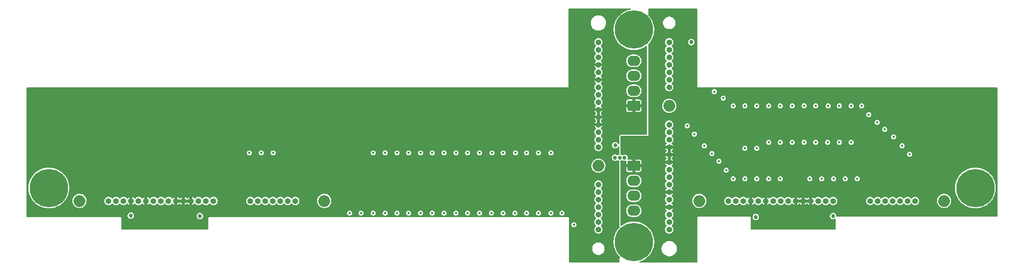
<source format=gbr>
%TF.GenerationSoftware,KiCad,Pcbnew,9.0.0*%
%TF.CreationDate,2025-06-18T14:15:24-07:00*%
%TF.ProjectId,1U Backplane,31552042-6163-46b7-906c-616e652e6b69,rev?*%
%TF.SameCoordinates,Original*%
%TF.FileFunction,Copper,L3,Inr*%
%TF.FilePolarity,Positive*%
%FSLAX46Y46*%
G04 Gerber Fmt 4.6, Leading zero omitted, Abs format (unit mm)*
G04 Created by KiCad (PCBNEW 9.0.0) date 2025-06-18 14:15:24*
%MOMM*%
%LPD*%
G01*
G04 APERTURE LIST*
G04 Aperture macros list*
%AMRoundRect*
0 Rectangle with rounded corners*
0 $1 Rounding radius*
0 $2 $3 $4 $5 $6 $7 $8 $9 X,Y pos of 4 corners*
0 Add a 4 corners polygon primitive as box body*
4,1,4,$2,$3,$4,$5,$6,$7,$8,$9,$2,$3,0*
0 Add four circle primitives for the rounded corners*
1,1,$1+$1,$2,$3*
1,1,$1+$1,$4,$5*
1,1,$1+$1,$6,$7*
1,1,$1+$1,$8,$9*
0 Add four rect primitives between the rounded corners*
20,1,$1+$1,$2,$3,$4,$5,0*
20,1,$1+$1,$4,$5,$6,$7,0*
20,1,$1+$1,$6,$7,$8,$9,0*
20,1,$1+$1,$8,$9,$2,$3,0*%
G04 Aperture macros list end*
%TA.AperFunction,ComponentPad*%
%ADD10C,6.500000*%
%TD*%
%TA.AperFunction,ComponentPad*%
%ADD11O,1.000000X1.000000*%
%TD*%
%TA.AperFunction,ComponentPad*%
%ADD12O,2.000000X2.000000*%
%TD*%
%TA.AperFunction,ComponentPad*%
%ADD13RoundRect,0.250000X-0.845000X0.620000X-0.845000X-0.620000X0.845000X-0.620000X0.845000X0.620000X0*%
%TD*%
%TA.AperFunction,ComponentPad*%
%ADD14O,2.190000X1.740000*%
%TD*%
%TA.AperFunction,ComponentPad*%
%ADD15RoundRect,0.250000X0.845000X-0.620000X0.845000X0.620000X-0.845000X0.620000X-0.845000X-0.620000X0*%
%TD*%
%TA.AperFunction,ViaPad*%
%ADD16C,0.685800*%
%TD*%
%TA.AperFunction,ViaPad*%
%ADD17C,0.450000*%
%TD*%
G04 APERTURE END LIST*
D10*
%TO.N,N/C*%
%TO.C,Pad_gge6706*%
X66000000Y-115750000D03*
%TD*%
D11*
%TO.N,/Right Drive/GNDS*%
%TO.C,J5*%
X159154000Y-122780000D03*
%TO.N,/Right Drive/TX+*%
X159154000Y-121510000D03*
%TO.N,/Right Drive/TX-*%
X159154000Y-120240000D03*
%TO.N,/Right Drive/GNDS*%
X159154000Y-118970000D03*
%TO.N,/Right Drive/RX-*%
X159154000Y-117700000D03*
%TO.N,/Right Drive/RX+*%
X159154000Y-116430000D03*
%TO.N,/Right Drive/GNDS*%
X159154000Y-115160000D03*
%TO.N,/Right Drive/+3.3V*%
X159154000Y-108800000D03*
X159154000Y-107530000D03*
%TO.N,/Right Drive/+3.3V_PWRDIS*%
X159154000Y-106260000D03*
%TO.N,/Right Drive/GNDPWR*%
X159154000Y-104990000D03*
X159154000Y-103720000D03*
X159154000Y-102450000D03*
%TO.N,/Right Drive/+5V*%
X159154000Y-101180000D03*
X159154000Y-99910000D03*
X159154000Y-98640000D03*
%TO.N,/Right Drive/GNDPWR*%
X159154000Y-97370000D03*
%TO.N,/Right Drive/RESERVED_HOST*%
X159154000Y-96100000D03*
%TO.N,/Right Drive/GNDPWR*%
X159154000Y-94830000D03*
%TO.N,/Right Drive/+12V*%
X159154000Y-93560000D03*
X159154000Y-92290000D03*
X159154000Y-91020000D03*
D12*
%TO.N,unconnected-(J5-Pad23)*%
X159154000Y-111979900D03*
%TD*%
D13*
%TO.N,/Left Drive/GNDPWR*%
%TO.C,J3*%
X165154000Y-112000000D03*
D14*
%TO.N,/Left Drive/+12V*%
X165154000Y-114540000D03*
%TO.N,unconnected-(J3-Pin_3-Pad3)*%
X165154000Y-117080000D03*
%TO.N,/PWM*%
X165154000Y-119620000D03*
%TD*%
D15*
%TO.N,/Right Drive/GNDPWR*%
%TO.C,J6*%
X165154000Y-101800000D03*
D14*
%TO.N,/Right Drive/+12V*%
X165154000Y-99260000D03*
%TO.N,unconnected-(J6-Pin_3-Pad3)*%
X165154000Y-96720000D03*
%TO.N,/PWM*%
X165154000Y-94180000D03*
%TD*%
D10*
%TO.N,N/C*%
%TO.C,Pad_gge8659*%
X165159800Y-124900000D03*
%TD*%
%TO.N,N/C*%
%TO.C,Pad_gge8716*%
X165159800Y-88900100D03*
%TD*%
%TO.N,N/C*%
%TO.C,Pad_gge8677*%
X223049700Y-115750000D03*
%TD*%
D11*
%TO.N,/Left Drive/GNDS*%
%TO.C,J2*%
X171154000Y-91020000D03*
%TO.N,/Left Drive/TX+*%
X171154000Y-92290000D03*
%TO.N,/Left Drive/TX-*%
X171154000Y-93560000D03*
%TO.N,/Left Drive/GNDS*%
X171154000Y-94830000D03*
%TO.N,/Left Drive/RX-*%
X171154000Y-96100000D03*
%TO.N,/Left Drive/RX+*%
X171154000Y-97370000D03*
%TO.N,/Left Drive/GNDS*%
X171154000Y-98640000D03*
%TO.N,/Left Drive/+3.3V*%
X171154000Y-105000000D03*
X171154000Y-106270000D03*
%TO.N,/Left Drive/+3.3V_PWRDIS*%
X171154000Y-107540000D03*
%TO.N,/Left Drive/GNDPWR*%
X171154000Y-108810000D03*
X171154000Y-110080000D03*
X171154000Y-111350000D03*
%TO.N,/Left Drive/+5V*%
X171154000Y-112620000D03*
X171154000Y-113890000D03*
X171154000Y-115160000D03*
%TO.N,/Left Drive/GNDPWR*%
X171154000Y-116430000D03*
%TO.N,/Left Drive/RESERVED_HOST*%
X171154000Y-117700000D03*
%TO.N,/Left Drive/GNDPWR*%
X171154000Y-118970000D03*
%TO.N,/Left Drive/+12V*%
X171154000Y-120240000D03*
X171154000Y-121510000D03*
X171154000Y-122780000D03*
D12*
%TO.N,unconnected-(J2-Pad23)*%
X171154000Y-101820100D03*
%TD*%
D11*
%TO.N,/Right Drive/GNDS*%
%TO.C,J4*%
X107779000Y-117950000D03*
%TO.N,/Right Drive/TX+*%
X106509000Y-117950000D03*
%TO.N,/Right Drive/TX-*%
X105239000Y-117950000D03*
%TO.N,/Right Drive/GNDS*%
X103969000Y-117950000D03*
%TO.N,/Right Drive/RX-*%
X102699000Y-117950000D03*
%TO.N,/Right Drive/RX+*%
X101429000Y-117950000D03*
%TO.N,/Right Drive/GNDS*%
X100159000Y-117950000D03*
%TO.N,/Right Drive/+3.3V*%
X93899200Y-117950000D03*
X92629200Y-117950000D03*
%TO.N,/Right Drive/+3.3V_PWRDIS*%
X91359200Y-117950000D03*
%TO.N,/Right Drive/GNDPWR*%
X90089200Y-117950000D03*
X88819200Y-117950000D03*
X87549200Y-117950000D03*
%TO.N,/Right Drive/+5V*%
X86279200Y-117950000D03*
X85009200Y-117950000D03*
X83739200Y-117950000D03*
%TO.N,/Right Drive/GNDPWR*%
X82469200Y-117950000D03*
%TO.N,/Right Drive/RESERVED_DRIVE*%
X81199200Y-117950000D03*
%TO.N,/Right Drive/GNDPWR*%
X79929200Y-117950000D03*
%TO.N,/Right Drive/+12V*%
X78659200Y-117950000D03*
X77389200Y-117950000D03*
X76119200Y-117950000D03*
D12*
%TO.N,unconnected-(J4-Pad23)*%
X112699000Y-117950000D03*
%TO.N,unconnected-(J4-Pad24)*%
X71199200Y-117950000D03*
%TD*%
D11*
%TO.N,/Left Drive/GNDS*%
%TO.C,J1*%
X212829000Y-117950000D03*
%TO.N,/Left Drive/TX+*%
X211559000Y-117950000D03*
%TO.N,/Left Drive/TX-*%
X210289000Y-117950000D03*
%TO.N,/Left Drive/GNDS*%
X209019000Y-117950000D03*
%TO.N,/Left Drive/RX-*%
X207749000Y-117950000D03*
%TO.N,/Left Drive/RX+*%
X206479000Y-117950000D03*
%TO.N,/Left Drive/GNDS*%
X205209000Y-117950000D03*
%TO.N,/Left Drive/+3.3V*%
X198949200Y-117950000D03*
X197679200Y-117950000D03*
%TO.N,/Left Drive/+3.3V_PWRDIS*%
X196409200Y-117950000D03*
%TO.N,/Left Drive/GNDPWR*%
X195139200Y-117950000D03*
X193869200Y-117950000D03*
X192599200Y-117950000D03*
%TO.N,/Left Drive/+5V*%
X191329200Y-117950000D03*
X190059200Y-117950000D03*
X188789200Y-117950000D03*
%TO.N,/Left Drive/GNDPWR*%
X187519200Y-117950000D03*
%TO.N,/Left Drive/RESERVED_DRIVE*%
X186249200Y-117950000D03*
%TO.N,/Left Drive/GNDPWR*%
X184979200Y-117950000D03*
%TO.N,/Left Drive/+12V*%
X183709200Y-117950000D03*
X182439200Y-117950000D03*
X181169200Y-117950000D03*
D12*
%TO.N,unconnected-(J1-Pad23)*%
X217749000Y-117950000D03*
%TO.N,unconnected-(J1-Pad24)*%
X176249200Y-117950000D03*
%TD*%
D16*
%TO.N,Net-(U1-T{slash}T)*%
X163599000Y-110600000D03*
%TO.N,Net-(D1-K-Pad2)*%
X162786197Y-110600000D03*
%TO.N,Net-(D1-K-Pad1)*%
X161999000Y-108500000D03*
D17*
%TO.N,/Left Drive/GNDS*%
X209199000Y-107100000D03*
X174199000Y-105200000D03*
X202999000Y-114200000D03*
X199999000Y-101800000D03*
X185999000Y-109000000D03*
X177099000Y-108600000D03*
X211899000Y-110000000D03*
X197999000Y-108000000D03*
X183999000Y-114200000D03*
X200999000Y-114200000D03*
X199999000Y-108000000D03*
X183999000Y-101800000D03*
X179599000Y-111200000D03*
X206399000Y-104600000D03*
X180299000Y-100500000D03*
X181999000Y-101800000D03*
X185999000Y-114200000D03*
X189999000Y-101800000D03*
X187999000Y-114200000D03*
X178799000Y-99400000D03*
X178399000Y-109900000D03*
X195999000Y-108000000D03*
X204999000Y-103300000D03*
X196999000Y-114200000D03*
X194999000Y-114200000D03*
X198099000Y-101800000D03*
X180799000Y-112700000D03*
X189999000Y-114200000D03*
X193999000Y-101800000D03*
X185999000Y-101800000D03*
X187999000Y-101800000D03*
X181999000Y-114200000D03*
X198999000Y-114200000D03*
X187999000Y-108000000D03*
D16*
X174899000Y-91000000D03*
D17*
X195999000Y-101800000D03*
X201999000Y-108000000D03*
X193999000Y-108000000D03*
X191999000Y-101800000D03*
X189999000Y-108000000D03*
X203799000Y-101800000D03*
X201999000Y-101800000D03*
X210599000Y-108600000D03*
X191999000Y-108000000D03*
X183999000Y-109000000D03*
X207699000Y-105800000D03*
X175399000Y-106600000D03*
%TO.N,/Right Drive/GNDS*%
X99999000Y-109800000D03*
X144999000Y-120000000D03*
X134999000Y-120000000D03*
X138999000Y-109800000D03*
X126999000Y-109800000D03*
X132999000Y-109800000D03*
X138999000Y-120000000D03*
X146999000Y-109800000D03*
X101999000Y-109800000D03*
X151099000Y-109800000D03*
X120999000Y-109800000D03*
X136999000Y-109800000D03*
X124999000Y-120000000D03*
X132999000Y-120000000D03*
X116999000Y-120000000D03*
X142999000Y-109800000D03*
X148999000Y-120000000D03*
X142999000Y-120000000D03*
X122999000Y-109800000D03*
X118899000Y-120000000D03*
X103999000Y-109800000D03*
X141099000Y-109800000D03*
X154999000Y-122000000D03*
X128999000Y-109800000D03*
X134999000Y-109800000D03*
X128999000Y-120000000D03*
X148999000Y-109800000D03*
X151099000Y-120000000D03*
X130999000Y-120000000D03*
X136999000Y-120000000D03*
X140999000Y-120000000D03*
X130999000Y-109800000D03*
X145099000Y-109800000D03*
X152999000Y-120000000D03*
X126999000Y-120000000D03*
X146999000Y-120000000D03*
X120999000Y-120000000D03*
X124999000Y-109800000D03*
X122999000Y-120000000D03*
D16*
%TO.N,Net-(D6-K)*%
X198924000Y-120500000D03*
%TO.N,Net-(D4-K)*%
X185824000Y-120657400D03*
%TO.N,Net-(D7-K)*%
X79899000Y-120432400D03*
%TO.N,Net-(D9-K)*%
X91599000Y-120500000D03*
%TO.N,/PWM*%
X161973394Y-110600000D03*
%TD*%
%TA.AperFunction,Conductor*%
%TO.N,/Right Drive/GNDPWR*%
G36*
X88519125Y-117719745D02*
G01*
X88469756Y-117805255D01*
X88444200Y-117900630D01*
X88444200Y-117999370D01*
X88469756Y-118094745D01*
X88519125Y-118180255D01*
X88538870Y-118200000D01*
X87829530Y-118200000D01*
X87849275Y-118180255D01*
X87898644Y-118094745D01*
X87924200Y-117999370D01*
X87924200Y-117900630D01*
X87898644Y-117805255D01*
X87849275Y-117719745D01*
X87829530Y-117700000D01*
X88538870Y-117700000D01*
X88519125Y-117719745D01*
G37*
%TD.AperFunction*%
%TA.AperFunction,Conductor*%
G36*
X89789125Y-117719745D02*
G01*
X89739756Y-117805255D01*
X89714200Y-117900630D01*
X89714200Y-117999370D01*
X89739756Y-118094745D01*
X89789125Y-118180255D01*
X89808870Y-118200000D01*
X89099530Y-118200000D01*
X89119275Y-118180255D01*
X89168644Y-118094745D01*
X89194200Y-117999370D01*
X89194200Y-117900630D01*
X89168644Y-117805255D01*
X89119275Y-117719745D01*
X89099530Y-117700000D01*
X89808870Y-117700000D01*
X89789125Y-117719745D01*
G37*
%TD.AperFunction*%
%TA.AperFunction,Conductor*%
G36*
X159404000Y-104709670D02*
G01*
X159384255Y-104689925D01*
X159298745Y-104640556D01*
X159203370Y-104615000D01*
X159104630Y-104615000D01*
X159009255Y-104640556D01*
X158923745Y-104689925D01*
X158904000Y-104709670D01*
X158904000Y-104000330D01*
X158923745Y-104020075D01*
X159009255Y-104069444D01*
X159104630Y-104095000D01*
X159203370Y-104095000D01*
X159298745Y-104069444D01*
X159384255Y-104020075D01*
X159404000Y-104000330D01*
X159404000Y-104709670D01*
G37*
%TD.AperFunction*%
%TA.AperFunction,Conductor*%
G36*
X159404000Y-103439670D02*
G01*
X159384255Y-103419925D01*
X159298745Y-103370556D01*
X159203370Y-103345000D01*
X159104630Y-103345000D01*
X159009255Y-103370556D01*
X158923745Y-103419925D01*
X158904000Y-103439670D01*
X158904000Y-102730330D01*
X158923745Y-102750075D01*
X159009255Y-102799444D01*
X159104630Y-102825000D01*
X159203370Y-102825000D01*
X159298745Y-102799444D01*
X159384255Y-102750075D01*
X159404000Y-102730330D01*
X159404000Y-103439670D01*
G37*
%TD.AperFunction*%
%TA.AperFunction,Conductor*%
G36*
X164622558Y-85319407D02*
G01*
X164658522Y-85368907D01*
X164658522Y-85430093D01*
X164622558Y-85479593D01*
X164583681Y-85496597D01*
X164532080Y-85506861D01*
X164320383Y-85548971D01*
X163995968Y-85647380D01*
X163682750Y-85777119D01*
X163682723Y-85777132D01*
X163383751Y-85936935D01*
X163101859Y-86125291D01*
X162839796Y-86340360D01*
X162600060Y-86580096D01*
X162384991Y-86842159D01*
X162196635Y-87124051D01*
X162036832Y-87423023D01*
X162036819Y-87423050D01*
X161907080Y-87736268D01*
X161808671Y-88060683D01*
X161742529Y-88393199D01*
X161709300Y-88730580D01*
X161709300Y-89069619D01*
X161742529Y-89407000D01*
X161808671Y-89739516D01*
X161907080Y-90063931D01*
X162036819Y-90377149D01*
X162036832Y-90377176D01*
X162196635Y-90676148D01*
X162289862Y-90815670D01*
X162384990Y-90958039D01*
X162600065Y-91220109D01*
X162839791Y-91459835D01*
X163101861Y-91674910D01*
X163208090Y-91745890D01*
X163383751Y-91863264D01*
X163682723Y-92023067D01*
X163682742Y-92023077D01*
X163995960Y-92152816D01*
X163995962Y-92152816D01*
X163995968Y-92152819D01*
X164220760Y-92221008D01*
X164320386Y-92251229D01*
X164652896Y-92317370D01*
X164690384Y-92321062D01*
X164990280Y-92350600D01*
X164990288Y-92350600D01*
X165329320Y-92350600D01*
X165554240Y-92328446D01*
X165666704Y-92317370D01*
X165999214Y-92251229D01*
X166191608Y-92192867D01*
X166323631Y-92152819D01*
X166323633Y-92152817D01*
X166323640Y-92152816D01*
X166636858Y-92023077D01*
X166857520Y-91905131D01*
X166935848Y-91863264D01*
X166960313Y-91846917D01*
X167217739Y-91674910D01*
X167231695Y-91663455D01*
X167288670Y-91641156D01*
X167347873Y-91656603D01*
X167386690Y-91703900D01*
X167393500Y-91739984D01*
X167393500Y-106595500D01*
X167374593Y-106653691D01*
X167325093Y-106689655D01*
X167294500Y-106694500D01*
X162998000Y-106694500D01*
X162965856Y-106697030D01*
X162935206Y-106701883D01*
X162930718Y-106702646D01*
X162930713Y-106702647D01*
X162846617Y-106738591D01*
X162797118Y-106774555D01*
X162769372Y-106798797D01*
X162722464Y-106877307D01*
X162722462Y-106877310D01*
X162703556Y-106935499D01*
X162693500Y-106998996D01*
X162693500Y-108246738D01*
X162674593Y-108304929D01*
X162625093Y-108340893D01*
X162563907Y-108340893D01*
X162514407Y-108304929D01*
X162509157Y-108295559D01*
X162508613Y-108295874D01*
X162433831Y-108166349D01*
X162433829Y-108166347D01*
X162433828Y-108166345D01*
X162332655Y-108065172D01*
X162332652Y-108065170D01*
X162332650Y-108065168D01*
X162208748Y-107993633D01*
X162208750Y-107993633D01*
X162144964Y-107976542D01*
X162070540Y-107956600D01*
X161927460Y-107956600D01*
X161853036Y-107976542D01*
X161789250Y-107993633D01*
X161665349Y-108065168D01*
X161564168Y-108166349D01*
X161492633Y-108290250D01*
X161471928Y-108367520D01*
X161455600Y-108428460D01*
X161455600Y-108571540D01*
X161477846Y-108654563D01*
X161492633Y-108709749D01*
X161564168Y-108833650D01*
X161564170Y-108833652D01*
X161564172Y-108833655D01*
X161665345Y-108934828D01*
X161665347Y-108934829D01*
X161665349Y-108934831D01*
X161789251Y-109006366D01*
X161789249Y-109006366D01*
X161789253Y-109006367D01*
X161789255Y-109006368D01*
X161927460Y-109043400D01*
X161927462Y-109043400D01*
X162070538Y-109043400D01*
X162070540Y-109043400D01*
X162208745Y-109006368D01*
X162208747Y-109006366D01*
X162208749Y-109006366D01*
X162332650Y-108934831D01*
X162332650Y-108934830D01*
X162332655Y-108934828D01*
X162433828Y-108833655D01*
X162439429Y-108823954D01*
X162508613Y-108704126D01*
X162511319Y-108705688D01*
X162542736Y-108668872D01*
X162602224Y-108654563D01*
X162658762Y-108677953D01*
X162690754Y-108730108D01*
X162693500Y-108753261D01*
X162693500Y-109986303D01*
X162674593Y-110044494D01*
X162625093Y-110080458D01*
X162620125Y-110081929D01*
X162576450Y-110093632D01*
X162576448Y-110093633D01*
X162452546Y-110165168D01*
X162452538Y-110165174D01*
X162449794Y-110167919D01*
X162395275Y-110195693D01*
X162334844Y-110186118D01*
X162309794Y-110167917D01*
X162307049Y-110165172D01*
X162307046Y-110165170D01*
X162307044Y-110165168D01*
X162183142Y-110093633D01*
X162183144Y-110093633D01*
X162117496Y-110076043D01*
X162044934Y-110056600D01*
X161901854Y-110056600D01*
X161829292Y-110076043D01*
X161763644Y-110093633D01*
X161639743Y-110165168D01*
X161538562Y-110266349D01*
X161467027Y-110390250D01*
X161467026Y-110390255D01*
X161429994Y-110528460D01*
X161429994Y-110671540D01*
X161458895Y-110779400D01*
X161467027Y-110809749D01*
X161538562Y-110933650D01*
X161538564Y-110933652D01*
X161538566Y-110933655D01*
X161639739Y-111034828D01*
X161639741Y-111034829D01*
X161639743Y-111034831D01*
X161763645Y-111106366D01*
X161763643Y-111106366D01*
X161763647Y-111106367D01*
X161763649Y-111106368D01*
X161901854Y-111143400D01*
X161901856Y-111143400D01*
X162044932Y-111143400D01*
X162044934Y-111143400D01*
X162183139Y-111106368D01*
X162183141Y-111106366D01*
X162183143Y-111106366D01*
X162307044Y-111034831D01*
X162307044Y-111034830D01*
X162307049Y-111034828D01*
X162309788Y-111032087D01*
X162364301Y-111004308D01*
X162424734Y-111013875D01*
X162449795Y-111032081D01*
X162452542Y-111034828D01*
X162452544Y-111034829D01*
X162452546Y-111034831D01*
X162576448Y-111106366D01*
X162576446Y-111106366D01*
X162576450Y-111106367D01*
X162576452Y-111106368D01*
X162620124Y-111118069D01*
X162671437Y-111151393D01*
X162693364Y-111208515D01*
X162693500Y-111213696D01*
X162693500Y-122082361D01*
X162697063Y-122120457D01*
X162697065Y-122120470D01*
X162703872Y-122156540D01*
X162706120Y-122166964D01*
X162706121Y-122166967D01*
X162733953Y-122222747D01*
X162746953Y-122248801D01*
X162773105Y-122280668D01*
X162795404Y-122337645D01*
X162779955Y-122396848D01*
X162766580Y-122413475D01*
X162600061Y-122579994D01*
X162384991Y-122842059D01*
X162196635Y-123123951D01*
X162036832Y-123422923D01*
X162036819Y-123422950D01*
X161907080Y-123736168D01*
X161808671Y-124060583D01*
X161742529Y-124393099D01*
X161709300Y-124730480D01*
X161709300Y-125069519D01*
X161742529Y-125406900D01*
X161808671Y-125739416D01*
X161907080Y-126063831D01*
X162036819Y-126377049D01*
X162036832Y-126377076D01*
X162196635Y-126676048D01*
X162254899Y-126763245D01*
X162384990Y-126957939D01*
X162600065Y-127220009D01*
X162763684Y-127383628D01*
X162791460Y-127438143D01*
X162781889Y-127498575D01*
X162769682Y-127517069D01*
X162769375Y-127517436D01*
X162722464Y-127595951D01*
X162722462Y-127595954D01*
X162703556Y-127654143D01*
X162693500Y-127717640D01*
X162693500Y-128300500D01*
X162674593Y-128358691D01*
X162625093Y-128394655D01*
X162594500Y-128399500D01*
X154298500Y-128399500D01*
X154240309Y-128380593D01*
X154204345Y-128331093D01*
X154199500Y-128300500D01*
X154199500Y-125946432D01*
X158103500Y-125946432D01*
X158103500Y-126153367D01*
X158143869Y-126356318D01*
X158223058Y-126547497D01*
X158338020Y-126719551D01*
X158338023Y-126719555D01*
X158484345Y-126865877D01*
X158656402Y-126980841D01*
X158847580Y-127060030D01*
X159050535Y-127100400D01*
X159050536Y-127100400D01*
X159257464Y-127100400D01*
X159257465Y-127100400D01*
X159460420Y-127060030D01*
X159651598Y-126980841D01*
X159823655Y-126865877D01*
X159969977Y-126719555D01*
X160084941Y-126547498D01*
X160164130Y-126356320D01*
X160204500Y-126153365D01*
X160204500Y-125946435D01*
X160164130Y-125743480D01*
X160084941Y-125552302D01*
X159969977Y-125380245D01*
X159823655Y-125233923D01*
X159651598Y-125118959D01*
X159651599Y-125118959D01*
X159651597Y-125118958D01*
X159460418Y-125039769D01*
X159257467Y-124999400D01*
X159257465Y-124999400D01*
X159050535Y-124999400D01*
X159050532Y-124999400D01*
X158847581Y-125039769D01*
X158656402Y-125118958D01*
X158484348Y-125233920D01*
X158338020Y-125380248D01*
X158223058Y-125552302D01*
X158143869Y-125743481D01*
X158103500Y-125946432D01*
X154199500Y-125946432D01*
X154199500Y-121943982D01*
X154573500Y-121943982D01*
X154573500Y-122056018D01*
X154599072Y-122151455D01*
X154602498Y-122164241D01*
X154651319Y-122248800D01*
X154658515Y-122261263D01*
X154737737Y-122340485D01*
X154737739Y-122340486D01*
X154834759Y-122396501D01*
X154834757Y-122396501D01*
X154834761Y-122396502D01*
X154834763Y-122396503D01*
X154942982Y-122425500D01*
X154942984Y-122425500D01*
X155055016Y-122425500D01*
X155055018Y-122425500D01*
X155163237Y-122396503D01*
X155163239Y-122396501D01*
X155163241Y-122396501D01*
X155192064Y-122379859D01*
X155260263Y-122340485D01*
X155339485Y-122261263D01*
X155386825Y-122179268D01*
X155395501Y-122164241D01*
X155395501Y-122164239D01*
X155395503Y-122164237D01*
X155424500Y-122056018D01*
X155424500Y-121943982D01*
X155395503Y-121835763D01*
X155395501Y-121835760D01*
X155395501Y-121835758D01*
X155339486Y-121738739D01*
X155339485Y-121738737D01*
X155260263Y-121659515D01*
X155260260Y-121659513D01*
X155163240Y-121603498D01*
X155163242Y-121603498D01*
X155121251Y-121592247D01*
X155055018Y-121574500D01*
X154942982Y-121574500D01*
X154876748Y-121592247D01*
X154834758Y-121603498D01*
X154737739Y-121659513D01*
X154658513Y-121738739D01*
X154602498Y-121835758D01*
X154586286Y-121896263D01*
X154573500Y-121943982D01*
X154199500Y-121943982D01*
X154199500Y-120860117D01*
X154168977Y-120786428D01*
X154168976Y-120786427D01*
X154168976Y-120786426D01*
X154112574Y-120730024D01*
X154112572Y-120730023D01*
X154112571Y-120730022D01*
X154038883Y-120699500D01*
X154038882Y-120699500D01*
X93238882Y-120699500D01*
X93159118Y-120699500D01*
X93159117Y-120699500D01*
X93085428Y-120730022D01*
X93029022Y-120786428D01*
X92998500Y-120860117D01*
X92998500Y-122700500D01*
X92979593Y-122758691D01*
X92930093Y-122794655D01*
X92899500Y-122799500D01*
X78398500Y-122799500D01*
X78340309Y-122780593D01*
X78304345Y-122731093D01*
X78299500Y-122700500D01*
X78299500Y-120860117D01*
X78268977Y-120786428D01*
X78268976Y-120786427D01*
X78268976Y-120786426D01*
X78212574Y-120730024D01*
X78212572Y-120730023D01*
X78212571Y-120730022D01*
X78138883Y-120699500D01*
X78138882Y-120699500D01*
X62298500Y-120699500D01*
X62240309Y-120680593D01*
X62204345Y-120631093D01*
X62199500Y-120600500D01*
X62199500Y-120360860D01*
X79355600Y-120360860D01*
X79355600Y-120503940D01*
X79373785Y-120571806D01*
X79392633Y-120642149D01*
X79464168Y-120766050D01*
X79464170Y-120766052D01*
X79464172Y-120766055D01*
X79565345Y-120867228D01*
X79565347Y-120867229D01*
X79565349Y-120867231D01*
X79689251Y-120938766D01*
X79689249Y-120938766D01*
X79689253Y-120938767D01*
X79689255Y-120938768D01*
X79827460Y-120975800D01*
X79827462Y-120975800D01*
X79970538Y-120975800D01*
X79970540Y-120975800D01*
X80108745Y-120938768D01*
X80108747Y-120938766D01*
X80108749Y-120938766D01*
X80232650Y-120867231D01*
X80232650Y-120867230D01*
X80232655Y-120867228D01*
X80333828Y-120766055D01*
X80356443Y-120726885D01*
X80405366Y-120642149D01*
X80405366Y-120642147D01*
X80405368Y-120642145D01*
X80442400Y-120503940D01*
X80442400Y-120428460D01*
X91055600Y-120428460D01*
X91055600Y-120571540D01*
X91086415Y-120686542D01*
X91092633Y-120709749D01*
X91164168Y-120833650D01*
X91164170Y-120833652D01*
X91164172Y-120833655D01*
X91265345Y-120934828D01*
X91265347Y-120934829D01*
X91265349Y-120934831D01*
X91389251Y-121006366D01*
X91389249Y-121006366D01*
X91389253Y-121006367D01*
X91389255Y-121006368D01*
X91527460Y-121043400D01*
X91527462Y-121043400D01*
X91670538Y-121043400D01*
X91670540Y-121043400D01*
X91808745Y-121006368D01*
X91808747Y-121006366D01*
X91808749Y-121006366D01*
X91932650Y-120934831D01*
X91932650Y-120934830D01*
X91932655Y-120934828D01*
X92033828Y-120833655D01*
X92034398Y-120832668D01*
X92105366Y-120709749D01*
X92105366Y-120709747D01*
X92105368Y-120709745D01*
X92142400Y-120571540D01*
X92142400Y-120428460D01*
X92105368Y-120290255D01*
X92105366Y-120290252D01*
X92105366Y-120290250D01*
X92033831Y-120166349D01*
X92033829Y-120166347D01*
X92033828Y-120166345D01*
X91932655Y-120065172D01*
X91932652Y-120065170D01*
X91860011Y-120023230D01*
X91860010Y-120023230D01*
X91808746Y-119993632D01*
X91762676Y-119981288D01*
X91670540Y-119956600D01*
X91527460Y-119956600D01*
X91442875Y-119979264D01*
X91389250Y-119993633D01*
X91265349Y-120065168D01*
X91164168Y-120166349D01*
X91092633Y-120290250D01*
X91078625Y-120342528D01*
X91055600Y-120428460D01*
X80442400Y-120428460D01*
X80442400Y-120360860D01*
X80405368Y-120222655D01*
X80405366Y-120222652D01*
X80405366Y-120222650D01*
X80333831Y-120098749D01*
X80333829Y-120098747D01*
X80333828Y-120098745D01*
X80232655Y-119997572D01*
X80232652Y-119997570D01*
X80232650Y-119997568D01*
X80139837Y-119943982D01*
X116573500Y-119943982D01*
X116573500Y-120056018D01*
X116575953Y-120065172D01*
X116602498Y-120164241D01*
X116640240Y-120229610D01*
X116658515Y-120261263D01*
X116737737Y-120340485D01*
X116737739Y-120340486D01*
X116834759Y-120396501D01*
X116834757Y-120396501D01*
X116834761Y-120396502D01*
X116834763Y-120396503D01*
X116942982Y-120425500D01*
X116942984Y-120425500D01*
X117055016Y-120425500D01*
X117055018Y-120425500D01*
X117163237Y-120396503D01*
X117163239Y-120396501D01*
X117163241Y-120396501D01*
X117209886Y-120369570D01*
X117260263Y-120340485D01*
X117339485Y-120261263D01*
X117391594Y-120171008D01*
X117395501Y-120164241D01*
X117395501Y-120164239D01*
X117395503Y-120164237D01*
X117424500Y-120056018D01*
X117424500Y-119943982D01*
X118473500Y-119943982D01*
X118473500Y-120056018D01*
X118475953Y-120065172D01*
X118502498Y-120164241D01*
X118540240Y-120229610D01*
X118558515Y-120261263D01*
X118637737Y-120340485D01*
X118637739Y-120340486D01*
X118734759Y-120396501D01*
X118734757Y-120396501D01*
X118734761Y-120396502D01*
X118734763Y-120396503D01*
X118842982Y-120425500D01*
X118842984Y-120425500D01*
X118955016Y-120425500D01*
X118955018Y-120425500D01*
X119063237Y-120396503D01*
X119063239Y-120396501D01*
X119063241Y-120396501D01*
X119109886Y-120369570D01*
X119160263Y-120340485D01*
X119239485Y-120261263D01*
X119291594Y-120171008D01*
X119295501Y-120164241D01*
X119295501Y-120164239D01*
X119295503Y-120164237D01*
X119324500Y-120056018D01*
X119324500Y-119943982D01*
X120573500Y-119943982D01*
X120573500Y-120056018D01*
X120575953Y-120065172D01*
X120602498Y-120164241D01*
X120640240Y-120229610D01*
X120658515Y-120261263D01*
X120737737Y-120340485D01*
X120737739Y-120340486D01*
X120834759Y-120396501D01*
X120834757Y-120396501D01*
X120834761Y-120396502D01*
X120834763Y-120396503D01*
X120942982Y-120425500D01*
X120942984Y-120425500D01*
X121055016Y-120425500D01*
X121055018Y-120425500D01*
X121163237Y-120396503D01*
X121163239Y-120396501D01*
X121163241Y-120396501D01*
X121209886Y-120369570D01*
X121260263Y-120340485D01*
X121339485Y-120261263D01*
X121391594Y-120171008D01*
X121395501Y-120164241D01*
X121395501Y-120164239D01*
X121395503Y-120164237D01*
X121424500Y-120056018D01*
X121424500Y-119943982D01*
X122573500Y-119943982D01*
X122573500Y-120056018D01*
X122575953Y-120065172D01*
X122602498Y-120164241D01*
X122640240Y-120229610D01*
X122658515Y-120261263D01*
X122737737Y-120340485D01*
X122737739Y-120340486D01*
X122834759Y-120396501D01*
X122834757Y-120396501D01*
X122834761Y-120396502D01*
X122834763Y-120396503D01*
X122942982Y-120425500D01*
X122942984Y-120425500D01*
X123055016Y-120425500D01*
X123055018Y-120425500D01*
X123163237Y-120396503D01*
X123163239Y-120396501D01*
X123163241Y-120396501D01*
X123209886Y-120369570D01*
X123260263Y-120340485D01*
X123339485Y-120261263D01*
X123391594Y-120171008D01*
X123395501Y-120164241D01*
X123395501Y-120164239D01*
X123395503Y-120164237D01*
X123424500Y-120056018D01*
X123424500Y-119943982D01*
X124573500Y-119943982D01*
X124573500Y-120056018D01*
X124575953Y-120065172D01*
X124602498Y-120164241D01*
X124640240Y-120229610D01*
X124658515Y-120261263D01*
X124737737Y-120340485D01*
X124737739Y-120340486D01*
X124834759Y-120396501D01*
X124834757Y-120396501D01*
X124834761Y-120396502D01*
X124834763Y-120396503D01*
X124942982Y-120425500D01*
X124942984Y-120425500D01*
X125055016Y-120425500D01*
X125055018Y-120425500D01*
X125163237Y-120396503D01*
X125163239Y-120396501D01*
X125163241Y-120396501D01*
X125209886Y-120369570D01*
X125260263Y-120340485D01*
X125339485Y-120261263D01*
X125391594Y-120171008D01*
X125395501Y-120164241D01*
X125395501Y-120164239D01*
X125395503Y-120164237D01*
X125424500Y-120056018D01*
X125424500Y-119943982D01*
X126573500Y-119943982D01*
X126573500Y-120056018D01*
X126575953Y-120065172D01*
X126602498Y-120164241D01*
X126640240Y-120229610D01*
X126658515Y-120261263D01*
X126737737Y-120340485D01*
X126737739Y-120340486D01*
X126834759Y-120396501D01*
X126834757Y-120396501D01*
X126834761Y-120396502D01*
X126834763Y-120396503D01*
X126942982Y-120425500D01*
X126942984Y-120425500D01*
X127055016Y-120425500D01*
X127055018Y-120425500D01*
X127163237Y-120396503D01*
X127163239Y-120396501D01*
X127163241Y-120396501D01*
X127209886Y-120369570D01*
X127260263Y-120340485D01*
X127339485Y-120261263D01*
X127391594Y-120171008D01*
X127395501Y-120164241D01*
X127395501Y-120164239D01*
X127395503Y-120164237D01*
X127424500Y-120056018D01*
X127424500Y-119943982D01*
X128573500Y-119943982D01*
X128573500Y-120056018D01*
X128575953Y-120065172D01*
X128602498Y-120164241D01*
X128640240Y-120229610D01*
X128658515Y-120261263D01*
X128737737Y-120340485D01*
X128737739Y-120340486D01*
X128834759Y-120396501D01*
X128834757Y-120396501D01*
X128834761Y-120396502D01*
X128834763Y-120396503D01*
X128942982Y-120425500D01*
X128942984Y-120425500D01*
X129055016Y-120425500D01*
X129055018Y-120425500D01*
X129163237Y-120396503D01*
X129163239Y-120396501D01*
X129163241Y-120396501D01*
X129209886Y-120369570D01*
X129260263Y-120340485D01*
X129339485Y-120261263D01*
X129391594Y-120171008D01*
X129395501Y-120164241D01*
X129395501Y-120164239D01*
X129395503Y-120164237D01*
X129424500Y-120056018D01*
X129424500Y-119943982D01*
X130573500Y-119943982D01*
X130573500Y-120056018D01*
X130575953Y-120065172D01*
X130602498Y-120164241D01*
X130640240Y-120229610D01*
X130658515Y-120261263D01*
X130737737Y-120340485D01*
X130737739Y-120340486D01*
X130834759Y-120396501D01*
X130834757Y-120396501D01*
X130834761Y-120396502D01*
X130834763Y-120396503D01*
X130942982Y-120425500D01*
X130942984Y-120425500D01*
X131055016Y-120425500D01*
X131055018Y-120425500D01*
X131163237Y-120396503D01*
X131163239Y-120396501D01*
X131163241Y-120396501D01*
X131209886Y-120369570D01*
X131260263Y-120340485D01*
X131339485Y-120261263D01*
X131391594Y-120171008D01*
X131395501Y-120164241D01*
X131395501Y-120164239D01*
X131395503Y-120164237D01*
X131424500Y-120056018D01*
X131424500Y-119943982D01*
X132573500Y-119943982D01*
X132573500Y-120056018D01*
X132575953Y-120065172D01*
X132602498Y-120164241D01*
X132640240Y-120229610D01*
X132658515Y-120261263D01*
X132737737Y-120340485D01*
X132737739Y-120340486D01*
X132834759Y-120396501D01*
X132834757Y-120396501D01*
X132834761Y-120396502D01*
X132834763Y-120396503D01*
X132942982Y-120425500D01*
X132942984Y-120425500D01*
X133055016Y-120425500D01*
X133055018Y-120425500D01*
X133163237Y-120396503D01*
X133163239Y-120396501D01*
X133163241Y-120396501D01*
X133209886Y-120369570D01*
X133260263Y-120340485D01*
X133339485Y-120261263D01*
X133391594Y-120171008D01*
X133395501Y-120164241D01*
X133395501Y-120164239D01*
X133395503Y-120164237D01*
X133424500Y-120056018D01*
X133424500Y-119943982D01*
X134573500Y-119943982D01*
X134573500Y-120056018D01*
X134575953Y-120065172D01*
X134602498Y-120164241D01*
X134640240Y-120229610D01*
X134658515Y-120261263D01*
X134737737Y-120340485D01*
X134737739Y-120340486D01*
X134834759Y-120396501D01*
X134834757Y-120396501D01*
X134834761Y-120396502D01*
X134834763Y-120396503D01*
X134942982Y-120425500D01*
X134942984Y-120425500D01*
X135055016Y-120425500D01*
X135055018Y-120425500D01*
X135163237Y-120396503D01*
X135163239Y-120396501D01*
X135163241Y-120396501D01*
X135209886Y-120369570D01*
X135260263Y-120340485D01*
X135339485Y-120261263D01*
X135391594Y-120171008D01*
X135395501Y-120164241D01*
X135395501Y-120164239D01*
X135395503Y-120164237D01*
X135424500Y-120056018D01*
X135424500Y-119943982D01*
X136573500Y-119943982D01*
X136573500Y-120056018D01*
X136575953Y-120065172D01*
X136602498Y-120164241D01*
X136640240Y-120229610D01*
X136658515Y-120261263D01*
X136737737Y-120340485D01*
X136737739Y-120340486D01*
X136834759Y-120396501D01*
X136834757Y-120396501D01*
X136834761Y-120396502D01*
X136834763Y-120396503D01*
X136942982Y-120425500D01*
X136942984Y-120425500D01*
X137055016Y-120425500D01*
X137055018Y-120425500D01*
X137163237Y-120396503D01*
X137163239Y-120396501D01*
X137163241Y-120396501D01*
X137209886Y-120369570D01*
X137260263Y-120340485D01*
X137339485Y-120261263D01*
X137391594Y-120171008D01*
X137395501Y-120164241D01*
X137395501Y-120164239D01*
X137395503Y-120164237D01*
X137424500Y-120056018D01*
X137424500Y-119943982D01*
X138573500Y-119943982D01*
X138573500Y-120056018D01*
X138575953Y-120065172D01*
X138602498Y-120164241D01*
X138640240Y-120229610D01*
X138658515Y-120261263D01*
X138737737Y-120340485D01*
X138737739Y-120340486D01*
X138834759Y-120396501D01*
X138834757Y-120396501D01*
X138834761Y-120396502D01*
X138834763Y-120396503D01*
X138942982Y-120425500D01*
X138942984Y-120425500D01*
X139055016Y-120425500D01*
X139055018Y-120425500D01*
X139163237Y-120396503D01*
X139163239Y-120396501D01*
X139163241Y-120396501D01*
X139209886Y-120369570D01*
X139260263Y-120340485D01*
X139339485Y-120261263D01*
X139391594Y-120171008D01*
X139395501Y-120164241D01*
X139395501Y-120164239D01*
X139395503Y-120164237D01*
X139424500Y-120056018D01*
X139424500Y-119943982D01*
X140573500Y-119943982D01*
X140573500Y-120056018D01*
X140575953Y-120065172D01*
X140602498Y-120164241D01*
X140640240Y-120229610D01*
X140658515Y-120261263D01*
X140737737Y-120340485D01*
X140737739Y-120340486D01*
X140834759Y-120396501D01*
X140834757Y-120396501D01*
X140834761Y-120396502D01*
X140834763Y-120396503D01*
X140942982Y-120425500D01*
X140942984Y-120425500D01*
X141055016Y-120425500D01*
X141055018Y-120425500D01*
X141163237Y-120396503D01*
X141163239Y-120396501D01*
X141163241Y-120396501D01*
X141209886Y-120369570D01*
X141260263Y-120340485D01*
X141339485Y-120261263D01*
X141391594Y-120171008D01*
X141395501Y-120164241D01*
X141395501Y-120164239D01*
X141395503Y-120164237D01*
X141424500Y-120056018D01*
X141424500Y-119943982D01*
X142573500Y-119943982D01*
X142573500Y-120056018D01*
X142575953Y-120065172D01*
X142602498Y-120164241D01*
X142640240Y-120229610D01*
X142658515Y-120261263D01*
X142737737Y-120340485D01*
X142737739Y-120340486D01*
X142834759Y-120396501D01*
X142834757Y-120396501D01*
X142834761Y-120396502D01*
X142834763Y-120396503D01*
X142942982Y-120425500D01*
X142942984Y-120425500D01*
X143055016Y-120425500D01*
X143055018Y-120425500D01*
X143163237Y-120396503D01*
X143163239Y-120396501D01*
X143163241Y-120396501D01*
X143209886Y-120369570D01*
X143260263Y-120340485D01*
X143339485Y-120261263D01*
X143391594Y-120171008D01*
X143395501Y-120164241D01*
X143395501Y-120164239D01*
X143395503Y-120164237D01*
X143424500Y-120056018D01*
X143424500Y-119943982D01*
X144573500Y-119943982D01*
X144573500Y-120056018D01*
X144575953Y-120065172D01*
X144602498Y-120164241D01*
X144640240Y-120229610D01*
X144658515Y-120261263D01*
X144737737Y-120340485D01*
X144737739Y-120340486D01*
X144834759Y-120396501D01*
X144834757Y-120396501D01*
X144834761Y-120396502D01*
X144834763Y-120396503D01*
X144942982Y-120425500D01*
X144942984Y-120425500D01*
X145055016Y-120425500D01*
X145055018Y-120425500D01*
X145163237Y-120396503D01*
X145163239Y-120396501D01*
X145163241Y-120396501D01*
X145209886Y-120369570D01*
X145260263Y-120340485D01*
X145339485Y-120261263D01*
X145391594Y-120171008D01*
X145395501Y-120164241D01*
X145395501Y-120164239D01*
X145395503Y-120164237D01*
X145424500Y-120056018D01*
X145424500Y-119943982D01*
X146573500Y-119943982D01*
X146573500Y-120056018D01*
X146575953Y-120065172D01*
X146602498Y-120164241D01*
X146640240Y-120229610D01*
X146658515Y-120261263D01*
X146737737Y-120340485D01*
X146737739Y-120340486D01*
X146834759Y-120396501D01*
X146834757Y-120396501D01*
X146834761Y-120396502D01*
X146834763Y-120396503D01*
X146942982Y-120425500D01*
X146942984Y-120425500D01*
X147055016Y-120425500D01*
X147055018Y-120425500D01*
X147163237Y-120396503D01*
X147163239Y-120396501D01*
X147163241Y-120396501D01*
X147209886Y-120369570D01*
X147260263Y-120340485D01*
X147339485Y-120261263D01*
X147391594Y-120171008D01*
X147395501Y-120164241D01*
X147395501Y-120164239D01*
X147395503Y-120164237D01*
X147424500Y-120056018D01*
X147424500Y-119943982D01*
X148573500Y-119943982D01*
X148573500Y-120056018D01*
X148575953Y-120065172D01*
X148602498Y-120164241D01*
X148640240Y-120229610D01*
X148658515Y-120261263D01*
X148737737Y-120340485D01*
X148737739Y-120340486D01*
X148834759Y-120396501D01*
X148834757Y-120396501D01*
X148834761Y-120396502D01*
X148834763Y-120396503D01*
X148942982Y-120425500D01*
X148942984Y-120425500D01*
X149055016Y-120425500D01*
X149055018Y-120425500D01*
X149163237Y-120396503D01*
X149163239Y-120396501D01*
X149163241Y-120396501D01*
X149209886Y-120369570D01*
X149260263Y-120340485D01*
X149339485Y-120261263D01*
X149391594Y-120171008D01*
X149395501Y-120164241D01*
X149395501Y-120164239D01*
X149395503Y-120164237D01*
X149424500Y-120056018D01*
X149424500Y-119943982D01*
X150673500Y-119943982D01*
X150673500Y-120056018D01*
X150675953Y-120065172D01*
X150702498Y-120164241D01*
X150740240Y-120229610D01*
X150758515Y-120261263D01*
X150837737Y-120340485D01*
X150837739Y-120340486D01*
X150934759Y-120396501D01*
X150934757Y-120396501D01*
X150934761Y-120396502D01*
X150934763Y-120396503D01*
X151042982Y-120425500D01*
X151042984Y-120425500D01*
X151155016Y-120425500D01*
X151155018Y-120425500D01*
X151263237Y-120396503D01*
X151263239Y-120396501D01*
X151263241Y-120396501D01*
X151309886Y-120369570D01*
X151360263Y-120340485D01*
X151439485Y-120261263D01*
X151491594Y-120171008D01*
X151495501Y-120164241D01*
X151495501Y-120164239D01*
X151495503Y-120164237D01*
X151524500Y-120056018D01*
X151524500Y-119943982D01*
X152573500Y-119943982D01*
X152573500Y-120056018D01*
X152575953Y-120065172D01*
X152602498Y-120164241D01*
X152640240Y-120229610D01*
X152658515Y-120261263D01*
X152737737Y-120340485D01*
X152737739Y-120340486D01*
X152834759Y-120396501D01*
X152834757Y-120396501D01*
X152834761Y-120396502D01*
X152834763Y-120396503D01*
X152942982Y-120425500D01*
X152942984Y-120425500D01*
X153055016Y-120425500D01*
X153055018Y-120425500D01*
X153163237Y-120396503D01*
X153163239Y-120396501D01*
X153163241Y-120396501D01*
X153209886Y-120369570D01*
X153260263Y-120340485D01*
X153339485Y-120261263D01*
X153391594Y-120171008D01*
X153395501Y-120164241D01*
X153395501Y-120164239D01*
X153395503Y-120164237D01*
X153424500Y-120056018D01*
X153424500Y-119943982D01*
X153395503Y-119835763D01*
X153395501Y-119835760D01*
X153395501Y-119835758D01*
X153339486Y-119738739D01*
X153339485Y-119738737D01*
X153260263Y-119659515D01*
X153238642Y-119647032D01*
X153163240Y-119603498D01*
X153163242Y-119603498D01*
X153121251Y-119592247D01*
X153055018Y-119574500D01*
X152942982Y-119574500D01*
X152876748Y-119592247D01*
X152834758Y-119603498D01*
X152737739Y-119659513D01*
X152658513Y-119738739D01*
X152602498Y-119835758D01*
X152588232Y-119889000D01*
X152573500Y-119943982D01*
X151524500Y-119943982D01*
X151495503Y-119835763D01*
X151495501Y-119835760D01*
X151495501Y-119835758D01*
X151439486Y-119738739D01*
X151439485Y-119738737D01*
X151360263Y-119659515D01*
X151338642Y-119647032D01*
X151263240Y-119603498D01*
X151263242Y-119603498D01*
X151221251Y-119592247D01*
X151155018Y-119574500D01*
X151042982Y-119574500D01*
X150976748Y-119592247D01*
X150934758Y-119603498D01*
X150837739Y-119659513D01*
X150758513Y-119738739D01*
X150702498Y-119835758D01*
X150688232Y-119889000D01*
X150673500Y-119943982D01*
X149424500Y-119943982D01*
X149395503Y-119835763D01*
X149395501Y-119835760D01*
X149395501Y-119835758D01*
X149339486Y-119738739D01*
X149339485Y-119738737D01*
X149260263Y-119659515D01*
X149238642Y-119647032D01*
X149163240Y-119603498D01*
X149163242Y-119603498D01*
X149121251Y-119592247D01*
X149055018Y-119574500D01*
X148942982Y-119574500D01*
X148876748Y-119592247D01*
X148834758Y-119603498D01*
X148737739Y-119659513D01*
X148658513Y-119738739D01*
X148602498Y-119835758D01*
X148588232Y-119889000D01*
X148573500Y-119943982D01*
X147424500Y-119943982D01*
X147395503Y-119835763D01*
X147395501Y-119835760D01*
X147395501Y-119835758D01*
X147339486Y-119738739D01*
X147339485Y-119738737D01*
X147260263Y-119659515D01*
X147238642Y-119647032D01*
X147163240Y-119603498D01*
X147163242Y-119603498D01*
X147121251Y-119592247D01*
X147055018Y-119574500D01*
X146942982Y-119574500D01*
X146876748Y-119592247D01*
X146834758Y-119603498D01*
X146737739Y-119659513D01*
X146658513Y-119738739D01*
X146602498Y-119835758D01*
X146588232Y-119889000D01*
X146573500Y-119943982D01*
X145424500Y-119943982D01*
X145395503Y-119835763D01*
X145395501Y-119835760D01*
X145395501Y-119835758D01*
X145339486Y-119738739D01*
X145339485Y-119738737D01*
X145260263Y-119659515D01*
X145238642Y-119647032D01*
X145163240Y-119603498D01*
X145163242Y-119603498D01*
X145121251Y-119592247D01*
X145055018Y-119574500D01*
X144942982Y-119574500D01*
X144876748Y-119592247D01*
X144834758Y-119603498D01*
X144737739Y-119659513D01*
X144658513Y-119738739D01*
X144602498Y-119835758D01*
X144588232Y-119889000D01*
X144573500Y-119943982D01*
X143424500Y-119943982D01*
X143395503Y-119835763D01*
X143395501Y-119835760D01*
X143395501Y-119835758D01*
X143339486Y-119738739D01*
X143339485Y-119738737D01*
X143260263Y-119659515D01*
X143238642Y-119647032D01*
X143163240Y-119603498D01*
X143163242Y-119603498D01*
X143121251Y-119592247D01*
X143055018Y-119574500D01*
X142942982Y-119574500D01*
X142876748Y-119592247D01*
X142834758Y-119603498D01*
X142737739Y-119659513D01*
X142658513Y-119738739D01*
X142602498Y-119835758D01*
X142588232Y-119889000D01*
X142573500Y-119943982D01*
X141424500Y-119943982D01*
X141395503Y-119835763D01*
X141395501Y-119835760D01*
X141395501Y-119835758D01*
X141339486Y-119738739D01*
X141339485Y-119738737D01*
X141260263Y-119659515D01*
X141238642Y-119647032D01*
X141163240Y-119603498D01*
X141163242Y-119603498D01*
X141121251Y-119592247D01*
X141055018Y-119574500D01*
X140942982Y-119574500D01*
X140876748Y-119592247D01*
X140834758Y-119603498D01*
X140737739Y-119659513D01*
X140658513Y-119738739D01*
X140602498Y-119835758D01*
X140588232Y-119889000D01*
X140573500Y-119943982D01*
X139424500Y-119943982D01*
X139395503Y-119835763D01*
X139395501Y-119835760D01*
X139395501Y-119835758D01*
X139339486Y-119738739D01*
X139339485Y-119738737D01*
X139260263Y-119659515D01*
X139238642Y-119647032D01*
X139163240Y-119603498D01*
X139163242Y-119603498D01*
X139121251Y-119592247D01*
X139055018Y-119574500D01*
X138942982Y-119574500D01*
X138876748Y-119592247D01*
X138834758Y-119603498D01*
X138737739Y-119659513D01*
X138658513Y-119738739D01*
X138602498Y-119835758D01*
X138588232Y-119889000D01*
X138573500Y-119943982D01*
X137424500Y-119943982D01*
X137395503Y-119835763D01*
X137395501Y-119835760D01*
X137395501Y-119835758D01*
X137339486Y-119738739D01*
X137339485Y-119738737D01*
X137260263Y-119659515D01*
X137238642Y-119647032D01*
X137163240Y-119603498D01*
X137163242Y-119603498D01*
X137121251Y-119592247D01*
X137055018Y-119574500D01*
X136942982Y-119574500D01*
X136876748Y-119592247D01*
X136834758Y-119603498D01*
X136737739Y-119659513D01*
X136658513Y-119738739D01*
X136602498Y-119835758D01*
X136588232Y-119889000D01*
X136573500Y-119943982D01*
X135424500Y-119943982D01*
X135395503Y-119835763D01*
X135395501Y-119835760D01*
X135395501Y-119835758D01*
X135339486Y-119738739D01*
X135339485Y-119738737D01*
X135260263Y-119659515D01*
X135238642Y-119647032D01*
X135163240Y-119603498D01*
X135163242Y-119603498D01*
X135121251Y-119592247D01*
X135055018Y-119574500D01*
X134942982Y-119574500D01*
X134876748Y-119592247D01*
X134834758Y-119603498D01*
X134737739Y-119659513D01*
X134658513Y-119738739D01*
X134602498Y-119835758D01*
X134588232Y-119889000D01*
X134573500Y-119943982D01*
X133424500Y-119943982D01*
X133395503Y-119835763D01*
X133395501Y-119835760D01*
X133395501Y-119835758D01*
X133339486Y-119738739D01*
X133339485Y-119738737D01*
X133260263Y-119659515D01*
X133238642Y-119647032D01*
X133163240Y-119603498D01*
X133163242Y-119603498D01*
X133121251Y-119592247D01*
X133055018Y-119574500D01*
X132942982Y-119574500D01*
X132876748Y-119592247D01*
X132834758Y-119603498D01*
X132737739Y-119659513D01*
X132658513Y-119738739D01*
X132602498Y-119835758D01*
X132588232Y-119889000D01*
X132573500Y-119943982D01*
X131424500Y-119943982D01*
X131395503Y-119835763D01*
X131395501Y-119835760D01*
X131395501Y-119835758D01*
X131339486Y-119738739D01*
X131339485Y-119738737D01*
X131260263Y-119659515D01*
X131238642Y-119647032D01*
X131163240Y-119603498D01*
X131163242Y-119603498D01*
X131121251Y-119592247D01*
X131055018Y-119574500D01*
X130942982Y-119574500D01*
X130876748Y-119592247D01*
X130834758Y-119603498D01*
X130737739Y-119659513D01*
X130658513Y-119738739D01*
X130602498Y-119835758D01*
X130588232Y-119889000D01*
X130573500Y-119943982D01*
X129424500Y-119943982D01*
X129395503Y-119835763D01*
X129395501Y-119835760D01*
X129395501Y-119835758D01*
X129339486Y-119738739D01*
X129339485Y-119738737D01*
X129260263Y-119659515D01*
X129238642Y-119647032D01*
X129163240Y-119603498D01*
X129163242Y-119603498D01*
X129121251Y-119592247D01*
X129055018Y-119574500D01*
X128942982Y-119574500D01*
X128876748Y-119592247D01*
X128834758Y-119603498D01*
X128737739Y-119659513D01*
X128658513Y-119738739D01*
X128602498Y-119835758D01*
X128588232Y-119889000D01*
X128573500Y-119943982D01*
X127424500Y-119943982D01*
X127395503Y-119835763D01*
X127395501Y-119835760D01*
X127395501Y-119835758D01*
X127339486Y-119738739D01*
X127339485Y-119738737D01*
X127260263Y-119659515D01*
X127238642Y-119647032D01*
X127163240Y-119603498D01*
X127163242Y-119603498D01*
X127121251Y-119592247D01*
X127055018Y-119574500D01*
X126942982Y-119574500D01*
X126876748Y-119592247D01*
X126834758Y-119603498D01*
X126737739Y-119659513D01*
X126658513Y-119738739D01*
X126602498Y-119835758D01*
X126588232Y-119889000D01*
X126573500Y-119943982D01*
X125424500Y-119943982D01*
X125395503Y-119835763D01*
X125395501Y-119835760D01*
X125395501Y-119835758D01*
X125339486Y-119738739D01*
X125339485Y-119738737D01*
X125260263Y-119659515D01*
X125238642Y-119647032D01*
X125163240Y-119603498D01*
X125163242Y-119603498D01*
X125121251Y-119592247D01*
X125055018Y-119574500D01*
X124942982Y-119574500D01*
X124876748Y-119592247D01*
X124834758Y-119603498D01*
X124737739Y-119659513D01*
X124658513Y-119738739D01*
X124602498Y-119835758D01*
X124588232Y-119889000D01*
X124573500Y-119943982D01*
X123424500Y-119943982D01*
X123395503Y-119835763D01*
X123395501Y-119835760D01*
X123395501Y-119835758D01*
X123339486Y-119738739D01*
X123339485Y-119738737D01*
X123260263Y-119659515D01*
X123238642Y-119647032D01*
X123163240Y-119603498D01*
X123163242Y-119603498D01*
X123121251Y-119592247D01*
X123055018Y-119574500D01*
X122942982Y-119574500D01*
X122876748Y-119592247D01*
X122834758Y-119603498D01*
X122737739Y-119659513D01*
X122658513Y-119738739D01*
X122602498Y-119835758D01*
X122588232Y-119889000D01*
X122573500Y-119943982D01*
X121424500Y-119943982D01*
X121395503Y-119835763D01*
X121395501Y-119835760D01*
X121395501Y-119835758D01*
X121339486Y-119738739D01*
X121339485Y-119738737D01*
X121260263Y-119659515D01*
X121238642Y-119647032D01*
X121163240Y-119603498D01*
X121163242Y-119603498D01*
X121121251Y-119592247D01*
X121055018Y-119574500D01*
X120942982Y-119574500D01*
X120876748Y-119592247D01*
X120834758Y-119603498D01*
X120737739Y-119659513D01*
X120658513Y-119738739D01*
X120602498Y-119835758D01*
X120588232Y-119889000D01*
X120573500Y-119943982D01*
X119324500Y-119943982D01*
X119295503Y-119835763D01*
X119295501Y-119835760D01*
X119295501Y-119835758D01*
X119239486Y-119738739D01*
X119239485Y-119738737D01*
X119160263Y-119659515D01*
X119138642Y-119647032D01*
X119063240Y-119603498D01*
X119063242Y-119603498D01*
X119021251Y-119592247D01*
X118955018Y-119574500D01*
X118842982Y-119574500D01*
X118776748Y-119592247D01*
X118734758Y-119603498D01*
X118637739Y-119659513D01*
X118558513Y-119738739D01*
X118502498Y-119835758D01*
X118488232Y-119889000D01*
X118473500Y-119943982D01*
X117424500Y-119943982D01*
X117395503Y-119835763D01*
X117395501Y-119835760D01*
X117395501Y-119835758D01*
X117339486Y-119738739D01*
X117339485Y-119738737D01*
X117260263Y-119659515D01*
X117238642Y-119647032D01*
X117163240Y-119603498D01*
X117163242Y-119603498D01*
X117121251Y-119592247D01*
X117055018Y-119574500D01*
X116942982Y-119574500D01*
X116876748Y-119592247D01*
X116834758Y-119603498D01*
X116737739Y-119659513D01*
X116658513Y-119738739D01*
X116602498Y-119835758D01*
X116588232Y-119889000D01*
X116573500Y-119943982D01*
X80139837Y-119943982D01*
X80108748Y-119926033D01*
X80108750Y-119926033D01*
X80042128Y-119908182D01*
X79970540Y-119889000D01*
X79827460Y-119889000D01*
X79755872Y-119908182D01*
X79689250Y-119926033D01*
X79565349Y-119997568D01*
X79464168Y-120098749D01*
X79392633Y-120222650D01*
X79374520Y-120290250D01*
X79355600Y-120360860D01*
X62199500Y-120360860D01*
X62199500Y-115580480D01*
X62549500Y-115580480D01*
X62549500Y-115919519D01*
X62582729Y-116256900D01*
X62648871Y-116589416D01*
X62747280Y-116913831D01*
X62877019Y-117227049D01*
X62877032Y-117227076D01*
X63036835Y-117526048D01*
X63171398Y-117727434D01*
X63225190Y-117807939D01*
X63440265Y-118070009D01*
X63679991Y-118309735D01*
X63942061Y-118524810D01*
X64023460Y-118579199D01*
X64223951Y-118713164D01*
X64508598Y-118865310D01*
X64522942Y-118872977D01*
X64836160Y-119002716D01*
X64836162Y-119002716D01*
X64836168Y-119002719D01*
X65073428Y-119074690D01*
X65160586Y-119101129D01*
X65493096Y-119167270D01*
X65530584Y-119170962D01*
X65830480Y-119200500D01*
X65830488Y-119200500D01*
X66169520Y-119200500D01*
X66394440Y-119178346D01*
X66506904Y-119167270D01*
X66839414Y-119101129D01*
X67031808Y-119042767D01*
X67163831Y-119002719D01*
X67163833Y-119002717D01*
X67163840Y-119002716D01*
X67477058Y-118872977D01*
X67677812Y-118765672D01*
X67776048Y-118713164D01*
X67782370Y-118708940D01*
X68057939Y-118524810D01*
X68320009Y-118309735D01*
X68559735Y-118070009D01*
X68735765Y-117855515D01*
X69998700Y-117855515D01*
X69998700Y-118044484D01*
X70028258Y-118231113D01*
X70086653Y-118410832D01*
X70168148Y-118570777D01*
X70172440Y-118579199D01*
X70283510Y-118732073D01*
X70417127Y-118865690D01*
X70570001Y-118976760D01*
X70738368Y-119062547D01*
X70918082Y-119120940D01*
X70918083Y-119120940D01*
X70918086Y-119120941D01*
X71104716Y-119150500D01*
X71104719Y-119150500D01*
X71293684Y-119150500D01*
X71480313Y-119120941D01*
X71480314Y-119120940D01*
X71480318Y-119120940D01*
X71660032Y-119062547D01*
X71828399Y-118976760D01*
X71981273Y-118865690D01*
X72114890Y-118732073D01*
X72225960Y-118579199D01*
X72311747Y-118410832D01*
X72370140Y-118231118D01*
X72371602Y-118221886D01*
X72399700Y-118044484D01*
X72399700Y-117881004D01*
X75418700Y-117881004D01*
X75418700Y-118018995D01*
X75445620Y-118154327D01*
X75445620Y-118154329D01*
X75498422Y-118281806D01*
X75498428Y-118281817D01*
X75575085Y-118396541D01*
X75672658Y-118494114D01*
X75787382Y-118570771D01*
X75787393Y-118570777D01*
X75807719Y-118579196D01*
X75914872Y-118623580D01*
X76050207Y-118650500D01*
X76050208Y-118650500D01*
X76188192Y-118650500D01*
X76188193Y-118650500D01*
X76323528Y-118623580D01*
X76451011Y-118570775D01*
X76565742Y-118494114D01*
X76663314Y-118396542D01*
X76671886Y-118383712D01*
X76719932Y-118345835D01*
X76781071Y-118343431D01*
X76831945Y-118377423D01*
X76836495Y-118383685D01*
X76845086Y-118396542D01*
X76845089Y-118396545D01*
X76845090Y-118396546D01*
X76942658Y-118494114D01*
X77057382Y-118570771D01*
X77057393Y-118570777D01*
X77077719Y-118579196D01*
X77184872Y-118623580D01*
X77320207Y-118650500D01*
X77320208Y-118650500D01*
X77458192Y-118650500D01*
X77458193Y-118650500D01*
X77593528Y-118623580D01*
X77721011Y-118570775D01*
X77835742Y-118494114D01*
X77933314Y-118396542D01*
X77941886Y-118383712D01*
X77989932Y-118345835D01*
X78051071Y-118343431D01*
X78101945Y-118377423D01*
X78106495Y-118383685D01*
X78115086Y-118396542D01*
X78115089Y-118396545D01*
X78115090Y-118396546D01*
X78212658Y-118494114D01*
X78327382Y-118570771D01*
X78327393Y-118570777D01*
X78347719Y-118579196D01*
X78454872Y-118623580D01*
X78590207Y-118650500D01*
X78590208Y-118650500D01*
X78728192Y-118650500D01*
X78728193Y-118650500D01*
X78863528Y-118623580D01*
X78991011Y-118570775D01*
X79105742Y-118494114D01*
X79203314Y-118396542D01*
X79212185Y-118383265D01*
X79260230Y-118345387D01*
X79321368Y-118342983D01*
X79372243Y-118376974D01*
X79376813Y-118383263D01*
X79385471Y-118396220D01*
X79482979Y-118493728D01*
X79597621Y-118570329D01*
X79597631Y-118570334D01*
X79679199Y-118604120D01*
X79679200Y-118604120D01*
X79679200Y-118230330D01*
X79698945Y-118250075D01*
X79784455Y-118299444D01*
X79879830Y-118325000D01*
X79978570Y-118325000D01*
X80073945Y-118299444D01*
X80159455Y-118250075D01*
X80179200Y-118230330D01*
X80179200Y-118604120D01*
X80260768Y-118570334D01*
X80260778Y-118570329D01*
X80375420Y-118493728D01*
X80472930Y-118396218D01*
X80481584Y-118383267D01*
X80529633Y-118345387D01*
X80590771Y-118342984D01*
X80641645Y-118376976D01*
X80646209Y-118383257D01*
X80655086Y-118396542D01*
X80655089Y-118396545D01*
X80752658Y-118494114D01*
X80867382Y-118570771D01*
X80867393Y-118570777D01*
X80887719Y-118579196D01*
X80994872Y-118623580D01*
X81130207Y-118650500D01*
X81130208Y-118650500D01*
X81268192Y-118650500D01*
X81268193Y-118650500D01*
X81403528Y-118623580D01*
X81531011Y-118570775D01*
X81645742Y-118494114D01*
X81743314Y-118396542D01*
X81752185Y-118383265D01*
X81800230Y-118345387D01*
X81861368Y-118342983D01*
X81912243Y-118376974D01*
X81916813Y-118383263D01*
X81925471Y-118396220D01*
X82022979Y-118493728D01*
X82137621Y-118570329D01*
X82137631Y-118570334D01*
X82219199Y-118604120D01*
X82219200Y-118604120D01*
X82219200Y-118230330D01*
X82238945Y-118250075D01*
X82324455Y-118299444D01*
X82419830Y-118325000D01*
X82518570Y-118325000D01*
X82613945Y-118299444D01*
X82699455Y-118250075D01*
X82719200Y-118230330D01*
X82719200Y-118604120D01*
X82800768Y-118570334D01*
X82800778Y-118570329D01*
X82915420Y-118493728D01*
X83012930Y-118396218D01*
X83021584Y-118383267D01*
X83069633Y-118345387D01*
X83130771Y-118342984D01*
X83181645Y-118376976D01*
X83186209Y-118383257D01*
X83195086Y-118396542D01*
X83195089Y-118396545D01*
X83292658Y-118494114D01*
X83407382Y-118570771D01*
X83407393Y-118570777D01*
X83427719Y-118579196D01*
X83534872Y-118623580D01*
X83670207Y-118650500D01*
X83670208Y-118650500D01*
X83808192Y-118650500D01*
X83808193Y-118650500D01*
X83943528Y-118623580D01*
X84071011Y-118570775D01*
X84185742Y-118494114D01*
X84283314Y-118396542D01*
X84291886Y-118383712D01*
X84339932Y-118345835D01*
X84401071Y-118343431D01*
X84451945Y-118377423D01*
X84456495Y-118383685D01*
X84465086Y-118396542D01*
X84465089Y-118396545D01*
X84465090Y-118396546D01*
X84562658Y-118494114D01*
X84677382Y-118570771D01*
X84677393Y-118570777D01*
X84697719Y-118579196D01*
X84804872Y-118623580D01*
X84940207Y-118650500D01*
X84940208Y-118650500D01*
X85078192Y-118650500D01*
X85078193Y-118650500D01*
X85213528Y-118623580D01*
X85341011Y-118570775D01*
X85455742Y-118494114D01*
X85553314Y-118396542D01*
X85561886Y-118383712D01*
X85609932Y-118345835D01*
X85671071Y-118343431D01*
X85721945Y-118377423D01*
X85726495Y-118383685D01*
X85735086Y-118396542D01*
X85735089Y-118396545D01*
X85735090Y-118396546D01*
X85832658Y-118494114D01*
X85947382Y-118570771D01*
X85947393Y-118570777D01*
X85967719Y-118579196D01*
X86074872Y-118623580D01*
X86210207Y-118650500D01*
X86210208Y-118650500D01*
X86348192Y-118650500D01*
X86348193Y-118650500D01*
X86483528Y-118623580D01*
X86611011Y-118570775D01*
X86725742Y-118494114D01*
X86823314Y-118396542D01*
X86832185Y-118383265D01*
X86880230Y-118345387D01*
X86941368Y-118342983D01*
X86992243Y-118376974D01*
X86996813Y-118383263D01*
X87005471Y-118396220D01*
X87102979Y-118493728D01*
X87217621Y-118570329D01*
X87217631Y-118570334D01*
X87299199Y-118604120D01*
X87299200Y-118604120D01*
X87299200Y-118230330D01*
X87318945Y-118250075D01*
X87404455Y-118299444D01*
X87499830Y-118325000D01*
X87598570Y-118325000D01*
X87693945Y-118299444D01*
X87779455Y-118250075D01*
X87799200Y-118230330D01*
X87799200Y-118604120D01*
X87880768Y-118570334D01*
X87880778Y-118570329D01*
X87995420Y-118493728D01*
X88092930Y-118396218D01*
X88101884Y-118382818D01*
X88149933Y-118344938D01*
X88211071Y-118342535D01*
X88261945Y-118376527D01*
X88266516Y-118382818D01*
X88275469Y-118396218D01*
X88372979Y-118493728D01*
X88487621Y-118570329D01*
X88487631Y-118570334D01*
X88569199Y-118604120D01*
X88569200Y-118604120D01*
X88569200Y-118230330D01*
X88588945Y-118250075D01*
X88674455Y-118299444D01*
X88769830Y-118325000D01*
X88868570Y-118325000D01*
X88963945Y-118299444D01*
X89049455Y-118250075D01*
X89069200Y-118230330D01*
X89069200Y-118604120D01*
X89150768Y-118570334D01*
X89150778Y-118570329D01*
X89265420Y-118493728D01*
X89362930Y-118396218D01*
X89371884Y-118382818D01*
X89419933Y-118344938D01*
X89481071Y-118342535D01*
X89531945Y-118376527D01*
X89536516Y-118382818D01*
X89545469Y-118396218D01*
X89642979Y-118493728D01*
X89757621Y-118570329D01*
X89757631Y-118570334D01*
X89839199Y-118604120D01*
X89839200Y-118604120D01*
X89839200Y-118230330D01*
X89858945Y-118250075D01*
X89944455Y-118299444D01*
X90039830Y-118325000D01*
X90138570Y-118325000D01*
X90233945Y-118299444D01*
X90319455Y-118250075D01*
X90339200Y-118230330D01*
X90339200Y-118604120D01*
X90420768Y-118570334D01*
X90420778Y-118570329D01*
X90535420Y-118493728D01*
X90632930Y-118396218D01*
X90641584Y-118383267D01*
X90689633Y-118345387D01*
X90750771Y-118342984D01*
X90801645Y-118376976D01*
X90806209Y-118383257D01*
X90815086Y-118396542D01*
X90815089Y-118396545D01*
X90912658Y-118494114D01*
X91027382Y-118570771D01*
X91027393Y-118570777D01*
X91047719Y-118579196D01*
X91154872Y-118623580D01*
X91290207Y-118650500D01*
X91290208Y-118650500D01*
X91428192Y-118650500D01*
X91428193Y-118650500D01*
X91563528Y-118623580D01*
X91691011Y-118570775D01*
X91805742Y-118494114D01*
X91903314Y-118396542D01*
X91911886Y-118383712D01*
X91959932Y-118345835D01*
X92021071Y-118343431D01*
X92071945Y-118377423D01*
X92076495Y-118383685D01*
X92085086Y-118396542D01*
X92085089Y-118396545D01*
X92085090Y-118396546D01*
X92182658Y-118494114D01*
X92297382Y-118570771D01*
X92297393Y-118570777D01*
X92317719Y-118579196D01*
X92424872Y-118623580D01*
X92560207Y-118650500D01*
X92560208Y-118650500D01*
X92698192Y-118650500D01*
X92698193Y-118650500D01*
X92833528Y-118623580D01*
X92961011Y-118570775D01*
X93075742Y-118494114D01*
X93173314Y-118396542D01*
X93181886Y-118383712D01*
X93229932Y-118345835D01*
X93291071Y-118343431D01*
X93341945Y-118377423D01*
X93346495Y-118383685D01*
X93355086Y-118396542D01*
X93355089Y-118396545D01*
X93355090Y-118396546D01*
X93452658Y-118494114D01*
X93567382Y-118570771D01*
X93567393Y-118570777D01*
X93587719Y-118579196D01*
X93694872Y-118623580D01*
X93830207Y-118650500D01*
X93830208Y-118650500D01*
X93968192Y-118650500D01*
X93968193Y-118650500D01*
X94103528Y-118623580D01*
X94231011Y-118570775D01*
X94345742Y-118494114D01*
X94443314Y-118396542D01*
X94519975Y-118281811D01*
X94572780Y-118154328D01*
X94599700Y-118018993D01*
X94599700Y-117881007D01*
X94599699Y-117881004D01*
X99458500Y-117881004D01*
X99458500Y-118018995D01*
X99485420Y-118154327D01*
X99485420Y-118154329D01*
X99538222Y-118281806D01*
X99538228Y-118281817D01*
X99614885Y-118396541D01*
X99712458Y-118494114D01*
X99827182Y-118570771D01*
X99827193Y-118570777D01*
X99847519Y-118579196D01*
X99954672Y-118623580D01*
X100090007Y-118650500D01*
X100090008Y-118650500D01*
X100227992Y-118650500D01*
X100227993Y-118650500D01*
X100363328Y-118623580D01*
X100490811Y-118570775D01*
X100605542Y-118494114D01*
X100703114Y-118396542D01*
X100711686Y-118383712D01*
X100759732Y-118345835D01*
X100820871Y-118343431D01*
X100871745Y-118377423D01*
X100876295Y-118383685D01*
X100884886Y-118396542D01*
X100884889Y-118396545D01*
X100884890Y-118396546D01*
X100982458Y-118494114D01*
X101097182Y-118570771D01*
X101097193Y-118570777D01*
X101117519Y-118579196D01*
X101224672Y-118623580D01*
X101360007Y-118650500D01*
X101360008Y-118650500D01*
X101497992Y-118650500D01*
X101497993Y-118650500D01*
X101633328Y-118623580D01*
X101760811Y-118570775D01*
X101875542Y-118494114D01*
X101973114Y-118396542D01*
X101981686Y-118383712D01*
X102029732Y-118345835D01*
X102090871Y-118343431D01*
X102141745Y-118377423D01*
X102146295Y-118383685D01*
X102154886Y-118396542D01*
X102154889Y-118396545D01*
X102154890Y-118396546D01*
X102252458Y-118494114D01*
X102367182Y-118570771D01*
X102367193Y-118570777D01*
X102387519Y-118579196D01*
X102494672Y-118623580D01*
X102630007Y-118650500D01*
X102630008Y-118650500D01*
X102767992Y-118650500D01*
X102767993Y-118650500D01*
X102903328Y-118623580D01*
X103030811Y-118570775D01*
X103145542Y-118494114D01*
X103243114Y-118396542D01*
X103251686Y-118383712D01*
X103299732Y-118345835D01*
X103360871Y-118343431D01*
X103411745Y-118377423D01*
X103416295Y-118383685D01*
X103424886Y-118396542D01*
X103424889Y-118396545D01*
X103424890Y-118396546D01*
X103522458Y-118494114D01*
X103637182Y-118570771D01*
X103637193Y-118570777D01*
X103657519Y-118579196D01*
X103764672Y-118623580D01*
X103900007Y-118650500D01*
X103900008Y-118650500D01*
X104037992Y-118650500D01*
X104037993Y-118650500D01*
X104173328Y-118623580D01*
X104300811Y-118570775D01*
X104415542Y-118494114D01*
X104513114Y-118396542D01*
X104521686Y-118383712D01*
X104569732Y-118345835D01*
X104630871Y-118343431D01*
X104681745Y-118377423D01*
X104686295Y-118383685D01*
X104694886Y-118396542D01*
X104694889Y-118396545D01*
X104694890Y-118396546D01*
X104792458Y-118494114D01*
X104907182Y-118570771D01*
X104907193Y-118570777D01*
X104927519Y-118579196D01*
X105034672Y-118623580D01*
X105170007Y-118650500D01*
X105170008Y-118650500D01*
X105307992Y-118650500D01*
X105307993Y-118650500D01*
X105443328Y-118623580D01*
X105570811Y-118570775D01*
X105685542Y-118494114D01*
X105783114Y-118396542D01*
X105791686Y-118383712D01*
X105839732Y-118345835D01*
X105900871Y-118343431D01*
X105951745Y-118377423D01*
X105956295Y-118383685D01*
X105964886Y-118396542D01*
X105964889Y-118396545D01*
X105964890Y-118396546D01*
X106062458Y-118494114D01*
X106177182Y-118570771D01*
X106177193Y-118570777D01*
X106197519Y-118579196D01*
X106304672Y-118623580D01*
X106440007Y-118650500D01*
X106440008Y-118650500D01*
X106577992Y-118650500D01*
X106577993Y-118650500D01*
X106713328Y-118623580D01*
X106840811Y-118570775D01*
X106955542Y-118494114D01*
X107053114Y-118396542D01*
X107061686Y-118383712D01*
X107109732Y-118345835D01*
X107170871Y-118343431D01*
X107221745Y-118377423D01*
X107226295Y-118383685D01*
X107234886Y-118396542D01*
X107234889Y-118396545D01*
X107234890Y-118396546D01*
X107332458Y-118494114D01*
X107447182Y-118570771D01*
X107447193Y-118570777D01*
X107467519Y-118579196D01*
X107574672Y-118623580D01*
X107710007Y-118650500D01*
X107710008Y-118650500D01*
X107847992Y-118650500D01*
X107847993Y-118650500D01*
X107983328Y-118623580D01*
X108110811Y-118570775D01*
X108225542Y-118494114D01*
X108323114Y-118396542D01*
X108399775Y-118281811D01*
X108452580Y-118154328D01*
X108479500Y-118018993D01*
X108479500Y-117881007D01*
X108479499Y-117881005D01*
X108479499Y-117880999D01*
X108477499Y-117870945D01*
X108477498Y-117870943D01*
X108474429Y-117855515D01*
X111498500Y-117855515D01*
X111498500Y-118044484D01*
X111528058Y-118231113D01*
X111586453Y-118410832D01*
X111667948Y-118570777D01*
X111672240Y-118579199D01*
X111783310Y-118732073D01*
X111916927Y-118865690D01*
X112069801Y-118976760D01*
X112238168Y-119062547D01*
X112417882Y-119120940D01*
X112417883Y-119120940D01*
X112417886Y-119120941D01*
X112604516Y-119150500D01*
X112604519Y-119150500D01*
X112793484Y-119150500D01*
X112980113Y-119120941D01*
X112980114Y-119120940D01*
X112980118Y-119120940D01*
X113159832Y-119062547D01*
X113328199Y-118976760D01*
X113481073Y-118865690D01*
X113614690Y-118732073D01*
X113725760Y-118579199D01*
X113811547Y-118410832D01*
X113869940Y-118231118D01*
X113871402Y-118221886D01*
X113899500Y-118044484D01*
X113899500Y-117855515D01*
X113869941Y-117668886D01*
X113861789Y-117643796D01*
X113811547Y-117489168D01*
X113725760Y-117320801D01*
X113614690Y-117167927D01*
X113481073Y-117034310D01*
X113328199Y-116923240D01*
X113328198Y-116923239D01*
X113328196Y-116923238D01*
X113159832Y-116837453D01*
X112980113Y-116779058D01*
X112793484Y-116749500D01*
X112793481Y-116749500D01*
X112604519Y-116749500D01*
X112604516Y-116749500D01*
X112417886Y-116779058D01*
X112238167Y-116837453D01*
X112069803Y-116923238D01*
X111916928Y-117034309D01*
X111783309Y-117167928D01*
X111672238Y-117320803D01*
X111586453Y-117489167D01*
X111528058Y-117668886D01*
X111498500Y-117855515D01*
X108474429Y-117855515D01*
X108472399Y-117845310D01*
X108452580Y-117745672D01*
X108413467Y-117651244D01*
X108399777Y-117618193D01*
X108399771Y-117618182D01*
X108323114Y-117503458D01*
X108225541Y-117405885D01*
X108110817Y-117329228D01*
X108110806Y-117329222D01*
X107983328Y-117276420D01*
X107847995Y-117249500D01*
X107847993Y-117249500D01*
X107710007Y-117249500D01*
X107710004Y-117249500D01*
X107574672Y-117276420D01*
X107574670Y-117276420D01*
X107447193Y-117329222D01*
X107447182Y-117329228D01*
X107332458Y-117405885D01*
X107234889Y-117503454D01*
X107234887Y-117503457D01*
X107234886Y-117503458D01*
X107229622Y-117511337D01*
X107226315Y-117516286D01*
X107178265Y-117554165D01*
X107117127Y-117556567D01*
X107066253Y-117522574D01*
X107061685Y-117516286D01*
X107053114Y-117503458D01*
X106955542Y-117405886D01*
X106955541Y-117405885D01*
X106840817Y-117329228D01*
X106840806Y-117329222D01*
X106713328Y-117276420D01*
X106577995Y-117249500D01*
X106577993Y-117249500D01*
X106440007Y-117249500D01*
X106440004Y-117249500D01*
X106304672Y-117276420D01*
X106304670Y-117276420D01*
X106177193Y-117329222D01*
X106177182Y-117329228D01*
X106062458Y-117405885D01*
X105964889Y-117503454D01*
X105964887Y-117503457D01*
X105964886Y-117503458D01*
X105959622Y-117511337D01*
X105956315Y-117516286D01*
X105908265Y-117554165D01*
X105847127Y-117556567D01*
X105796253Y-117522574D01*
X105791685Y-117516286D01*
X105783114Y-117503458D01*
X105685542Y-117405886D01*
X105685541Y-117405885D01*
X105570817Y-117329228D01*
X105570806Y-117329222D01*
X105443328Y-117276420D01*
X105307995Y-117249500D01*
X105307993Y-117249500D01*
X105170007Y-117249500D01*
X105170004Y-117249500D01*
X105034672Y-117276420D01*
X105034670Y-117276420D01*
X104907193Y-117329222D01*
X104907182Y-117329228D01*
X104792458Y-117405885D01*
X104694889Y-117503454D01*
X104694887Y-117503457D01*
X104694886Y-117503458D01*
X104689622Y-117511337D01*
X104686315Y-117516286D01*
X104638265Y-117554165D01*
X104577127Y-117556567D01*
X104526253Y-117522574D01*
X104521685Y-117516286D01*
X104513114Y-117503458D01*
X104415542Y-117405886D01*
X104415541Y-117405885D01*
X104300817Y-117329228D01*
X104300806Y-117329222D01*
X104173328Y-117276420D01*
X104037995Y-117249500D01*
X104037993Y-117249500D01*
X103900007Y-117249500D01*
X103900004Y-117249500D01*
X103764672Y-117276420D01*
X103764670Y-117276420D01*
X103637193Y-117329222D01*
X103637182Y-117329228D01*
X103522458Y-117405885D01*
X103424889Y-117503454D01*
X103424887Y-117503457D01*
X103424886Y-117503458D01*
X103419622Y-117511337D01*
X103416315Y-117516286D01*
X103368265Y-117554165D01*
X103307127Y-117556567D01*
X103256253Y-117522574D01*
X103251685Y-117516286D01*
X103243114Y-117503458D01*
X103145542Y-117405886D01*
X103145541Y-117405885D01*
X103030817Y-117329228D01*
X103030806Y-117329222D01*
X102903328Y-117276420D01*
X102767995Y-117249500D01*
X102767993Y-117249500D01*
X102630007Y-117249500D01*
X102630004Y-117249500D01*
X102494672Y-117276420D01*
X102494670Y-117276420D01*
X102367193Y-117329222D01*
X102367182Y-117329228D01*
X102252458Y-117405885D01*
X102154889Y-117503454D01*
X102154887Y-117503457D01*
X102154886Y-117503458D01*
X102149622Y-117511337D01*
X102146315Y-117516286D01*
X102098265Y-117554165D01*
X102037127Y-117556567D01*
X101986253Y-117522574D01*
X101981685Y-117516286D01*
X101973114Y-117503458D01*
X101875542Y-117405886D01*
X101875541Y-117405885D01*
X101760817Y-117329228D01*
X101760806Y-117329222D01*
X101633328Y-117276420D01*
X101497995Y-117249500D01*
X101497993Y-117249500D01*
X101360007Y-117249500D01*
X101360004Y-117249500D01*
X101224672Y-117276420D01*
X101224670Y-117276420D01*
X101097193Y-117329222D01*
X101097182Y-117329228D01*
X100982458Y-117405885D01*
X100884889Y-117503454D01*
X100884887Y-117503457D01*
X100884886Y-117503458D01*
X100879622Y-117511337D01*
X100876315Y-117516286D01*
X100828265Y-117554165D01*
X100767127Y-117556567D01*
X100716253Y-117522574D01*
X100711685Y-117516286D01*
X100703114Y-117503458D01*
X100605542Y-117405886D01*
X100605541Y-117405885D01*
X100490817Y-117329228D01*
X100490806Y-117329222D01*
X100363328Y-117276420D01*
X100227995Y-117249500D01*
X100227993Y-117249500D01*
X100090007Y-117249500D01*
X100090004Y-117249500D01*
X99954672Y-117276420D01*
X99954670Y-117276420D01*
X99827193Y-117329222D01*
X99827182Y-117329228D01*
X99712458Y-117405885D01*
X99614885Y-117503458D01*
X99538228Y-117618182D01*
X99538222Y-117618193D01*
X99485420Y-117745670D01*
X99485420Y-117745672D01*
X99458500Y-117881004D01*
X94599699Y-117881004D01*
X94572780Y-117745672D01*
X94533667Y-117651244D01*
X94519977Y-117618193D01*
X94519971Y-117618182D01*
X94443314Y-117503458D01*
X94345741Y-117405885D01*
X94231017Y-117329228D01*
X94231006Y-117329222D01*
X94103528Y-117276420D01*
X93968195Y-117249500D01*
X93968193Y-117249500D01*
X93830207Y-117249500D01*
X93830204Y-117249500D01*
X93694872Y-117276420D01*
X93694870Y-117276420D01*
X93567393Y-117329222D01*
X93567382Y-117329228D01*
X93452658Y-117405885D01*
X93355089Y-117503454D01*
X93355087Y-117503457D01*
X93355086Y-117503458D01*
X93349822Y-117511337D01*
X93346515Y-117516286D01*
X93298465Y-117554165D01*
X93237327Y-117556567D01*
X93186453Y-117522574D01*
X93181885Y-117516286D01*
X93173314Y-117503458D01*
X93075742Y-117405886D01*
X93075741Y-117405885D01*
X92961017Y-117329228D01*
X92961006Y-117329222D01*
X92833528Y-117276420D01*
X92698195Y-117249500D01*
X92698193Y-117249500D01*
X92560207Y-117249500D01*
X92560204Y-117249500D01*
X92424872Y-117276420D01*
X92424870Y-117276420D01*
X92297393Y-117329222D01*
X92297382Y-117329228D01*
X92182658Y-117405885D01*
X92085089Y-117503454D01*
X92085087Y-117503457D01*
X92085086Y-117503458D01*
X92079822Y-117511337D01*
X92076515Y-117516286D01*
X92028465Y-117554165D01*
X91967327Y-117556567D01*
X91916453Y-117522574D01*
X91911885Y-117516286D01*
X91903314Y-117503458D01*
X91805742Y-117405886D01*
X91805741Y-117405885D01*
X91691017Y-117329228D01*
X91691006Y-117329222D01*
X91563528Y-117276420D01*
X91428195Y-117249500D01*
X91428193Y-117249500D01*
X91290207Y-117249500D01*
X91290204Y-117249500D01*
X91154872Y-117276420D01*
X91154870Y-117276420D01*
X91027393Y-117329222D01*
X91027382Y-117329228D01*
X90912658Y-117405885D01*
X90815089Y-117503454D01*
X90815087Y-117503457D01*
X90815086Y-117503458D01*
X90806515Y-117516286D01*
X90806214Y-117516736D01*
X90758163Y-117554614D01*
X90697024Y-117557014D01*
X90646152Y-117523020D01*
X90641585Y-117516734D01*
X90632929Y-117503780D01*
X90535420Y-117406271D01*
X90420771Y-117329666D01*
X90339200Y-117295878D01*
X90339200Y-117669670D01*
X90319455Y-117649925D01*
X90233945Y-117600556D01*
X90138570Y-117575000D01*
X90039830Y-117575000D01*
X89944455Y-117600556D01*
X89858945Y-117649925D01*
X89839200Y-117669670D01*
X89839200Y-117295879D01*
X89839199Y-117295878D01*
X89757628Y-117329666D01*
X89642979Y-117406271D01*
X89545470Y-117503780D01*
X89536515Y-117517183D01*
X89488465Y-117555062D01*
X89427326Y-117557464D01*
X89376453Y-117523470D01*
X89371885Y-117517183D01*
X89362929Y-117503780D01*
X89265420Y-117406271D01*
X89150771Y-117329666D01*
X89069200Y-117295878D01*
X89069200Y-117669670D01*
X89049455Y-117649925D01*
X88963945Y-117600556D01*
X88868570Y-117575000D01*
X88769830Y-117575000D01*
X88674455Y-117600556D01*
X88588945Y-117649925D01*
X88569200Y-117669670D01*
X88569200Y-117295879D01*
X88569199Y-117295878D01*
X88487628Y-117329666D01*
X88372979Y-117406271D01*
X88275470Y-117503780D01*
X88266515Y-117517183D01*
X88218465Y-117555062D01*
X88157326Y-117557464D01*
X88106453Y-117523470D01*
X88101885Y-117517183D01*
X88092929Y-117503780D01*
X87995420Y-117406271D01*
X87880771Y-117329666D01*
X87799200Y-117295878D01*
X87799200Y-117669670D01*
X87779455Y-117649925D01*
X87693945Y-117600556D01*
X87598570Y-117575000D01*
X87499830Y-117575000D01*
X87404455Y-117600556D01*
X87318945Y-117649925D01*
X87299200Y-117669670D01*
X87299200Y-117295879D01*
X87299199Y-117295878D01*
X87217628Y-117329666D01*
X87102979Y-117406271D01*
X87005471Y-117503779D01*
X86996812Y-117516738D01*
X86948760Y-117554615D01*
X86887621Y-117557014D01*
X86836749Y-117523018D01*
X86832187Y-117516738D01*
X86823314Y-117503458D01*
X86725742Y-117405886D01*
X86725741Y-117405885D01*
X86611017Y-117329228D01*
X86611006Y-117329222D01*
X86483528Y-117276420D01*
X86348195Y-117249500D01*
X86348193Y-117249500D01*
X86210207Y-117249500D01*
X86210204Y-117249500D01*
X86074872Y-117276420D01*
X86074870Y-117276420D01*
X85947393Y-117329222D01*
X85947382Y-117329228D01*
X85832658Y-117405885D01*
X85735089Y-117503454D01*
X85735087Y-117503457D01*
X85735086Y-117503458D01*
X85729822Y-117511337D01*
X85726515Y-117516286D01*
X85678465Y-117554165D01*
X85617327Y-117556567D01*
X85566453Y-117522574D01*
X85561885Y-117516286D01*
X85553314Y-117503458D01*
X85455742Y-117405886D01*
X85455741Y-117405885D01*
X85341017Y-117329228D01*
X85341006Y-117329222D01*
X85213528Y-117276420D01*
X85078195Y-117249500D01*
X85078193Y-117249500D01*
X84940207Y-117249500D01*
X84940204Y-117249500D01*
X84804872Y-117276420D01*
X84804870Y-117276420D01*
X84677393Y-117329222D01*
X84677382Y-117329228D01*
X84562658Y-117405885D01*
X84465089Y-117503454D01*
X84465087Y-117503457D01*
X84465086Y-117503458D01*
X84459822Y-117511337D01*
X84456515Y-117516286D01*
X84408465Y-117554165D01*
X84347327Y-117556567D01*
X84296453Y-117522574D01*
X84291885Y-117516286D01*
X84283314Y-117503458D01*
X84185742Y-117405886D01*
X84185741Y-117405885D01*
X84071017Y-117329228D01*
X84071006Y-117329222D01*
X83943528Y-117276420D01*
X83808195Y-117249500D01*
X83808193Y-117249500D01*
X83670207Y-117249500D01*
X83670204Y-117249500D01*
X83534872Y-117276420D01*
X83534870Y-117276420D01*
X83407393Y-117329222D01*
X83407382Y-117329228D01*
X83292658Y-117405885D01*
X83195089Y-117503454D01*
X83195087Y-117503457D01*
X83195086Y-117503458D01*
X83186515Y-117516286D01*
X83186214Y-117516736D01*
X83138163Y-117554614D01*
X83077024Y-117557014D01*
X83026152Y-117523020D01*
X83021585Y-117516734D01*
X83012929Y-117503780D01*
X82915420Y-117406271D01*
X82800771Y-117329666D01*
X82719200Y-117295878D01*
X82719200Y-117669670D01*
X82699455Y-117649925D01*
X82613945Y-117600556D01*
X82518570Y-117575000D01*
X82419830Y-117575000D01*
X82324455Y-117600556D01*
X82238945Y-117649925D01*
X82219200Y-117669670D01*
X82219200Y-117295879D01*
X82219199Y-117295878D01*
X82137628Y-117329666D01*
X82022979Y-117406271D01*
X81925471Y-117503779D01*
X81916812Y-117516738D01*
X81868760Y-117554615D01*
X81807621Y-117557014D01*
X81756749Y-117523018D01*
X81752187Y-117516738D01*
X81743314Y-117503458D01*
X81645742Y-117405886D01*
X81645741Y-117405885D01*
X81531017Y-117329228D01*
X81531006Y-117329222D01*
X81403528Y-117276420D01*
X81268195Y-117249500D01*
X81268193Y-117249500D01*
X81130207Y-117249500D01*
X81130204Y-117249500D01*
X80994872Y-117276420D01*
X80994870Y-117276420D01*
X80867393Y-117329222D01*
X80867382Y-117329228D01*
X80752658Y-117405885D01*
X80655089Y-117503454D01*
X80655087Y-117503457D01*
X80655086Y-117503458D01*
X80646515Y-117516286D01*
X80646214Y-117516736D01*
X80598163Y-117554614D01*
X80537024Y-117557014D01*
X80486152Y-117523020D01*
X80481585Y-117516734D01*
X80472929Y-117503780D01*
X80375420Y-117406271D01*
X80260771Y-117329666D01*
X80179200Y-117295878D01*
X80179200Y-117669670D01*
X80159455Y-117649925D01*
X80073945Y-117600556D01*
X79978570Y-117575000D01*
X79879830Y-117575000D01*
X79784455Y-117600556D01*
X79698945Y-117649925D01*
X79679200Y-117669670D01*
X79679200Y-117295879D01*
X79679199Y-117295878D01*
X79597628Y-117329666D01*
X79482979Y-117406271D01*
X79385471Y-117503779D01*
X79376812Y-117516738D01*
X79328760Y-117554615D01*
X79267621Y-117557014D01*
X79216749Y-117523018D01*
X79212187Y-117516738D01*
X79203314Y-117503458D01*
X79105742Y-117405886D01*
X79105741Y-117405885D01*
X78991017Y-117329228D01*
X78991006Y-117329222D01*
X78863528Y-117276420D01*
X78728195Y-117249500D01*
X78728193Y-117249500D01*
X78590207Y-117249500D01*
X78590204Y-117249500D01*
X78454872Y-117276420D01*
X78454870Y-117276420D01*
X78327393Y-117329222D01*
X78327382Y-117329228D01*
X78212658Y-117405885D01*
X78115089Y-117503454D01*
X78115087Y-117503457D01*
X78115086Y-117503458D01*
X78109822Y-117511337D01*
X78106515Y-117516286D01*
X78058465Y-117554165D01*
X77997327Y-117556567D01*
X77946453Y-117522574D01*
X77941885Y-117516286D01*
X77933314Y-117503458D01*
X77835742Y-117405886D01*
X77835741Y-117405885D01*
X77721017Y-117329228D01*
X77721006Y-117329222D01*
X77593528Y-117276420D01*
X77458195Y-117249500D01*
X77458193Y-117249500D01*
X77320207Y-117249500D01*
X77320204Y-117249500D01*
X77184872Y-117276420D01*
X77184870Y-117276420D01*
X77057393Y-117329222D01*
X77057382Y-117329228D01*
X76942658Y-117405885D01*
X76845089Y-117503454D01*
X76845087Y-117503457D01*
X76845086Y-117503458D01*
X76839822Y-117511337D01*
X76836515Y-117516286D01*
X76788465Y-117554165D01*
X76727327Y-117556567D01*
X76676453Y-117522574D01*
X76671885Y-117516286D01*
X76663314Y-117503458D01*
X76565742Y-117405886D01*
X76565741Y-117405885D01*
X76451017Y-117329228D01*
X76451006Y-117329222D01*
X76323528Y-117276420D01*
X76188195Y-117249500D01*
X76188193Y-117249500D01*
X76050207Y-117249500D01*
X76050204Y-117249500D01*
X75914872Y-117276420D01*
X75914870Y-117276420D01*
X75787393Y-117329222D01*
X75787382Y-117329228D01*
X75672658Y-117405885D01*
X75575085Y-117503458D01*
X75498428Y-117618182D01*
X75498422Y-117618193D01*
X75445620Y-117745670D01*
X75445620Y-117745672D01*
X75418700Y-117881004D01*
X72399700Y-117881004D01*
X72399700Y-117855515D01*
X72370141Y-117668886D01*
X72361989Y-117643796D01*
X72311747Y-117489168D01*
X72225960Y-117320801D01*
X72114890Y-117167927D01*
X71981273Y-117034310D01*
X71828399Y-116923240D01*
X71828398Y-116923239D01*
X71828396Y-116923238D01*
X71660032Y-116837453D01*
X71480313Y-116779058D01*
X71293684Y-116749500D01*
X71293681Y-116749500D01*
X71104719Y-116749500D01*
X71104716Y-116749500D01*
X70918086Y-116779058D01*
X70738367Y-116837453D01*
X70570003Y-116923238D01*
X70417128Y-117034309D01*
X70283509Y-117167928D01*
X70172438Y-117320803D01*
X70086653Y-117489167D01*
X70028258Y-117668886D01*
X69998700Y-117855515D01*
X68735765Y-117855515D01*
X68774810Y-117807939D01*
X68963162Y-117526051D01*
X68964784Y-117523018D01*
X69082129Y-117303479D01*
X69122977Y-117227058D01*
X69252716Y-116913840D01*
X69262399Y-116881921D01*
X69309779Y-116725728D01*
X69351129Y-116589414D01*
X69417270Y-116256904D01*
X69444202Y-115983458D01*
X69450500Y-115919519D01*
X69450500Y-115580480D01*
X69417270Y-115243099D01*
X69417270Y-115243096D01*
X69387017Y-115091007D01*
X69387016Y-115091004D01*
X158453500Y-115091004D01*
X158453500Y-115228995D01*
X158480420Y-115364327D01*
X158480420Y-115364329D01*
X158533222Y-115491806D01*
X158533228Y-115491817D01*
X158599214Y-115590571D01*
X158609886Y-115606542D01*
X158707458Y-115704114D01*
X158720286Y-115712685D01*
X158758165Y-115760735D01*
X158760567Y-115821873D01*
X158726574Y-115872747D01*
X158720293Y-115877309D01*
X158707458Y-115885886D01*
X158707454Y-115885889D01*
X158609885Y-115983458D01*
X158533228Y-116098182D01*
X158533222Y-116098193D01*
X158480420Y-116225670D01*
X158480420Y-116225672D01*
X158453500Y-116361004D01*
X158453500Y-116498995D01*
X158480420Y-116634327D01*
X158480420Y-116634329D01*
X158533222Y-116761806D01*
X158533228Y-116761817D01*
X158594825Y-116854002D01*
X158609886Y-116876542D01*
X158707458Y-116974114D01*
X158720286Y-116982685D01*
X158758165Y-117030735D01*
X158760567Y-117091873D01*
X158726574Y-117142747D01*
X158720293Y-117147309D01*
X158707458Y-117155886D01*
X158707454Y-117155889D01*
X158609885Y-117253458D01*
X158533228Y-117368182D01*
X158533222Y-117368193D01*
X158480420Y-117495670D01*
X158480420Y-117495672D01*
X158453500Y-117631004D01*
X158453500Y-117768995D01*
X158468802Y-117845923D01*
X158479806Y-117901243D01*
X158480420Y-117904327D01*
X158480420Y-117904329D01*
X158533222Y-118031806D01*
X158533228Y-118031817D01*
X158607771Y-118143377D01*
X158609886Y-118146542D01*
X158707458Y-118244114D01*
X158720286Y-118252685D01*
X158758165Y-118300735D01*
X158760567Y-118361873D01*
X158726574Y-118412747D01*
X158720293Y-118417309D01*
X158707458Y-118425886D01*
X158707454Y-118425889D01*
X158609885Y-118523458D01*
X158533228Y-118638182D01*
X158533222Y-118638193D01*
X158480420Y-118765670D01*
X158480420Y-118765672D01*
X158453500Y-118901004D01*
X158453500Y-119038995D01*
X158480420Y-119174327D01*
X158480420Y-119174329D01*
X158533222Y-119301806D01*
X158533228Y-119301817D01*
X158564172Y-119348127D01*
X158609886Y-119416542D01*
X158707458Y-119514114D01*
X158720286Y-119522685D01*
X158758165Y-119570735D01*
X158760567Y-119631873D01*
X158726574Y-119682747D01*
X158720293Y-119687309D01*
X158707458Y-119695886D01*
X158707454Y-119695889D01*
X158609885Y-119793458D01*
X158533228Y-119908182D01*
X158533222Y-119908193D01*
X158480420Y-120035670D01*
X158480420Y-120035672D01*
X158453500Y-120171004D01*
X158453500Y-120308995D01*
X158480420Y-120444327D01*
X158480420Y-120444329D01*
X158533222Y-120571806D01*
X158533228Y-120571817D01*
X158605911Y-120680593D01*
X158609886Y-120686542D01*
X158707458Y-120784114D01*
X158720286Y-120792685D01*
X158758165Y-120840735D01*
X158760567Y-120901873D01*
X158726574Y-120952747D01*
X158720293Y-120957309D01*
X158707458Y-120965886D01*
X158707454Y-120965889D01*
X158609885Y-121063458D01*
X158533228Y-121178182D01*
X158533222Y-121178193D01*
X158480420Y-121305670D01*
X158480420Y-121305672D01*
X158453500Y-121441004D01*
X158453500Y-121578995D01*
X158480420Y-121714327D01*
X158480420Y-121714329D01*
X158533222Y-121841806D01*
X158533228Y-121841817D01*
X158601494Y-121943983D01*
X158609886Y-121956542D01*
X158707458Y-122054114D01*
X158720286Y-122062685D01*
X158758165Y-122110735D01*
X158760567Y-122171873D01*
X158726574Y-122222747D01*
X158720293Y-122227309D01*
X158707458Y-122235886D01*
X158707454Y-122235889D01*
X158609885Y-122333458D01*
X158533228Y-122448182D01*
X158533222Y-122448193D01*
X158480420Y-122575670D01*
X158480420Y-122575672D01*
X158453500Y-122711004D01*
X158453500Y-122848995D01*
X158480420Y-122984327D01*
X158480420Y-122984329D01*
X158533222Y-123111806D01*
X158533228Y-123111817D01*
X158609885Y-123226541D01*
X158707458Y-123324114D01*
X158822182Y-123400771D01*
X158822193Y-123400777D01*
X158869283Y-123420282D01*
X158949672Y-123453580D01*
X159085007Y-123480500D01*
X159085008Y-123480500D01*
X159222992Y-123480500D01*
X159222993Y-123480500D01*
X159358328Y-123453580D01*
X159485811Y-123400775D01*
X159600542Y-123324114D01*
X159698114Y-123226542D01*
X159774775Y-123111811D01*
X159827580Y-122984328D01*
X159854500Y-122848993D01*
X159854500Y-122711007D01*
X159827580Y-122575672D01*
X159774775Y-122448189D01*
X159774774Y-122448187D01*
X159774771Y-122448182D01*
X159698114Y-122333458D01*
X159600546Y-122235890D01*
X159600545Y-122235889D01*
X159600542Y-122235886D01*
X159587712Y-122227313D01*
X159549835Y-122179268D01*
X159547431Y-122118129D01*
X159581423Y-122067255D01*
X159587685Y-122062704D01*
X159600542Y-122054114D01*
X159698114Y-121956542D01*
X159774775Y-121841811D01*
X159827580Y-121714328D01*
X159854500Y-121578993D01*
X159854500Y-121441007D01*
X159827580Y-121305672D01*
X159774775Y-121178189D01*
X159774774Y-121178187D01*
X159774771Y-121178182D01*
X159698114Y-121063458D01*
X159600546Y-120965890D01*
X159600545Y-120965889D01*
X159600542Y-120965886D01*
X159587712Y-120957313D01*
X159549835Y-120909268D01*
X159547431Y-120848129D01*
X159581423Y-120797255D01*
X159587685Y-120792704D01*
X159600542Y-120784114D01*
X159698114Y-120686542D01*
X159774775Y-120571811D01*
X159827580Y-120444328D01*
X159854500Y-120308993D01*
X159854500Y-120171007D01*
X159827580Y-120035672D01*
X159809978Y-119993177D01*
X159774777Y-119908193D01*
X159774771Y-119908182D01*
X159698114Y-119793458D01*
X159600546Y-119695890D01*
X159600545Y-119695889D01*
X159600542Y-119695886D01*
X159587712Y-119687313D01*
X159549835Y-119639268D01*
X159547431Y-119578129D01*
X159581423Y-119527255D01*
X159587685Y-119522704D01*
X159600542Y-119514114D01*
X159698114Y-119416542D01*
X159774775Y-119301811D01*
X159827580Y-119174328D01*
X159854500Y-119038993D01*
X159854500Y-118901007D01*
X159827580Y-118765672D01*
X159804081Y-118708940D01*
X159774777Y-118638193D01*
X159774771Y-118638182D01*
X159698114Y-118523458D01*
X159600546Y-118425890D01*
X159600545Y-118425889D01*
X159600542Y-118425886D01*
X159587712Y-118417313D01*
X159549835Y-118369268D01*
X159547431Y-118308129D01*
X159581423Y-118257255D01*
X159587685Y-118252704D01*
X159600542Y-118244114D01*
X159698114Y-118146542D01*
X159774775Y-118031811D01*
X159827580Y-117904328D01*
X159854500Y-117768993D01*
X159854500Y-117631007D01*
X159827580Y-117495672D01*
X159799759Y-117428506D01*
X159774777Y-117368193D01*
X159774771Y-117368182D01*
X159698114Y-117253458D01*
X159600546Y-117155890D01*
X159600545Y-117155889D01*
X159600542Y-117155886D01*
X159587712Y-117147313D01*
X159549835Y-117099268D01*
X159547431Y-117038129D01*
X159581423Y-116987255D01*
X159587685Y-116982704D01*
X159600542Y-116974114D01*
X159698114Y-116876542D01*
X159774775Y-116761811D01*
X159827580Y-116634328D01*
X159854500Y-116498993D01*
X159854500Y-116361007D01*
X159827580Y-116225672D01*
X159809978Y-116183177D01*
X159774777Y-116098193D01*
X159774771Y-116098182D01*
X159698114Y-115983458D01*
X159600546Y-115885890D01*
X159600545Y-115885889D01*
X159600542Y-115885886D01*
X159587712Y-115877313D01*
X159549835Y-115829268D01*
X159547431Y-115768129D01*
X159581423Y-115717255D01*
X159587685Y-115712704D01*
X159600542Y-115704114D01*
X159698114Y-115606542D01*
X159774775Y-115491811D01*
X159827580Y-115364328D01*
X159854500Y-115228993D01*
X159854500Y-115091007D01*
X159827580Y-114955672D01*
X159774775Y-114828189D01*
X159774774Y-114828187D01*
X159774771Y-114828182D01*
X159698114Y-114713458D01*
X159600541Y-114615885D01*
X159485817Y-114539228D01*
X159485806Y-114539222D01*
X159358328Y-114486420D01*
X159222995Y-114459500D01*
X159222993Y-114459500D01*
X159085007Y-114459500D01*
X159085004Y-114459500D01*
X158949672Y-114486420D01*
X158949670Y-114486420D01*
X158822193Y-114539222D01*
X158822182Y-114539228D01*
X158707458Y-114615885D01*
X158609885Y-114713458D01*
X158533228Y-114828182D01*
X158533222Y-114828193D01*
X158480420Y-114955670D01*
X158480420Y-114955672D01*
X158453500Y-115091004D01*
X69387016Y-115091004D01*
X69372021Y-115015615D01*
X69351129Y-114910586D01*
X69297726Y-114734540D01*
X69252719Y-114586168D01*
X69233274Y-114539222D01*
X69122977Y-114272942D01*
X69038596Y-114115076D01*
X68963164Y-113973951D01*
X68868986Y-113833005D01*
X68774810Y-113692061D01*
X68559735Y-113429991D01*
X68320009Y-113190265D01*
X68307988Y-113180400D01*
X68101598Y-113011020D01*
X68057939Y-112975190D01*
X67975342Y-112920000D01*
X67776048Y-112786835D01*
X67477076Y-112627032D01*
X67477064Y-112627026D01*
X67477058Y-112627023D01*
X67477053Y-112627020D01*
X67477049Y-112627019D01*
X67163831Y-112497280D01*
X66839416Y-112398871D01*
X66615702Y-112354371D01*
X66506904Y-112332730D01*
X66506902Y-112332729D01*
X66169520Y-112299500D01*
X66169512Y-112299500D01*
X65830488Y-112299500D01*
X65830480Y-112299500D01*
X65493099Y-112332729D01*
X65160583Y-112398871D01*
X64836168Y-112497280D01*
X64522950Y-112627019D01*
X64522923Y-112627032D01*
X64223951Y-112786835D01*
X63942059Y-112975191D01*
X63679996Y-113190260D01*
X63440260Y-113429996D01*
X63225191Y-113692059D01*
X63036835Y-113973951D01*
X62877032Y-114272923D01*
X62877019Y-114272950D01*
X62747280Y-114586168D01*
X62648871Y-114910583D01*
X62582729Y-115243099D01*
X62549500Y-115580480D01*
X62199500Y-115580480D01*
X62199500Y-111885415D01*
X157953500Y-111885415D01*
X157953500Y-112074384D01*
X157983058Y-112261013D01*
X158041453Y-112440732D01*
X158121815Y-112598453D01*
X158127240Y-112609099D01*
X158238310Y-112761973D01*
X158371927Y-112895590D01*
X158524801Y-113006660D01*
X158693168Y-113092447D01*
X158872882Y-113150840D01*
X158872883Y-113150840D01*
X158872886Y-113150841D01*
X159059516Y-113180400D01*
X159059519Y-113180400D01*
X159248484Y-113180400D01*
X159435113Y-113150841D01*
X159435114Y-113150840D01*
X159435118Y-113150840D01*
X159614832Y-113092447D01*
X159783199Y-113006660D01*
X159936073Y-112895590D01*
X160069690Y-112761973D01*
X160180760Y-112609099D01*
X160266547Y-112440732D01*
X160324940Y-112261018D01*
X160324941Y-112261013D01*
X160354500Y-112074384D01*
X160354500Y-111885415D01*
X160324941Y-111698786D01*
X160324940Y-111698782D01*
X160266547Y-111519068D01*
X160180760Y-111350701D01*
X160069690Y-111197827D01*
X159936073Y-111064210D01*
X159783199Y-110953140D01*
X159783198Y-110953139D01*
X159783196Y-110953138D01*
X159614832Y-110867353D01*
X159435113Y-110808958D01*
X159248484Y-110779400D01*
X159248481Y-110779400D01*
X159059519Y-110779400D01*
X159059516Y-110779400D01*
X158872886Y-110808958D01*
X158693167Y-110867353D01*
X158524803Y-110953138D01*
X158371928Y-111064209D01*
X158238309Y-111197828D01*
X158127238Y-111350703D01*
X158041453Y-111519067D01*
X157983058Y-111698786D01*
X157953500Y-111885415D01*
X62199500Y-111885415D01*
X62199500Y-109743982D01*
X99573500Y-109743982D01*
X99573500Y-109856018D01*
X99597173Y-109944366D01*
X99602498Y-109964241D01*
X99656450Y-110057686D01*
X99658515Y-110061263D01*
X99737737Y-110140485D01*
X99737739Y-110140486D01*
X99834759Y-110196501D01*
X99834757Y-110196501D01*
X99834761Y-110196502D01*
X99834763Y-110196503D01*
X99942982Y-110225500D01*
X99942984Y-110225500D01*
X100055016Y-110225500D01*
X100055018Y-110225500D01*
X100163237Y-110196503D01*
X100163239Y-110196501D01*
X100163241Y-110196501D01*
X100212746Y-110167919D01*
X100260263Y-110140485D01*
X100339485Y-110061263D01*
X100395503Y-109964237D01*
X100424500Y-109856018D01*
X100424500Y-109743982D01*
X101573500Y-109743982D01*
X101573500Y-109856018D01*
X101597173Y-109944366D01*
X101602498Y-109964241D01*
X101656450Y-110057686D01*
X101658515Y-110061263D01*
X101737737Y-110140485D01*
X101737739Y-110140486D01*
X101834759Y-110196501D01*
X101834757Y-110196501D01*
X101834761Y-110196502D01*
X101834763Y-110196503D01*
X101942982Y-110225500D01*
X101942984Y-110225500D01*
X102055016Y-110225500D01*
X102055018Y-110225500D01*
X102163237Y-110196503D01*
X102163239Y-110196501D01*
X102163241Y-110196501D01*
X102212746Y-110167919D01*
X102260263Y-110140485D01*
X102339485Y-110061263D01*
X102395503Y-109964237D01*
X102424500Y-109856018D01*
X102424500Y-109743982D01*
X103573500Y-109743982D01*
X103573500Y-109856018D01*
X103597173Y-109944366D01*
X103602498Y-109964241D01*
X103656450Y-110057686D01*
X103658515Y-110061263D01*
X103737737Y-110140485D01*
X103737739Y-110140486D01*
X103834759Y-110196501D01*
X103834757Y-110196501D01*
X103834761Y-110196502D01*
X103834763Y-110196503D01*
X103942982Y-110225500D01*
X103942984Y-110225500D01*
X104055016Y-110225500D01*
X104055018Y-110225500D01*
X104163237Y-110196503D01*
X104163239Y-110196501D01*
X104163241Y-110196501D01*
X104212746Y-110167919D01*
X104260263Y-110140485D01*
X104339485Y-110061263D01*
X104395503Y-109964237D01*
X104424500Y-109856018D01*
X104424500Y-109743982D01*
X120573500Y-109743982D01*
X120573500Y-109856018D01*
X120597173Y-109944366D01*
X120602498Y-109964241D01*
X120656450Y-110057686D01*
X120658515Y-110061263D01*
X120737737Y-110140485D01*
X120737739Y-110140486D01*
X120834759Y-110196501D01*
X120834757Y-110196501D01*
X120834761Y-110196502D01*
X120834763Y-110196503D01*
X120942982Y-110225500D01*
X120942984Y-110225500D01*
X121055016Y-110225500D01*
X121055018Y-110225500D01*
X121163237Y-110196503D01*
X121163239Y-110196501D01*
X121163241Y-110196501D01*
X121212746Y-110167919D01*
X121260263Y-110140485D01*
X121339485Y-110061263D01*
X121395503Y-109964237D01*
X121424500Y-109856018D01*
X121424500Y-109743982D01*
X122573500Y-109743982D01*
X122573500Y-109856018D01*
X122597173Y-109944366D01*
X122602498Y-109964241D01*
X122656450Y-110057686D01*
X122658515Y-110061263D01*
X122737737Y-110140485D01*
X122737739Y-110140486D01*
X122834759Y-110196501D01*
X122834757Y-110196501D01*
X122834761Y-110196502D01*
X122834763Y-110196503D01*
X122942982Y-110225500D01*
X122942984Y-110225500D01*
X123055016Y-110225500D01*
X123055018Y-110225500D01*
X123163237Y-110196503D01*
X123163239Y-110196501D01*
X123163241Y-110196501D01*
X123212746Y-110167919D01*
X123260263Y-110140485D01*
X123339485Y-110061263D01*
X123395503Y-109964237D01*
X123424500Y-109856018D01*
X123424500Y-109743982D01*
X124573500Y-109743982D01*
X124573500Y-109856018D01*
X124597173Y-109944366D01*
X124602498Y-109964241D01*
X124656450Y-110057686D01*
X124658515Y-110061263D01*
X124737737Y-110140485D01*
X124737739Y-110140486D01*
X124834759Y-110196501D01*
X124834757Y-110196501D01*
X124834761Y-110196502D01*
X124834763Y-110196503D01*
X124942982Y-110225500D01*
X124942984Y-110225500D01*
X125055016Y-110225500D01*
X125055018Y-110225500D01*
X125163237Y-110196503D01*
X125163239Y-110196501D01*
X125163241Y-110196501D01*
X125212746Y-110167919D01*
X125260263Y-110140485D01*
X125339485Y-110061263D01*
X125395503Y-109964237D01*
X125424500Y-109856018D01*
X125424500Y-109743982D01*
X126573500Y-109743982D01*
X126573500Y-109856018D01*
X126597173Y-109944366D01*
X126602498Y-109964241D01*
X126656450Y-110057686D01*
X126658515Y-110061263D01*
X126737737Y-110140485D01*
X126737739Y-110140486D01*
X126834759Y-110196501D01*
X126834757Y-110196501D01*
X126834761Y-110196502D01*
X126834763Y-110196503D01*
X126942982Y-110225500D01*
X126942984Y-110225500D01*
X127055016Y-110225500D01*
X127055018Y-110225500D01*
X127163237Y-110196503D01*
X127163239Y-110196501D01*
X127163241Y-110196501D01*
X127212746Y-110167919D01*
X127260263Y-110140485D01*
X127339485Y-110061263D01*
X127395503Y-109964237D01*
X127424500Y-109856018D01*
X127424500Y-109743982D01*
X128573500Y-109743982D01*
X128573500Y-109856018D01*
X128597173Y-109944366D01*
X128602498Y-109964241D01*
X128656450Y-110057686D01*
X128658515Y-110061263D01*
X128737737Y-110140485D01*
X128737739Y-110140486D01*
X128834759Y-110196501D01*
X128834757Y-110196501D01*
X128834761Y-110196502D01*
X128834763Y-110196503D01*
X128942982Y-110225500D01*
X128942984Y-110225500D01*
X129055016Y-110225500D01*
X129055018Y-110225500D01*
X129163237Y-110196503D01*
X129163239Y-110196501D01*
X129163241Y-110196501D01*
X129212746Y-110167919D01*
X129260263Y-110140485D01*
X129339485Y-110061263D01*
X129395503Y-109964237D01*
X129424500Y-109856018D01*
X129424500Y-109743982D01*
X130573500Y-109743982D01*
X130573500Y-109856018D01*
X130597173Y-109944366D01*
X130602498Y-109964241D01*
X130656450Y-110057686D01*
X130658515Y-110061263D01*
X130737737Y-110140485D01*
X130737739Y-110140486D01*
X130834759Y-110196501D01*
X130834757Y-110196501D01*
X130834761Y-110196502D01*
X130834763Y-110196503D01*
X130942982Y-110225500D01*
X130942984Y-110225500D01*
X131055016Y-110225500D01*
X131055018Y-110225500D01*
X131163237Y-110196503D01*
X131163239Y-110196501D01*
X131163241Y-110196501D01*
X131212746Y-110167919D01*
X131260263Y-110140485D01*
X131339485Y-110061263D01*
X131395503Y-109964237D01*
X131424500Y-109856018D01*
X131424500Y-109743982D01*
X132573500Y-109743982D01*
X132573500Y-109856018D01*
X132597173Y-109944366D01*
X132602498Y-109964241D01*
X132656450Y-110057686D01*
X132658515Y-110061263D01*
X132737737Y-110140485D01*
X132737739Y-110140486D01*
X132834759Y-110196501D01*
X132834757Y-110196501D01*
X132834761Y-110196502D01*
X132834763Y-110196503D01*
X132942982Y-110225500D01*
X132942984Y-110225500D01*
X133055016Y-110225500D01*
X133055018Y-110225500D01*
X133163237Y-110196503D01*
X133163239Y-110196501D01*
X133163241Y-110196501D01*
X133212746Y-110167919D01*
X133260263Y-110140485D01*
X133339485Y-110061263D01*
X133395503Y-109964237D01*
X133424500Y-109856018D01*
X133424500Y-109743982D01*
X134573500Y-109743982D01*
X134573500Y-109856018D01*
X134597173Y-109944366D01*
X134602498Y-109964241D01*
X134656450Y-110057686D01*
X134658515Y-110061263D01*
X134737737Y-110140485D01*
X134737739Y-110140486D01*
X134834759Y-110196501D01*
X134834757Y-110196501D01*
X134834761Y-110196502D01*
X134834763Y-110196503D01*
X134942982Y-110225500D01*
X134942984Y-110225500D01*
X135055016Y-110225500D01*
X135055018Y-110225500D01*
X135163237Y-110196503D01*
X135163239Y-110196501D01*
X135163241Y-110196501D01*
X135212746Y-110167919D01*
X135260263Y-110140485D01*
X135339485Y-110061263D01*
X135395503Y-109964237D01*
X135424500Y-109856018D01*
X135424500Y-109743982D01*
X136573500Y-109743982D01*
X136573500Y-109856018D01*
X136597173Y-109944366D01*
X136602498Y-109964241D01*
X136656450Y-110057686D01*
X136658515Y-110061263D01*
X136737737Y-110140485D01*
X136737739Y-110140486D01*
X136834759Y-110196501D01*
X136834757Y-110196501D01*
X136834761Y-110196502D01*
X136834763Y-110196503D01*
X136942982Y-110225500D01*
X136942984Y-110225500D01*
X137055016Y-110225500D01*
X137055018Y-110225500D01*
X137163237Y-110196503D01*
X137163239Y-110196501D01*
X137163241Y-110196501D01*
X137212746Y-110167919D01*
X137260263Y-110140485D01*
X137339485Y-110061263D01*
X137395503Y-109964237D01*
X137424500Y-109856018D01*
X137424500Y-109743982D01*
X138573500Y-109743982D01*
X138573500Y-109856018D01*
X138597173Y-109944366D01*
X138602498Y-109964241D01*
X138656450Y-110057686D01*
X138658515Y-110061263D01*
X138737737Y-110140485D01*
X138737739Y-110140486D01*
X138834759Y-110196501D01*
X138834757Y-110196501D01*
X138834761Y-110196502D01*
X138834763Y-110196503D01*
X138942982Y-110225500D01*
X138942984Y-110225500D01*
X139055016Y-110225500D01*
X139055018Y-110225500D01*
X139163237Y-110196503D01*
X139163239Y-110196501D01*
X139163241Y-110196501D01*
X139212746Y-110167919D01*
X139260263Y-110140485D01*
X139339485Y-110061263D01*
X139395503Y-109964237D01*
X139424500Y-109856018D01*
X139424500Y-109743982D01*
X140673500Y-109743982D01*
X140673500Y-109856018D01*
X140697173Y-109944366D01*
X140702498Y-109964241D01*
X140756450Y-110057686D01*
X140758515Y-110061263D01*
X140837737Y-110140485D01*
X140837739Y-110140486D01*
X140934759Y-110196501D01*
X140934757Y-110196501D01*
X140934761Y-110196502D01*
X140934763Y-110196503D01*
X141042982Y-110225500D01*
X141042984Y-110225500D01*
X141155016Y-110225500D01*
X141155018Y-110225500D01*
X141263237Y-110196503D01*
X141263239Y-110196501D01*
X141263241Y-110196501D01*
X141312746Y-110167919D01*
X141360263Y-110140485D01*
X141439485Y-110061263D01*
X141495503Y-109964237D01*
X141524500Y-109856018D01*
X141524500Y-109743982D01*
X142573500Y-109743982D01*
X142573500Y-109856018D01*
X142597173Y-109944366D01*
X142602498Y-109964241D01*
X142656450Y-110057686D01*
X142658515Y-110061263D01*
X142737737Y-110140485D01*
X142737739Y-110140486D01*
X142834759Y-110196501D01*
X142834757Y-110196501D01*
X142834761Y-110196502D01*
X142834763Y-110196503D01*
X142942982Y-110225500D01*
X142942984Y-110225500D01*
X143055016Y-110225500D01*
X143055018Y-110225500D01*
X143163237Y-110196503D01*
X143163239Y-110196501D01*
X143163241Y-110196501D01*
X143212746Y-110167919D01*
X143260263Y-110140485D01*
X143339485Y-110061263D01*
X143395503Y-109964237D01*
X143424500Y-109856018D01*
X143424500Y-109743982D01*
X144673500Y-109743982D01*
X144673500Y-109856018D01*
X144697173Y-109944366D01*
X144702498Y-109964241D01*
X144756450Y-110057686D01*
X144758515Y-110061263D01*
X144837737Y-110140485D01*
X144837739Y-110140486D01*
X144934759Y-110196501D01*
X144934757Y-110196501D01*
X144934761Y-110196502D01*
X144934763Y-110196503D01*
X145042982Y-110225500D01*
X145042984Y-110225500D01*
X145155016Y-110225500D01*
X145155018Y-110225500D01*
X145263237Y-110196503D01*
X145263239Y-110196501D01*
X145263241Y-110196501D01*
X145312746Y-110167919D01*
X145360263Y-110140485D01*
X145439485Y-110061263D01*
X145495503Y-109964237D01*
X145524500Y-109856018D01*
X145524500Y-109743982D01*
X146573500Y-109743982D01*
X146573500Y-109856018D01*
X146597173Y-109944366D01*
X146602498Y-109964241D01*
X146656450Y-110057686D01*
X146658515Y-110061263D01*
X146737737Y-110140485D01*
X146737739Y-110140486D01*
X146834759Y-110196501D01*
X146834757Y-110196501D01*
X146834761Y-110196502D01*
X146834763Y-110196503D01*
X146942982Y-110225500D01*
X146942984Y-110225500D01*
X147055016Y-110225500D01*
X147055018Y-110225500D01*
X147163237Y-110196503D01*
X147163239Y-110196501D01*
X147163241Y-110196501D01*
X147212746Y-110167919D01*
X147260263Y-110140485D01*
X147339485Y-110061263D01*
X147395503Y-109964237D01*
X147424500Y-109856018D01*
X147424500Y-109743982D01*
X148573500Y-109743982D01*
X148573500Y-109856018D01*
X148597173Y-109944366D01*
X148602498Y-109964241D01*
X148656450Y-110057686D01*
X148658515Y-110061263D01*
X148737737Y-110140485D01*
X148737739Y-110140486D01*
X148834759Y-110196501D01*
X148834757Y-110196501D01*
X148834761Y-110196502D01*
X148834763Y-110196503D01*
X148942982Y-110225500D01*
X148942984Y-110225500D01*
X149055016Y-110225500D01*
X149055018Y-110225500D01*
X149163237Y-110196503D01*
X149163239Y-110196501D01*
X149163241Y-110196501D01*
X149212746Y-110167919D01*
X149260263Y-110140485D01*
X149339485Y-110061263D01*
X149395503Y-109964237D01*
X149424500Y-109856018D01*
X149424500Y-109743982D01*
X150673500Y-109743982D01*
X150673500Y-109856018D01*
X150697173Y-109944366D01*
X150702498Y-109964241D01*
X150756450Y-110057686D01*
X150758515Y-110061263D01*
X150837737Y-110140485D01*
X150837739Y-110140486D01*
X150934759Y-110196501D01*
X150934757Y-110196501D01*
X150934761Y-110196502D01*
X150934763Y-110196503D01*
X151042982Y-110225500D01*
X151042984Y-110225500D01*
X151155016Y-110225500D01*
X151155018Y-110225500D01*
X151263237Y-110196503D01*
X151263239Y-110196501D01*
X151263241Y-110196501D01*
X151312746Y-110167919D01*
X151360263Y-110140485D01*
X151439485Y-110061263D01*
X151495503Y-109964237D01*
X151524500Y-109856018D01*
X151524500Y-109743982D01*
X151495503Y-109635763D01*
X151495501Y-109635760D01*
X151495501Y-109635758D01*
X151439486Y-109538739D01*
X151439485Y-109538737D01*
X151360263Y-109459515D01*
X151360260Y-109459513D01*
X151263240Y-109403498D01*
X151263242Y-109403498D01*
X151221251Y-109392247D01*
X151155018Y-109374500D01*
X151042982Y-109374500D01*
X150976748Y-109392247D01*
X150934758Y-109403498D01*
X150837739Y-109459513D01*
X150758513Y-109538739D01*
X150702498Y-109635758D01*
X150702497Y-109635763D01*
X150673500Y-109743982D01*
X149424500Y-109743982D01*
X149395503Y-109635763D01*
X149395501Y-109635760D01*
X149395501Y-109635758D01*
X149339486Y-109538739D01*
X149339485Y-109538737D01*
X149260263Y-109459515D01*
X149260260Y-109459513D01*
X149163240Y-109403498D01*
X149163242Y-109403498D01*
X149121251Y-109392247D01*
X149055018Y-109374500D01*
X148942982Y-109374500D01*
X148876748Y-109392247D01*
X148834758Y-109403498D01*
X148737739Y-109459513D01*
X148658513Y-109538739D01*
X148602498Y-109635758D01*
X148602497Y-109635763D01*
X148573500Y-109743982D01*
X147424500Y-109743982D01*
X147395503Y-109635763D01*
X147395501Y-109635760D01*
X147395501Y-109635758D01*
X147339486Y-109538739D01*
X147339485Y-109538737D01*
X147260263Y-109459515D01*
X147260260Y-109459513D01*
X147163240Y-109403498D01*
X147163242Y-109403498D01*
X147121251Y-109392247D01*
X147055018Y-109374500D01*
X146942982Y-109374500D01*
X146876748Y-109392247D01*
X146834758Y-109403498D01*
X146737739Y-109459513D01*
X146658513Y-109538739D01*
X146602498Y-109635758D01*
X146602497Y-109635763D01*
X146573500Y-109743982D01*
X145524500Y-109743982D01*
X145495503Y-109635763D01*
X145495501Y-109635760D01*
X145495501Y-109635758D01*
X145439486Y-109538739D01*
X145439485Y-109538737D01*
X145360263Y-109459515D01*
X145360260Y-109459513D01*
X145263240Y-109403498D01*
X145263242Y-109403498D01*
X145221251Y-109392247D01*
X145155018Y-109374500D01*
X145042982Y-109374500D01*
X144976748Y-109392247D01*
X144934758Y-109403498D01*
X144837739Y-109459513D01*
X144758513Y-109538739D01*
X144702498Y-109635758D01*
X144702497Y-109635763D01*
X144673500Y-109743982D01*
X143424500Y-109743982D01*
X143395503Y-109635763D01*
X143395501Y-109635760D01*
X143395501Y-109635758D01*
X143339486Y-109538739D01*
X143339485Y-109538737D01*
X143260263Y-109459515D01*
X143260260Y-109459513D01*
X143163240Y-109403498D01*
X143163242Y-109403498D01*
X143121251Y-109392247D01*
X143055018Y-109374500D01*
X142942982Y-109374500D01*
X142876748Y-109392247D01*
X142834758Y-109403498D01*
X142737739Y-109459513D01*
X142658513Y-109538739D01*
X142602498Y-109635758D01*
X142602497Y-109635763D01*
X142573500Y-109743982D01*
X141524500Y-109743982D01*
X141495503Y-109635763D01*
X141495501Y-109635760D01*
X141495501Y-109635758D01*
X141439486Y-109538739D01*
X141439485Y-109538737D01*
X141360263Y-109459515D01*
X141360260Y-109459513D01*
X141263240Y-109403498D01*
X141263242Y-109403498D01*
X141221251Y-109392247D01*
X141155018Y-109374500D01*
X141042982Y-109374500D01*
X140976748Y-109392247D01*
X140934758Y-109403498D01*
X140837739Y-109459513D01*
X140758513Y-109538739D01*
X140702498Y-109635758D01*
X140702497Y-109635763D01*
X140673500Y-109743982D01*
X139424500Y-109743982D01*
X139395503Y-109635763D01*
X139395501Y-109635760D01*
X139395501Y-109635758D01*
X139339486Y-109538739D01*
X139339485Y-109538737D01*
X139260263Y-109459515D01*
X139260260Y-109459513D01*
X139163240Y-109403498D01*
X139163242Y-109403498D01*
X139121251Y-109392247D01*
X139055018Y-109374500D01*
X138942982Y-109374500D01*
X138876748Y-109392247D01*
X138834758Y-109403498D01*
X138737739Y-109459513D01*
X138658513Y-109538739D01*
X138602498Y-109635758D01*
X138602497Y-109635763D01*
X138573500Y-109743982D01*
X137424500Y-109743982D01*
X137395503Y-109635763D01*
X137395501Y-109635760D01*
X137395501Y-109635758D01*
X137339486Y-109538739D01*
X137339485Y-109538737D01*
X137260263Y-109459515D01*
X137260260Y-109459513D01*
X137163240Y-109403498D01*
X137163242Y-109403498D01*
X137121251Y-109392247D01*
X137055018Y-109374500D01*
X136942982Y-109374500D01*
X136876748Y-109392247D01*
X136834758Y-109403498D01*
X136737739Y-109459513D01*
X136658513Y-109538739D01*
X136602498Y-109635758D01*
X136602497Y-109635763D01*
X136573500Y-109743982D01*
X135424500Y-109743982D01*
X135395503Y-109635763D01*
X135395501Y-109635760D01*
X135395501Y-109635758D01*
X135339486Y-109538739D01*
X135339485Y-109538737D01*
X135260263Y-109459515D01*
X135260260Y-109459513D01*
X135163240Y-109403498D01*
X135163242Y-109403498D01*
X135121251Y-109392247D01*
X135055018Y-109374500D01*
X134942982Y-109374500D01*
X134876748Y-109392247D01*
X134834758Y-109403498D01*
X134737739Y-109459513D01*
X134658513Y-109538739D01*
X134602498Y-109635758D01*
X134602497Y-109635763D01*
X134573500Y-109743982D01*
X133424500Y-109743982D01*
X133395503Y-109635763D01*
X133395501Y-109635760D01*
X133395501Y-109635758D01*
X133339486Y-109538739D01*
X133339485Y-109538737D01*
X133260263Y-109459515D01*
X133260260Y-109459513D01*
X133163240Y-109403498D01*
X133163242Y-109403498D01*
X133121251Y-109392247D01*
X133055018Y-109374500D01*
X132942982Y-109374500D01*
X132876748Y-109392247D01*
X132834758Y-109403498D01*
X132737739Y-109459513D01*
X132658513Y-109538739D01*
X132602498Y-109635758D01*
X132602497Y-109635763D01*
X132573500Y-109743982D01*
X131424500Y-109743982D01*
X131395503Y-109635763D01*
X131395501Y-109635760D01*
X131395501Y-109635758D01*
X131339486Y-109538739D01*
X131339485Y-109538737D01*
X131260263Y-109459515D01*
X131260260Y-109459513D01*
X131163240Y-109403498D01*
X131163242Y-109403498D01*
X131121251Y-109392247D01*
X131055018Y-109374500D01*
X130942982Y-109374500D01*
X130876748Y-109392247D01*
X130834758Y-109403498D01*
X130737739Y-109459513D01*
X130658513Y-109538739D01*
X130602498Y-109635758D01*
X130602497Y-109635763D01*
X130573500Y-109743982D01*
X129424500Y-109743982D01*
X129395503Y-109635763D01*
X129395501Y-109635760D01*
X129395501Y-109635758D01*
X129339486Y-109538739D01*
X129339485Y-109538737D01*
X129260263Y-109459515D01*
X129260260Y-109459513D01*
X129163240Y-109403498D01*
X129163242Y-109403498D01*
X129121251Y-109392247D01*
X129055018Y-109374500D01*
X128942982Y-109374500D01*
X128876748Y-109392247D01*
X128834758Y-109403498D01*
X128737739Y-109459513D01*
X128658513Y-109538739D01*
X128602498Y-109635758D01*
X128602497Y-109635763D01*
X128573500Y-109743982D01*
X127424500Y-109743982D01*
X127395503Y-109635763D01*
X127395501Y-109635760D01*
X127395501Y-109635758D01*
X127339486Y-109538739D01*
X127339485Y-109538737D01*
X127260263Y-109459515D01*
X127260260Y-109459513D01*
X127163240Y-109403498D01*
X127163242Y-109403498D01*
X127121251Y-109392247D01*
X127055018Y-109374500D01*
X126942982Y-109374500D01*
X126876748Y-109392247D01*
X126834758Y-109403498D01*
X126737739Y-109459513D01*
X126658513Y-109538739D01*
X126602498Y-109635758D01*
X126602497Y-109635763D01*
X126573500Y-109743982D01*
X125424500Y-109743982D01*
X125395503Y-109635763D01*
X125395501Y-109635760D01*
X125395501Y-109635758D01*
X125339486Y-109538739D01*
X125339485Y-109538737D01*
X125260263Y-109459515D01*
X125260260Y-109459513D01*
X125163240Y-109403498D01*
X125163242Y-109403498D01*
X125121251Y-109392247D01*
X125055018Y-109374500D01*
X124942982Y-109374500D01*
X124876748Y-109392247D01*
X124834758Y-109403498D01*
X124737739Y-109459513D01*
X124658513Y-109538739D01*
X124602498Y-109635758D01*
X124602497Y-109635763D01*
X124573500Y-109743982D01*
X123424500Y-109743982D01*
X123395503Y-109635763D01*
X123395501Y-109635760D01*
X123395501Y-109635758D01*
X123339486Y-109538739D01*
X123339485Y-109538737D01*
X123260263Y-109459515D01*
X123260260Y-109459513D01*
X123163240Y-109403498D01*
X123163242Y-109403498D01*
X123121251Y-109392247D01*
X123055018Y-109374500D01*
X122942982Y-109374500D01*
X122876748Y-109392247D01*
X122834758Y-109403498D01*
X122737739Y-109459513D01*
X122658513Y-109538739D01*
X122602498Y-109635758D01*
X122602497Y-109635763D01*
X122573500Y-109743982D01*
X121424500Y-109743982D01*
X121395503Y-109635763D01*
X121395501Y-109635760D01*
X121395501Y-109635758D01*
X121339486Y-109538739D01*
X121339485Y-109538737D01*
X121260263Y-109459515D01*
X121260260Y-109459513D01*
X121163240Y-109403498D01*
X121163242Y-109403498D01*
X121121251Y-109392247D01*
X121055018Y-109374500D01*
X120942982Y-109374500D01*
X120876748Y-109392247D01*
X120834758Y-109403498D01*
X120737739Y-109459513D01*
X120658513Y-109538739D01*
X120602498Y-109635758D01*
X120602497Y-109635763D01*
X120573500Y-109743982D01*
X104424500Y-109743982D01*
X104395503Y-109635763D01*
X104395501Y-109635760D01*
X104395501Y-109635758D01*
X104339486Y-109538739D01*
X104339485Y-109538737D01*
X104260263Y-109459515D01*
X104260260Y-109459513D01*
X104163240Y-109403498D01*
X104163242Y-109403498D01*
X104121251Y-109392247D01*
X104055018Y-109374500D01*
X103942982Y-109374500D01*
X103876748Y-109392247D01*
X103834758Y-109403498D01*
X103737739Y-109459513D01*
X103658513Y-109538739D01*
X103602498Y-109635758D01*
X103602497Y-109635763D01*
X103573500Y-109743982D01*
X102424500Y-109743982D01*
X102395503Y-109635763D01*
X102395501Y-109635760D01*
X102395501Y-109635758D01*
X102339486Y-109538739D01*
X102339485Y-109538737D01*
X102260263Y-109459515D01*
X102260260Y-109459513D01*
X102163240Y-109403498D01*
X102163242Y-109403498D01*
X102121251Y-109392247D01*
X102055018Y-109374500D01*
X101942982Y-109374500D01*
X101876748Y-109392247D01*
X101834758Y-109403498D01*
X101737739Y-109459513D01*
X101658513Y-109538739D01*
X101602498Y-109635758D01*
X101602497Y-109635763D01*
X101573500Y-109743982D01*
X100424500Y-109743982D01*
X100395503Y-109635763D01*
X100395501Y-109635760D01*
X100395501Y-109635758D01*
X100339486Y-109538739D01*
X100339485Y-109538737D01*
X100260263Y-109459515D01*
X100260260Y-109459513D01*
X100163240Y-109403498D01*
X100163242Y-109403498D01*
X100121251Y-109392247D01*
X100055018Y-109374500D01*
X99942982Y-109374500D01*
X99876748Y-109392247D01*
X99834758Y-109403498D01*
X99737739Y-109459513D01*
X99658513Y-109538739D01*
X99602498Y-109635758D01*
X99602497Y-109635763D01*
X99573500Y-109743982D01*
X62199500Y-109743982D01*
X62199500Y-98799500D01*
X62218407Y-98741309D01*
X62267907Y-98705345D01*
X62298500Y-98700500D01*
X153938883Y-98700500D01*
X153985351Y-98681251D01*
X154012574Y-98669976D01*
X154068976Y-98613574D01*
X154099500Y-98539882D01*
X154099500Y-90951004D01*
X158453500Y-90951004D01*
X158453500Y-91088995D01*
X158480420Y-91224327D01*
X158480420Y-91224329D01*
X158533222Y-91351806D01*
X158533228Y-91351817D01*
X158605407Y-91459839D01*
X158609886Y-91466542D01*
X158707458Y-91564114D01*
X158720286Y-91572685D01*
X158758165Y-91620735D01*
X158760567Y-91681873D01*
X158726574Y-91732747D01*
X158720293Y-91737309D01*
X158716291Y-91739984D01*
X158707458Y-91745886D01*
X158707454Y-91745889D01*
X158609885Y-91843458D01*
X158533228Y-91958182D01*
X158533222Y-91958193D01*
X158480420Y-92085670D01*
X158480420Y-92085672D01*
X158453500Y-92221004D01*
X158453500Y-92358995D01*
X158480420Y-92494327D01*
X158480420Y-92494329D01*
X158533222Y-92621806D01*
X158533228Y-92621817D01*
X158607577Y-92733087D01*
X158609886Y-92736542D01*
X158707458Y-92834114D01*
X158720286Y-92842685D01*
X158758165Y-92890735D01*
X158760567Y-92951873D01*
X158726574Y-93002747D01*
X158720293Y-93007309D01*
X158707458Y-93015886D01*
X158707454Y-93015889D01*
X158609885Y-93113458D01*
X158533228Y-93228182D01*
X158533222Y-93228193D01*
X158480420Y-93355670D01*
X158480420Y-93355672D01*
X158453500Y-93491004D01*
X158453500Y-93628995D01*
X158480420Y-93764327D01*
X158480420Y-93764329D01*
X158533222Y-93891806D01*
X158533228Y-93891817D01*
X158607577Y-94003087D01*
X158609886Y-94006542D01*
X158707458Y-94104114D01*
X158720734Y-94112985D01*
X158758613Y-94161033D01*
X158761015Y-94222171D01*
X158727023Y-94273045D01*
X158720738Y-94277612D01*
X158707779Y-94286271D01*
X158610271Y-94383779D01*
X158533666Y-94498428D01*
X158499878Y-94579999D01*
X158499879Y-94580000D01*
X158873670Y-94580000D01*
X158853925Y-94599745D01*
X158804556Y-94685255D01*
X158779000Y-94780630D01*
X158779000Y-94879370D01*
X158804556Y-94974745D01*
X158853925Y-95060255D01*
X158873670Y-95080000D01*
X158499879Y-95080000D01*
X158533666Y-95161571D01*
X158610271Y-95276220D01*
X158707780Y-95373729D01*
X158720734Y-95382385D01*
X158758613Y-95430436D01*
X158761015Y-95491574D01*
X158727021Y-95542447D01*
X158720737Y-95547012D01*
X158720735Y-95547015D01*
X158707457Y-95555887D01*
X158707454Y-95555889D01*
X158609885Y-95653458D01*
X158533228Y-95768182D01*
X158533222Y-95768193D01*
X158480420Y-95895670D01*
X158480420Y-95895672D01*
X158453500Y-96031004D01*
X158453500Y-96168995D01*
X158480420Y-96304327D01*
X158480420Y-96304329D01*
X158533222Y-96431806D01*
X158533228Y-96431817D01*
X158607577Y-96543087D01*
X158609886Y-96546542D01*
X158707458Y-96644114D01*
X158720734Y-96652985D01*
X158758613Y-96701033D01*
X158761015Y-96762171D01*
X158727023Y-96813045D01*
X158720738Y-96817612D01*
X158707779Y-96826271D01*
X158610271Y-96923779D01*
X158533666Y-97038428D01*
X158499878Y-97119999D01*
X158499879Y-97120000D01*
X158873670Y-97120000D01*
X158853925Y-97139745D01*
X158804556Y-97225255D01*
X158779000Y-97320630D01*
X158779000Y-97419370D01*
X158804556Y-97514745D01*
X158853925Y-97600255D01*
X158873670Y-97620000D01*
X158499879Y-97620000D01*
X158533666Y-97701571D01*
X158610271Y-97816220D01*
X158707780Y-97913729D01*
X158720734Y-97922385D01*
X158758613Y-97970436D01*
X158761015Y-98031574D01*
X158727021Y-98082447D01*
X158720737Y-98087012D01*
X158720735Y-98087015D01*
X158707457Y-98095887D01*
X158707454Y-98095889D01*
X158609885Y-98193458D01*
X158533228Y-98308182D01*
X158533222Y-98308193D01*
X158480420Y-98435670D01*
X158480420Y-98435672D01*
X158453500Y-98571004D01*
X158453500Y-98708995D01*
X158480420Y-98844327D01*
X158480420Y-98844329D01*
X158533222Y-98971806D01*
X158533228Y-98971817D01*
X158609885Y-99086541D01*
X158609886Y-99086542D01*
X158707458Y-99184114D01*
X158720286Y-99192685D01*
X158758165Y-99240735D01*
X158760567Y-99301873D01*
X158726574Y-99352747D01*
X158720293Y-99357309D01*
X158708134Y-99365434D01*
X158707458Y-99365886D01*
X158707454Y-99365889D01*
X158609885Y-99463458D01*
X158533228Y-99578182D01*
X158533222Y-99578193D01*
X158480420Y-99705670D01*
X158480420Y-99705672D01*
X158453500Y-99841004D01*
X158453500Y-99978995D01*
X158480420Y-100114327D01*
X158480420Y-100114329D01*
X158533222Y-100241806D01*
X158533228Y-100241817D01*
X158592485Y-100330500D01*
X158609886Y-100356542D01*
X158707458Y-100454114D01*
X158720286Y-100462685D01*
X158758165Y-100510735D01*
X158760567Y-100571873D01*
X158726574Y-100622747D01*
X158720293Y-100627309D01*
X158708663Y-100635081D01*
X158707458Y-100635886D01*
X158707454Y-100635889D01*
X158609885Y-100733458D01*
X158533228Y-100848182D01*
X158533222Y-100848193D01*
X158480420Y-100975670D01*
X158480420Y-100975672D01*
X158453500Y-101111004D01*
X158453500Y-101248995D01*
X158480420Y-101384327D01*
X158480420Y-101384329D01*
X158533222Y-101511806D01*
X158533228Y-101511817D01*
X158609885Y-101626541D01*
X158609886Y-101626542D01*
X158707458Y-101724114D01*
X158720734Y-101732985D01*
X158758613Y-101781033D01*
X158761015Y-101842171D01*
X158727023Y-101893045D01*
X158720738Y-101897612D01*
X158707779Y-101906271D01*
X158610271Y-102003779D01*
X158533666Y-102118428D01*
X158499878Y-102199999D01*
X158499879Y-102200000D01*
X158873670Y-102200000D01*
X158853925Y-102219745D01*
X158804556Y-102305255D01*
X158779000Y-102400630D01*
X158779000Y-102499370D01*
X158804556Y-102594745D01*
X158853925Y-102680255D01*
X158873670Y-102700000D01*
X158499879Y-102700000D01*
X158533666Y-102781571D01*
X158610271Y-102896220D01*
X158707780Y-102993729D01*
X158721183Y-103002685D01*
X158759062Y-103050735D01*
X158761464Y-103111874D01*
X158727470Y-103162747D01*
X158721183Y-103167315D01*
X158707780Y-103176270D01*
X158610271Y-103273779D01*
X158533666Y-103388428D01*
X158499878Y-103469999D01*
X158499879Y-103470000D01*
X158873670Y-103470000D01*
X158853925Y-103489745D01*
X158804556Y-103575255D01*
X158779000Y-103670630D01*
X158779000Y-103769370D01*
X158804556Y-103864745D01*
X158853925Y-103950255D01*
X158873670Y-103970000D01*
X158499879Y-103970000D01*
X158533666Y-104051571D01*
X158610271Y-104166220D01*
X158707780Y-104263729D01*
X158721183Y-104272685D01*
X158759062Y-104320735D01*
X158761464Y-104381874D01*
X158727470Y-104432747D01*
X158721183Y-104437315D01*
X158707780Y-104446270D01*
X158610271Y-104543779D01*
X158533666Y-104658428D01*
X158499878Y-104739999D01*
X158499879Y-104740000D01*
X158873670Y-104740000D01*
X158853925Y-104759745D01*
X158804556Y-104845255D01*
X158779000Y-104940630D01*
X158779000Y-105039370D01*
X158804556Y-105134745D01*
X158853925Y-105220255D01*
X158873670Y-105240000D01*
X158499879Y-105240000D01*
X158533666Y-105321571D01*
X158610271Y-105436220D01*
X158707780Y-105533729D01*
X158720734Y-105542385D01*
X158758613Y-105590436D01*
X158761015Y-105651574D01*
X158727021Y-105702447D01*
X158720737Y-105707012D01*
X158708671Y-105715076D01*
X158707457Y-105715887D01*
X158707454Y-105715889D01*
X158609885Y-105813458D01*
X158533228Y-105928182D01*
X158533222Y-105928193D01*
X158480420Y-106055670D01*
X158480420Y-106055672D01*
X158453500Y-106191004D01*
X158453500Y-106328995D01*
X158480420Y-106464327D01*
X158480420Y-106464329D01*
X158533222Y-106591806D01*
X158533228Y-106591817D01*
X158607283Y-106702647D01*
X158609886Y-106706542D01*
X158707458Y-106804114D01*
X158720286Y-106812685D01*
X158758165Y-106860735D01*
X158760567Y-106921873D01*
X158726574Y-106972747D01*
X158720293Y-106977309D01*
X158710468Y-106983875D01*
X158707458Y-106985886D01*
X158707454Y-106985889D01*
X158609885Y-107083458D01*
X158533228Y-107198182D01*
X158533222Y-107198193D01*
X158480420Y-107325670D01*
X158480420Y-107325672D01*
X158453500Y-107461004D01*
X158453500Y-107598995D01*
X158480420Y-107734327D01*
X158480420Y-107734329D01*
X158533222Y-107861806D01*
X158533228Y-107861817D01*
X158609885Y-107976541D01*
X158609886Y-107976542D01*
X158707458Y-108074114D01*
X158720286Y-108082685D01*
X158758165Y-108130735D01*
X158760567Y-108191873D01*
X158726574Y-108242747D01*
X158720293Y-108247309D01*
X158710043Y-108254159D01*
X158707458Y-108255886D01*
X158707454Y-108255889D01*
X158609885Y-108353458D01*
X158533228Y-108468182D01*
X158533222Y-108468193D01*
X158480420Y-108595670D01*
X158480420Y-108595672D01*
X158453500Y-108731004D01*
X158453500Y-108868995D01*
X158480420Y-109004327D01*
X158480420Y-109004329D01*
X158533222Y-109131806D01*
X158533228Y-109131817D01*
X158609885Y-109246541D01*
X158707458Y-109344114D01*
X158822182Y-109420771D01*
X158822193Y-109420777D01*
X158869283Y-109440282D01*
X158949672Y-109473580D01*
X159085007Y-109500500D01*
X159085008Y-109500500D01*
X159222992Y-109500500D01*
X159222993Y-109500500D01*
X159358328Y-109473580D01*
X159485811Y-109420775D01*
X159600542Y-109344114D01*
X159698114Y-109246542D01*
X159774775Y-109131811D01*
X159827580Y-109004328D01*
X159854500Y-108868993D01*
X159854500Y-108731007D01*
X159827580Y-108595672D01*
X159774775Y-108468189D01*
X159774774Y-108468187D01*
X159774771Y-108468182D01*
X159698114Y-108353458D01*
X159600546Y-108255890D01*
X159600545Y-108255889D01*
X159600542Y-108255886D01*
X159587712Y-108247313D01*
X159549835Y-108199268D01*
X159547431Y-108138129D01*
X159581423Y-108087255D01*
X159587685Y-108082704D01*
X159600542Y-108074114D01*
X159698114Y-107976542D01*
X159774775Y-107861811D01*
X159827580Y-107734328D01*
X159854500Y-107598993D01*
X159854500Y-107461007D01*
X159827580Y-107325672D01*
X159809978Y-107283177D01*
X159774777Y-107198193D01*
X159774771Y-107198182D01*
X159698114Y-107083458D01*
X159600546Y-106985890D01*
X159600545Y-106985889D01*
X159600542Y-106985886D01*
X159587712Y-106977313D01*
X159549835Y-106929268D01*
X159547431Y-106868129D01*
X159581423Y-106817255D01*
X159587685Y-106812704D01*
X159600542Y-106804114D01*
X159698114Y-106706542D01*
X159774775Y-106591811D01*
X159827580Y-106464328D01*
X159854500Y-106328993D01*
X159854500Y-106191007D01*
X159827580Y-106055672D01*
X159794597Y-105976043D01*
X159774777Y-105928193D01*
X159774771Y-105928182D01*
X159698114Y-105813458D01*
X159600545Y-105715889D01*
X159600542Y-105715886D01*
X159587264Y-105707014D01*
X159549386Y-105658965D01*
X159546984Y-105597827D01*
X159580977Y-105546953D01*
X159587267Y-105542384D01*
X159600218Y-105533730D01*
X159697728Y-105436220D01*
X159774333Y-105321571D01*
X159808121Y-105240000D01*
X159434330Y-105240000D01*
X159454075Y-105220255D01*
X159503444Y-105134745D01*
X159529000Y-105039370D01*
X159529000Y-104940630D01*
X159503444Y-104845255D01*
X159454075Y-104759745D01*
X159434330Y-104740000D01*
X159808121Y-104740000D01*
X159808121Y-104739999D01*
X159774333Y-104658428D01*
X159697728Y-104543779D01*
X159600218Y-104446269D01*
X159586818Y-104437316D01*
X159548938Y-104389267D01*
X159546535Y-104328129D01*
X159580527Y-104277255D01*
X159586818Y-104272684D01*
X159600218Y-104263730D01*
X159697728Y-104166220D01*
X159774333Y-104051571D01*
X159808121Y-103970000D01*
X159434330Y-103970000D01*
X159454075Y-103950255D01*
X159503444Y-103864745D01*
X159529000Y-103769370D01*
X159529000Y-103670630D01*
X159503444Y-103575255D01*
X159454075Y-103489745D01*
X159434330Y-103470000D01*
X159808121Y-103470000D01*
X159808121Y-103469999D01*
X159774333Y-103388428D01*
X159697728Y-103273779D01*
X159600218Y-103176269D01*
X159586818Y-103167316D01*
X159548938Y-103119267D01*
X159546535Y-103058129D01*
X159580527Y-103007255D01*
X159586818Y-103002684D01*
X159600218Y-102993730D01*
X159697728Y-102896220D01*
X159774333Y-102781571D01*
X159808121Y-102700000D01*
X159434330Y-102700000D01*
X159454075Y-102680255D01*
X159503444Y-102594745D01*
X159529000Y-102499370D01*
X159529000Y-102400630D01*
X159503444Y-102305255D01*
X159454075Y-102219745D01*
X159434330Y-102200000D01*
X159808121Y-102200000D01*
X159808121Y-102199999D01*
X159774333Y-102118428D01*
X159737962Y-102063994D01*
X159697728Y-102003779D01*
X159600220Y-101906271D01*
X159587263Y-101897613D01*
X159549385Y-101849562D01*
X159546985Y-101788424D01*
X159580979Y-101737551D01*
X159587243Y-101732999D01*
X159600542Y-101724114D01*
X159698114Y-101626542D01*
X159774775Y-101511811D01*
X159827580Y-101384328D01*
X159854500Y-101248993D01*
X159854500Y-101125788D01*
X163859000Y-101125788D01*
X163859000Y-101549999D01*
X163859001Y-101550000D01*
X164611291Y-101550000D01*
X164599548Y-101570339D01*
X164559000Y-101721667D01*
X164559000Y-101878333D01*
X164599548Y-102029661D01*
X164611291Y-102050000D01*
X163859002Y-102050000D01*
X163859001Y-102050001D01*
X163859001Y-102474203D01*
X163861850Y-102504600D01*
X163861850Y-102504602D01*
X163906654Y-102632647D01*
X163987207Y-102741790D01*
X163987209Y-102741792D01*
X164096352Y-102822345D01*
X164224398Y-102867149D01*
X164254789Y-102869999D01*
X164903998Y-102869999D01*
X164904000Y-102869998D01*
X164904000Y-102342709D01*
X164924339Y-102354452D01*
X165075667Y-102395000D01*
X165232333Y-102395000D01*
X165383661Y-102354452D01*
X165404000Y-102342709D01*
X165404000Y-102869998D01*
X165404001Y-102869999D01*
X166053203Y-102869999D01*
X166083600Y-102867149D01*
X166083602Y-102867149D01*
X166211647Y-102822345D01*
X166320790Y-102741792D01*
X166320792Y-102741790D01*
X166401345Y-102632647D01*
X166446149Y-102504601D01*
X166448999Y-102474211D01*
X166449000Y-102474210D01*
X166449000Y-102050001D01*
X166448999Y-102050000D01*
X165696709Y-102050000D01*
X165708452Y-102029661D01*
X165749000Y-101878333D01*
X165749000Y-101721667D01*
X165708452Y-101570339D01*
X165696709Y-101550000D01*
X166448998Y-101550000D01*
X166448999Y-101549999D01*
X166448999Y-101125796D01*
X166446149Y-101095399D01*
X166446149Y-101095397D01*
X166401345Y-100967352D01*
X166320792Y-100858209D01*
X166320790Y-100858207D01*
X166211647Y-100777654D01*
X166083601Y-100732850D01*
X166053211Y-100730000D01*
X165404001Y-100730000D01*
X165404000Y-100730001D01*
X165404000Y-101257290D01*
X165383661Y-101245548D01*
X165232333Y-101205000D01*
X165075667Y-101205000D01*
X164924339Y-101245548D01*
X164904000Y-101257290D01*
X164904000Y-100730001D01*
X164903999Y-100730000D01*
X164254796Y-100730000D01*
X164224399Y-100732850D01*
X164224397Y-100732850D01*
X164096352Y-100777654D01*
X163987209Y-100858207D01*
X163987207Y-100858209D01*
X163906654Y-100967352D01*
X163861850Y-101095398D01*
X163859000Y-101125788D01*
X159854500Y-101125788D01*
X159854500Y-101111007D01*
X159827580Y-100975672D01*
X159809978Y-100933177D01*
X159774777Y-100848193D01*
X159774771Y-100848182D01*
X159698114Y-100733458D01*
X159600546Y-100635890D01*
X159600545Y-100635889D01*
X159600542Y-100635886D01*
X159587712Y-100627313D01*
X159549835Y-100579268D01*
X159547431Y-100518129D01*
X159581423Y-100467255D01*
X159587685Y-100462704D01*
X159600542Y-100454114D01*
X159698114Y-100356542D01*
X159774775Y-100241811D01*
X159827580Y-100114328D01*
X159854500Y-99978993D01*
X159854500Y-99841007D01*
X159827580Y-99705672D01*
X159774775Y-99578189D01*
X159774774Y-99578187D01*
X159774771Y-99578182D01*
X159698114Y-99463458D01*
X159600546Y-99365890D01*
X159600545Y-99365889D01*
X159600542Y-99365886D01*
X159587712Y-99357313D01*
X159549835Y-99309268D01*
X159547431Y-99248129D01*
X159574459Y-99203291D01*
X159580623Y-99197422D01*
X159600542Y-99184114D01*
X159630094Y-99154562D01*
X163858500Y-99154562D01*
X163858500Y-99365437D01*
X163899637Y-99572251D01*
X163980334Y-99767070D01*
X163980338Y-99767079D01*
X164029737Y-99841008D01*
X164097488Y-99942404D01*
X164246596Y-100091512D01*
X164321347Y-100141459D01*
X164421920Y-100208661D01*
X164421926Y-100208663D01*
X164421928Y-100208665D01*
X164616747Y-100289362D01*
X164823565Y-100330500D01*
X164823566Y-100330500D01*
X165484434Y-100330500D01*
X165484435Y-100330500D01*
X165691253Y-100289362D01*
X165886072Y-100208665D01*
X165886075Y-100208662D01*
X165886079Y-100208661D01*
X165936704Y-100174833D01*
X166061404Y-100091512D01*
X166210512Y-99942404D01*
X166293833Y-99817704D01*
X166327661Y-99767079D01*
X166327662Y-99767075D01*
X166327665Y-99767072D01*
X166408362Y-99572253D01*
X166449500Y-99365435D01*
X166449500Y-99154565D01*
X166408362Y-98947747D01*
X166327665Y-98752928D01*
X166327663Y-98752926D01*
X166327661Y-98752920D01*
X166260459Y-98652347D01*
X166210512Y-98577596D01*
X166061404Y-98428488D01*
X165998454Y-98386426D01*
X165886079Y-98311338D01*
X165886070Y-98311334D01*
X165691251Y-98230637D01*
X165484437Y-98189500D01*
X165484435Y-98189500D01*
X164823565Y-98189500D01*
X164823562Y-98189500D01*
X164616748Y-98230637D01*
X164421929Y-98311334D01*
X164421920Y-98311338D01*
X164246596Y-98428488D01*
X164246592Y-98428491D01*
X164097491Y-98577592D01*
X164097488Y-98577596D01*
X163980338Y-98752920D01*
X163980334Y-98752929D01*
X163899637Y-98947748D01*
X163858500Y-99154562D01*
X159630094Y-99154562D01*
X159698114Y-99086542D01*
X159774775Y-98971811D01*
X159827580Y-98844328D01*
X159854500Y-98708993D01*
X159854500Y-98571007D01*
X159827580Y-98435672D01*
X159807182Y-98386426D01*
X159774777Y-98308193D01*
X159774771Y-98308182D01*
X159698114Y-98193458D01*
X159600545Y-98095889D01*
X159600542Y-98095886D01*
X159587264Y-98087014D01*
X159549386Y-98038965D01*
X159546984Y-97977827D01*
X159580977Y-97926953D01*
X159587267Y-97922384D01*
X159600218Y-97913730D01*
X159697728Y-97816220D01*
X159774333Y-97701571D01*
X159808121Y-97620000D01*
X159434330Y-97620000D01*
X159454075Y-97600255D01*
X159503444Y-97514745D01*
X159529000Y-97419370D01*
X159529000Y-97320630D01*
X159503444Y-97225255D01*
X159454075Y-97139745D01*
X159434330Y-97120000D01*
X159808121Y-97120000D01*
X159808121Y-97119999D01*
X159774333Y-97038428D01*
X159697728Y-96923779D01*
X159600220Y-96826271D01*
X159587263Y-96817613D01*
X159549385Y-96769562D01*
X159546985Y-96708424D01*
X159574047Y-96663556D01*
X159580196Y-96657708D01*
X159600542Y-96644114D01*
X159630094Y-96614562D01*
X163858500Y-96614562D01*
X163858500Y-96825437D01*
X163899637Y-97032251D01*
X163980334Y-97227070D01*
X163980338Y-97227079D01*
X164042848Y-97320630D01*
X164097488Y-97402404D01*
X164246596Y-97551512D01*
X164319545Y-97600255D01*
X164421920Y-97668661D01*
X164421926Y-97668663D01*
X164421928Y-97668665D01*
X164616747Y-97749362D01*
X164823565Y-97790500D01*
X164823566Y-97790500D01*
X165484434Y-97790500D01*
X165484435Y-97790500D01*
X165691253Y-97749362D01*
X165886072Y-97668665D01*
X165886075Y-97668662D01*
X165886079Y-97668661D01*
X165958904Y-97620000D01*
X166061404Y-97551512D01*
X166210512Y-97402404D01*
X166293833Y-97277704D01*
X166327661Y-97227079D01*
X166327662Y-97227075D01*
X166327665Y-97227072D01*
X166408362Y-97032253D01*
X166449500Y-96825435D01*
X166449500Y-96614565D01*
X166408362Y-96407747D01*
X166327665Y-96212928D01*
X166327663Y-96212926D01*
X166327661Y-96212920D01*
X166260459Y-96112347D01*
X166210512Y-96037596D01*
X166061404Y-95888488D01*
X166011455Y-95855113D01*
X165886079Y-95771338D01*
X165886070Y-95771334D01*
X165691251Y-95690637D01*
X165484437Y-95649500D01*
X165484435Y-95649500D01*
X164823565Y-95649500D01*
X164823562Y-95649500D01*
X164616748Y-95690637D01*
X164421929Y-95771334D01*
X164421920Y-95771338D01*
X164246596Y-95888488D01*
X164246592Y-95888491D01*
X164097491Y-96037592D01*
X164097488Y-96037596D01*
X163980338Y-96212920D01*
X163980334Y-96212929D01*
X163899637Y-96407748D01*
X163858500Y-96614562D01*
X159630094Y-96614562D01*
X159698114Y-96546542D01*
X159774775Y-96431811D01*
X159827580Y-96304328D01*
X159854500Y-96168993D01*
X159854500Y-96031007D01*
X159827580Y-95895672D01*
X159781512Y-95784453D01*
X159774777Y-95768193D01*
X159774771Y-95768182D01*
X159698114Y-95653458D01*
X159600545Y-95555889D01*
X159600542Y-95555886D01*
X159587264Y-95547014D01*
X159549386Y-95498965D01*
X159546984Y-95437827D01*
X159580977Y-95386953D01*
X159587267Y-95382384D01*
X159600218Y-95373730D01*
X159697728Y-95276220D01*
X159774333Y-95161571D01*
X159808121Y-95080000D01*
X159434330Y-95080000D01*
X159454075Y-95060255D01*
X159503444Y-94974745D01*
X159529000Y-94879370D01*
X159529000Y-94780630D01*
X159503444Y-94685255D01*
X159454075Y-94599745D01*
X159434330Y-94580000D01*
X159808121Y-94580000D01*
X159808121Y-94579999D01*
X159774333Y-94498428D01*
X159697728Y-94383779D01*
X159600220Y-94286271D01*
X159587263Y-94277613D01*
X159549385Y-94229562D01*
X159546985Y-94168424D01*
X159574047Y-94123556D01*
X159580196Y-94117708D01*
X159600542Y-94104114D01*
X159630094Y-94074562D01*
X163858500Y-94074562D01*
X163858500Y-94285437D01*
X163899637Y-94492251D01*
X163980334Y-94687070D01*
X163980338Y-94687079D01*
X164042848Y-94780630D01*
X164097488Y-94862404D01*
X164246596Y-95011512D01*
X164319545Y-95060255D01*
X164421920Y-95128661D01*
X164421926Y-95128663D01*
X164421928Y-95128665D01*
X164616747Y-95209362D01*
X164823565Y-95250500D01*
X164823566Y-95250500D01*
X165484434Y-95250500D01*
X165484435Y-95250500D01*
X165691253Y-95209362D01*
X165886072Y-95128665D01*
X165886075Y-95128662D01*
X165886079Y-95128661D01*
X165958904Y-95080000D01*
X166061404Y-95011512D01*
X166210512Y-94862404D01*
X166293833Y-94737704D01*
X166327661Y-94687079D01*
X166327662Y-94687075D01*
X166327665Y-94687072D01*
X166408362Y-94492253D01*
X166449500Y-94285435D01*
X166449500Y-94074565D01*
X166408362Y-93867747D01*
X166327665Y-93672928D01*
X166327663Y-93672926D01*
X166327661Y-93672920D01*
X166260459Y-93572347D01*
X166210512Y-93497596D01*
X166061404Y-93348488D01*
X166011455Y-93315113D01*
X165886079Y-93231338D01*
X165886070Y-93231334D01*
X165691251Y-93150637D01*
X165484437Y-93109500D01*
X165484435Y-93109500D01*
X164823565Y-93109500D01*
X164823562Y-93109500D01*
X164616748Y-93150637D01*
X164421929Y-93231334D01*
X164421920Y-93231338D01*
X164246596Y-93348488D01*
X164246592Y-93348491D01*
X164097491Y-93497592D01*
X164097488Y-93497596D01*
X163980338Y-93672920D01*
X163980334Y-93672929D01*
X163899637Y-93867748D01*
X163858500Y-94074562D01*
X159630094Y-94074562D01*
X159698114Y-94006542D01*
X159774775Y-93891811D01*
X159827580Y-93764328D01*
X159854500Y-93628993D01*
X159854500Y-93491007D01*
X159827580Y-93355672D01*
X159781512Y-93244453D01*
X159774777Y-93228193D01*
X159774771Y-93228182D01*
X159698114Y-93113458D01*
X159600546Y-93015890D01*
X159600545Y-93015889D01*
X159600542Y-93015886D01*
X159587712Y-93007313D01*
X159549835Y-92959268D01*
X159547431Y-92898129D01*
X159581423Y-92847255D01*
X159587685Y-92842704D01*
X159600542Y-92834114D01*
X159698114Y-92736542D01*
X159774775Y-92621811D01*
X159827580Y-92494328D01*
X159854500Y-92358993D01*
X159854500Y-92221007D01*
X159827580Y-92085672D01*
X159774775Y-91958189D01*
X159774774Y-91958187D01*
X159774771Y-91958182D01*
X159698114Y-91843458D01*
X159600546Y-91745890D01*
X159600545Y-91745889D01*
X159600542Y-91745886D01*
X159587712Y-91737313D01*
X159549835Y-91689268D01*
X159547431Y-91628129D01*
X159581423Y-91577255D01*
X159587685Y-91572704D01*
X159600542Y-91564114D01*
X159698114Y-91466542D01*
X159774775Y-91351811D01*
X159827580Y-91224328D01*
X159854500Y-91088993D01*
X159854500Y-90951007D01*
X159827580Y-90815672D01*
X159774775Y-90688189D01*
X159774774Y-90688187D01*
X159774771Y-90688182D01*
X159698114Y-90573458D01*
X159600541Y-90475885D01*
X159485817Y-90399228D01*
X159485806Y-90399222D01*
X159358328Y-90346420D01*
X159222995Y-90319500D01*
X159222993Y-90319500D01*
X159085007Y-90319500D01*
X159085004Y-90319500D01*
X158949672Y-90346420D01*
X158949670Y-90346420D01*
X158822193Y-90399222D01*
X158822182Y-90399228D01*
X158707458Y-90475885D01*
X158609885Y-90573458D01*
X158533228Y-90688182D01*
X158533222Y-90688193D01*
X158480420Y-90815670D01*
X158480420Y-90815672D01*
X158453500Y-90951004D01*
X154099500Y-90951004D01*
X154099500Y-87647744D01*
X157853500Y-87647744D01*
X157853500Y-87852455D01*
X157885521Y-88054629D01*
X157948780Y-88249319D01*
X158041712Y-88431709D01*
X158041714Y-88431713D01*
X158162029Y-88597313D01*
X158162031Y-88597315D01*
X158162034Y-88597319D01*
X158306781Y-88742066D01*
X158306784Y-88742068D01*
X158306786Y-88742070D01*
X158472386Y-88862385D01*
X158472390Y-88862387D01*
X158654781Y-88955320D01*
X158849466Y-89018577D01*
X158849467Y-89018577D01*
X158849470Y-89018578D01*
X159051645Y-89050600D01*
X159051648Y-89050600D01*
X159256355Y-89050600D01*
X159458529Y-89018578D01*
X159458530Y-89018577D01*
X159458534Y-89018577D01*
X159653219Y-88955320D01*
X159835610Y-88862387D01*
X160001219Y-88742066D01*
X160145966Y-88597319D01*
X160266287Y-88431710D01*
X160359220Y-88249319D01*
X160422477Y-88054634D01*
X160454500Y-87852452D01*
X160454500Y-87647748D01*
X160454500Y-87647744D01*
X160422478Y-87445570D01*
X160415161Y-87423050D01*
X160359220Y-87250881D01*
X160266287Y-87068490D01*
X160266285Y-87068486D01*
X160145970Y-86902886D01*
X160145968Y-86902884D01*
X160145966Y-86902881D01*
X160001219Y-86758134D01*
X160001215Y-86758131D01*
X160001213Y-86758129D01*
X159835613Y-86637814D01*
X159835609Y-86637812D01*
X159653219Y-86544880D01*
X159458529Y-86481621D01*
X159256355Y-86449600D01*
X159256352Y-86449600D01*
X159051648Y-86449600D01*
X159051645Y-86449600D01*
X158849470Y-86481621D01*
X158654780Y-86544880D01*
X158472390Y-86637812D01*
X158472386Y-86637814D01*
X158306786Y-86758129D01*
X158162029Y-86902886D01*
X158041714Y-87068486D01*
X158041712Y-87068490D01*
X157948780Y-87250880D01*
X157885521Y-87445570D01*
X157853500Y-87647744D01*
X154099500Y-87647744D01*
X154099500Y-85399500D01*
X154118407Y-85341309D01*
X154167907Y-85305345D01*
X154198500Y-85300500D01*
X164564367Y-85300500D01*
X164622558Y-85319407D01*
G37*
%TD.AperFunction*%
%TD*%
%TA.AperFunction,Conductor*%
%TO.N,/Left Drive/GNDPWR*%
G36*
X171404000Y-111069670D02*
G01*
X171384255Y-111049925D01*
X171298745Y-111000556D01*
X171203370Y-110975000D01*
X171104630Y-110975000D01*
X171009255Y-111000556D01*
X170923745Y-111049925D01*
X170904000Y-111069670D01*
X170904000Y-110360330D01*
X170923745Y-110380075D01*
X171009255Y-110429444D01*
X171104630Y-110455000D01*
X171203370Y-110455000D01*
X171298745Y-110429444D01*
X171384255Y-110380075D01*
X171404000Y-110360330D01*
X171404000Y-111069670D01*
G37*
%TD.AperFunction*%
%TA.AperFunction,Conductor*%
G36*
X171404000Y-109799670D02*
G01*
X171384255Y-109779925D01*
X171298745Y-109730556D01*
X171203370Y-109705000D01*
X171104630Y-109705000D01*
X171009255Y-109730556D01*
X170923745Y-109779925D01*
X170904000Y-109799670D01*
X170904000Y-109090330D01*
X170923745Y-109110075D01*
X171009255Y-109159444D01*
X171104630Y-109185000D01*
X171203370Y-109185000D01*
X171298745Y-109159444D01*
X171384255Y-109110075D01*
X171404000Y-109090330D01*
X171404000Y-109799670D01*
G37*
%TD.AperFunction*%
%TA.AperFunction,Conductor*%
G36*
X193569125Y-117719745D02*
G01*
X193519756Y-117805255D01*
X193494200Y-117900630D01*
X193494200Y-117999370D01*
X193519756Y-118094745D01*
X193569125Y-118180255D01*
X193588870Y-118200000D01*
X192879530Y-118200000D01*
X192899275Y-118180255D01*
X192948644Y-118094745D01*
X192974200Y-117999370D01*
X192974200Y-117900630D01*
X192948644Y-117805255D01*
X192899275Y-117719745D01*
X192879530Y-117700000D01*
X193588870Y-117700000D01*
X193569125Y-117719745D01*
G37*
%TD.AperFunction*%
%TA.AperFunction,Conductor*%
G36*
X194839125Y-117719745D02*
G01*
X194789756Y-117805255D01*
X194764200Y-117900630D01*
X194764200Y-117999370D01*
X194789756Y-118094745D01*
X194839125Y-118180255D01*
X194858870Y-118200000D01*
X194149530Y-118200000D01*
X194169275Y-118180255D01*
X194218644Y-118094745D01*
X194244200Y-117999370D01*
X194244200Y-117900630D01*
X194218644Y-117805255D01*
X194169275Y-117719745D01*
X194149530Y-117700000D01*
X194858870Y-117700000D01*
X194839125Y-117719745D01*
G37*
%TD.AperFunction*%
%TA.AperFunction,Conductor*%
G36*
X175857691Y-85319407D02*
G01*
X175893655Y-85368907D01*
X175898500Y-85399500D01*
X175898500Y-98539882D01*
X175929022Y-98613571D01*
X175929023Y-98613572D01*
X175929024Y-98613574D01*
X175985426Y-98669976D01*
X175985427Y-98669976D01*
X175985428Y-98669977D01*
X176059117Y-98700500D01*
X176059118Y-98700500D01*
X226699500Y-98700500D01*
X226757691Y-98719407D01*
X226793655Y-98768907D01*
X226798500Y-98799500D01*
X226798500Y-120500500D01*
X226779593Y-120558691D01*
X226730093Y-120594655D01*
X226699500Y-120599500D01*
X199566400Y-120599500D01*
X199508209Y-120580593D01*
X199472245Y-120531093D01*
X199467400Y-120500500D01*
X199467400Y-120428461D01*
X199467400Y-120428460D01*
X199430368Y-120290255D01*
X199430366Y-120290252D01*
X199430366Y-120290250D01*
X199358831Y-120166349D01*
X199358829Y-120166347D01*
X199358828Y-120166345D01*
X199257655Y-120065172D01*
X199257652Y-120065170D01*
X199257650Y-120065168D01*
X199133748Y-119993633D01*
X199133750Y-119993633D01*
X199080124Y-119979264D01*
X198995540Y-119956600D01*
X198852460Y-119956600D01*
X198767875Y-119979264D01*
X198714250Y-119993633D01*
X198590349Y-120065168D01*
X198489168Y-120166349D01*
X198417633Y-120290250D01*
X198408658Y-120323745D01*
X198380600Y-120428460D01*
X198380600Y-120571540D01*
X198411415Y-120686542D01*
X198417633Y-120709749D01*
X198489168Y-120833650D01*
X198489170Y-120833652D01*
X198489172Y-120833655D01*
X198590345Y-120934828D01*
X198590347Y-120934829D01*
X198590349Y-120934831D01*
X198714251Y-121006366D01*
X198714249Y-121006366D01*
X198714253Y-121006367D01*
X198714255Y-121006368D01*
X198852460Y-121043400D01*
X198852462Y-121043400D01*
X198995538Y-121043400D01*
X198995540Y-121043400D01*
X199133745Y-121006368D01*
X199249999Y-120939247D01*
X199309848Y-120926526D01*
X199365743Y-120951412D01*
X199396336Y-121004400D01*
X199398500Y-121024984D01*
X199398500Y-122700500D01*
X199379593Y-122758691D01*
X199330093Y-122794655D01*
X199299500Y-122799500D01*
X185098500Y-122799500D01*
X185040309Y-122780593D01*
X185004345Y-122731093D01*
X184999500Y-122700500D01*
X184999500Y-120760117D01*
X184968977Y-120686428D01*
X184968976Y-120686427D01*
X184968976Y-120686426D01*
X184912574Y-120630024D01*
X184912572Y-120630023D01*
X184912571Y-120630022D01*
X184838883Y-120599500D01*
X184838882Y-120599500D01*
X176138882Y-120599500D01*
X176059118Y-120599500D01*
X176059117Y-120599500D01*
X175985428Y-120630022D01*
X175929022Y-120686428D01*
X175898500Y-120760117D01*
X175898500Y-128300500D01*
X175879593Y-128358691D01*
X175830093Y-128394655D01*
X175799500Y-128399500D01*
X166177506Y-128399500D01*
X166119315Y-128380593D01*
X166083351Y-128331093D01*
X166083351Y-128269907D01*
X166119315Y-128220407D01*
X166148768Y-128205763D01*
X166323631Y-128152719D01*
X166323633Y-128152717D01*
X166323640Y-128152716D01*
X166636858Y-128022977D01*
X166782956Y-127944885D01*
X166935848Y-127863164D01*
X166935851Y-127863162D01*
X167217739Y-127674810D01*
X167479809Y-127459735D01*
X167719535Y-127220009D01*
X167934610Y-126957939D01*
X168122962Y-126676051D01*
X168282777Y-126377058D01*
X168412516Y-126063840D01*
X168447793Y-125947548D01*
X168447794Y-125947544D01*
X169853500Y-125947544D01*
X169853500Y-126152255D01*
X169885521Y-126354429D01*
X169948780Y-126549119D01*
X170041712Y-126731509D01*
X170041714Y-126731513D01*
X170162029Y-126897113D01*
X170162031Y-126897115D01*
X170162034Y-126897119D01*
X170306781Y-127041866D01*
X170306784Y-127041868D01*
X170306786Y-127041870D01*
X170472386Y-127162185D01*
X170472390Y-127162187D01*
X170654781Y-127255120D01*
X170849466Y-127318377D01*
X170849467Y-127318377D01*
X170849470Y-127318378D01*
X171051645Y-127350400D01*
X171051648Y-127350400D01*
X171256355Y-127350400D01*
X171458529Y-127318378D01*
X171458530Y-127318377D01*
X171458534Y-127318377D01*
X171653219Y-127255120D01*
X171835610Y-127162187D01*
X172001219Y-127041866D01*
X172145966Y-126897119D01*
X172266287Y-126731510D01*
X172359220Y-126549119D01*
X172422477Y-126354434D01*
X172454500Y-126152252D01*
X172454500Y-125947548D01*
X172454500Y-125947544D01*
X172422478Y-125745370D01*
X172422477Y-125745366D01*
X172359220Y-125550681D01*
X172266287Y-125368290D01*
X172266285Y-125368286D01*
X172145970Y-125202686D01*
X172145968Y-125202684D01*
X172145966Y-125202681D01*
X172001219Y-125057934D01*
X172001215Y-125057931D01*
X172001213Y-125057929D01*
X171835613Y-124937614D01*
X171835609Y-124937612D01*
X171653219Y-124844680D01*
X171458529Y-124781421D01*
X171256355Y-124749400D01*
X171256352Y-124749400D01*
X171051648Y-124749400D01*
X171051645Y-124749400D01*
X170849470Y-124781421D01*
X170654780Y-124844680D01*
X170472390Y-124937612D01*
X170472386Y-124937614D01*
X170306786Y-125057929D01*
X170162029Y-125202686D01*
X170041714Y-125368286D01*
X170041712Y-125368290D01*
X169948780Y-125550680D01*
X169885521Y-125745370D01*
X169853500Y-125947544D01*
X168447794Y-125947544D01*
X168457691Y-125914920D01*
X168510928Y-125739416D01*
X168510929Y-125739414D01*
X168577070Y-125406904D01*
X168597184Y-125202681D01*
X168610300Y-125069519D01*
X168610300Y-124730480D01*
X168577070Y-124393099D01*
X168577070Y-124393096D01*
X168510929Y-124060586D01*
X168497578Y-124016575D01*
X168412519Y-123736168D01*
X168295468Y-123453580D01*
X168282777Y-123422942D01*
X168270930Y-123400777D01*
X168122964Y-123123951D01*
X167939243Y-122848995D01*
X167934610Y-122842061D01*
X167719535Y-122579991D01*
X167479809Y-122340265D01*
X167217739Y-122125190D01*
X167111359Y-122054109D01*
X166935848Y-121936835D01*
X166636876Y-121777032D01*
X166636864Y-121777026D01*
X166636858Y-121777023D01*
X166636853Y-121777020D01*
X166636849Y-121777019D01*
X166323631Y-121647280D01*
X165999216Y-121548871D01*
X165775502Y-121504371D01*
X165666704Y-121482730D01*
X165666702Y-121482729D01*
X165329320Y-121449500D01*
X165329312Y-121449500D01*
X164990288Y-121449500D01*
X164990280Y-121449500D01*
X164652899Y-121482729D01*
X164320383Y-121548871D01*
X163995968Y-121647280D01*
X163682750Y-121777019D01*
X163682723Y-121777032D01*
X163383751Y-121936835D01*
X163101860Y-122125190D01*
X163060804Y-122158884D01*
X163003827Y-122181183D01*
X162944624Y-122165734D01*
X162905809Y-122118436D01*
X162899000Y-122082355D01*
X162899000Y-119514562D01*
X163858500Y-119514562D01*
X163858500Y-119725437D01*
X163899637Y-119932251D01*
X163980334Y-120127070D01*
X163980338Y-120127079D01*
X164044143Y-120222568D01*
X164097488Y-120302404D01*
X164246596Y-120451512D01*
X164319912Y-120500500D01*
X164421920Y-120568661D01*
X164421926Y-120568663D01*
X164421928Y-120568665D01*
X164616747Y-120649362D01*
X164823565Y-120690500D01*
X164823566Y-120690500D01*
X165484434Y-120690500D01*
X165484435Y-120690500D01*
X165691253Y-120649362D01*
X165886072Y-120568665D01*
X165886075Y-120568662D01*
X165886079Y-120568661D01*
X165936704Y-120534833D01*
X166061404Y-120451512D01*
X166210512Y-120302404D01*
X166311655Y-120151033D01*
X166327661Y-120127079D01*
X166327662Y-120127076D01*
X166327665Y-120127072D01*
X166408362Y-119932253D01*
X166449500Y-119725435D01*
X166449500Y-119514565D01*
X166408362Y-119307747D01*
X166327665Y-119112928D01*
X166327663Y-119112926D01*
X166327661Y-119112920D01*
X166236681Y-118976761D01*
X166210512Y-118937596D01*
X166061404Y-118788488D01*
X165988455Y-118739745D01*
X165886079Y-118671338D01*
X165886070Y-118671334D01*
X165691251Y-118590637D01*
X165484437Y-118549500D01*
X165484435Y-118549500D01*
X164823565Y-118549500D01*
X164823562Y-118549500D01*
X164616748Y-118590637D01*
X164421929Y-118671334D01*
X164421920Y-118671338D01*
X164246596Y-118788488D01*
X164246592Y-118788491D01*
X164097491Y-118937592D01*
X164097488Y-118937596D01*
X163980338Y-119112920D01*
X163980334Y-119112929D01*
X163899637Y-119307748D01*
X163858500Y-119514562D01*
X162899000Y-119514562D01*
X162899000Y-116974562D01*
X163858500Y-116974562D01*
X163858500Y-117185437D01*
X163899637Y-117392251D01*
X163980334Y-117587070D01*
X163980338Y-117587079D01*
X164035001Y-117668886D01*
X164097488Y-117762404D01*
X164246596Y-117911512D01*
X164321347Y-117961459D01*
X164421920Y-118028661D01*
X164421926Y-118028663D01*
X164421928Y-118028665D01*
X164616747Y-118109362D01*
X164823565Y-118150500D01*
X164823566Y-118150500D01*
X165484434Y-118150500D01*
X165484435Y-118150500D01*
X165691253Y-118109362D01*
X165886072Y-118028665D01*
X165886075Y-118028662D01*
X165886079Y-118028661D01*
X165936704Y-117994833D01*
X166061404Y-117911512D01*
X166210512Y-117762404D01*
X166306871Y-117618193D01*
X166327661Y-117587079D01*
X166327662Y-117587076D01*
X166327665Y-117587072D01*
X166408362Y-117392253D01*
X166449500Y-117185435D01*
X166449500Y-116974565D01*
X166408362Y-116767747D01*
X166327665Y-116572928D01*
X166327663Y-116572926D01*
X166327661Y-116572920D01*
X166260459Y-116472347D01*
X166210512Y-116397596D01*
X166061404Y-116248488D01*
X165988455Y-116199745D01*
X165886079Y-116131338D01*
X165886070Y-116131334D01*
X165691251Y-116050637D01*
X165484437Y-116009500D01*
X165484435Y-116009500D01*
X164823565Y-116009500D01*
X164823562Y-116009500D01*
X164616748Y-116050637D01*
X164421929Y-116131334D01*
X164421920Y-116131338D01*
X164246596Y-116248488D01*
X164246592Y-116248491D01*
X164097491Y-116397592D01*
X164097488Y-116397596D01*
X163980338Y-116572920D01*
X163980334Y-116572929D01*
X163899637Y-116767748D01*
X163858500Y-116974562D01*
X162899000Y-116974562D01*
X162899000Y-114434562D01*
X163858500Y-114434562D01*
X163858500Y-114645437D01*
X163899637Y-114852251D01*
X163980334Y-115047070D01*
X163980338Y-115047079D01*
X164064113Y-115172455D01*
X164097488Y-115222404D01*
X164246596Y-115371512D01*
X164321347Y-115421459D01*
X164421920Y-115488661D01*
X164421926Y-115488663D01*
X164421928Y-115488665D01*
X164616747Y-115569362D01*
X164823565Y-115610500D01*
X164823566Y-115610500D01*
X165484434Y-115610500D01*
X165484435Y-115610500D01*
X165691253Y-115569362D01*
X165886072Y-115488665D01*
X165886075Y-115488662D01*
X165886079Y-115488661D01*
X165936704Y-115454833D01*
X166061404Y-115371512D01*
X166210512Y-115222404D01*
X166298311Y-115091004D01*
X166327661Y-115047079D01*
X166327662Y-115047075D01*
X166327665Y-115047072D01*
X166408362Y-114852253D01*
X166449500Y-114645435D01*
X166449500Y-114434565D01*
X166408362Y-114227747D01*
X166327665Y-114032928D01*
X166327663Y-114032926D01*
X166327661Y-114032920D01*
X166260459Y-113932347D01*
X166210512Y-113857596D01*
X166061404Y-113708488D01*
X166011455Y-113675113D01*
X165886079Y-113591338D01*
X165886070Y-113591334D01*
X165691251Y-113510637D01*
X165484437Y-113469500D01*
X165484435Y-113469500D01*
X164823565Y-113469500D01*
X164823562Y-113469500D01*
X164616748Y-113510637D01*
X164421929Y-113591334D01*
X164421920Y-113591338D01*
X164246596Y-113708488D01*
X164246592Y-113708491D01*
X164097491Y-113857592D01*
X164097488Y-113857596D01*
X163980338Y-114032920D01*
X163980334Y-114032929D01*
X163899637Y-114227748D01*
X163858500Y-114434562D01*
X162899000Y-114434562D01*
X162899000Y-111208308D01*
X162917907Y-111150117D01*
X162967407Y-111114153D01*
X162972354Y-111112688D01*
X162995942Y-111106368D01*
X163119852Y-111034828D01*
X163122591Y-111032087D01*
X163177104Y-111004308D01*
X163237537Y-111013875D01*
X163262598Y-111032081D01*
X163265345Y-111034828D01*
X163265347Y-111034829D01*
X163265349Y-111034831D01*
X163389251Y-111106366D01*
X163389249Y-111106366D01*
X163389253Y-111106367D01*
X163389255Y-111106368D01*
X163527460Y-111143400D01*
X163527462Y-111143400D01*
X163670538Y-111143400D01*
X163670540Y-111143400D01*
X163759399Y-111119590D01*
X163820498Y-111122792D01*
X163868048Y-111161297D01*
X163883884Y-111220398D01*
X163878465Y-111247913D01*
X163861850Y-111295397D01*
X163859000Y-111325788D01*
X163859000Y-111749999D01*
X163859001Y-111750000D01*
X164611291Y-111750000D01*
X164599548Y-111770339D01*
X164559000Y-111921667D01*
X164559000Y-112078333D01*
X164599548Y-112229661D01*
X164611291Y-112250000D01*
X163859002Y-112250000D01*
X163859001Y-112250001D01*
X163859001Y-112674203D01*
X163861850Y-112704600D01*
X163861850Y-112704602D01*
X163906654Y-112832647D01*
X163987207Y-112941790D01*
X163987209Y-112941792D01*
X164096352Y-113022345D01*
X164224398Y-113067149D01*
X164254789Y-113069999D01*
X164903998Y-113069999D01*
X164904000Y-113069998D01*
X164904000Y-112542709D01*
X164924339Y-112554452D01*
X165075667Y-112595000D01*
X165232333Y-112595000D01*
X165383661Y-112554452D01*
X165404000Y-112542709D01*
X165404000Y-113069998D01*
X165404001Y-113069999D01*
X166053203Y-113069999D01*
X166083600Y-113067149D01*
X166083602Y-113067149D01*
X166211647Y-113022345D01*
X166320790Y-112941792D01*
X166320792Y-112941790D01*
X166401345Y-112832647D01*
X166446149Y-112704601D01*
X166448999Y-112674211D01*
X166449000Y-112674210D01*
X166449000Y-112250001D01*
X166448999Y-112250000D01*
X165696709Y-112250000D01*
X165708452Y-112229661D01*
X165749000Y-112078333D01*
X165749000Y-111921667D01*
X165708452Y-111770339D01*
X165696709Y-111750000D01*
X166448998Y-111750000D01*
X166448999Y-111749999D01*
X166448999Y-111325796D01*
X166446149Y-111295399D01*
X166446149Y-111295397D01*
X166401345Y-111167352D01*
X166320792Y-111058209D01*
X166320790Y-111058207D01*
X166211647Y-110977654D01*
X166083601Y-110932850D01*
X166053211Y-110930000D01*
X165404001Y-110930000D01*
X165404000Y-110930001D01*
X165404000Y-111457290D01*
X165383661Y-111445548D01*
X165232333Y-111405000D01*
X165075667Y-111405000D01*
X164924339Y-111445548D01*
X164904000Y-111457290D01*
X164904000Y-110930001D01*
X164903999Y-110930000D01*
X164254796Y-110930000D01*
X164224395Y-110932850D01*
X164221756Y-110933427D01*
X164220053Y-110933257D01*
X164218396Y-110933413D01*
X164218365Y-110933089D01*
X164160872Y-110927370D01*
X164115175Y-110886682D01*
X164102121Y-110826905D01*
X164105009Y-110811082D01*
X164105366Y-110809747D01*
X164105368Y-110809745D01*
X164142400Y-110671540D01*
X164142400Y-110528460D01*
X164105368Y-110390255D01*
X164092806Y-110368497D01*
X164092805Y-110368494D01*
X164033831Y-110266349D01*
X164033829Y-110266347D01*
X164033828Y-110266345D01*
X163932655Y-110165172D01*
X163932652Y-110165170D01*
X163932650Y-110165168D01*
X163808748Y-110093633D01*
X163808750Y-110093633D01*
X163755124Y-110079264D01*
X163670540Y-110056600D01*
X163527460Y-110056600D01*
X163442875Y-110079264D01*
X163389250Y-110093633D01*
X163265349Y-110165168D01*
X163265341Y-110165174D01*
X163262597Y-110167919D01*
X163208078Y-110195693D01*
X163147647Y-110186118D01*
X163122597Y-110167917D01*
X163119852Y-110165172D01*
X163119849Y-110165170D01*
X163119847Y-110165168D01*
X162995945Y-110093633D01*
X162995942Y-110093632D01*
X162990736Y-110092237D01*
X162972373Y-110087316D01*
X162921060Y-110053990D01*
X162899135Y-109996867D01*
X162899000Y-109991690D01*
X162899000Y-106999000D01*
X162917907Y-106940809D01*
X162967407Y-106904845D01*
X162998000Y-106900000D01*
X167598999Y-106900000D01*
X167599000Y-106900000D01*
X167599000Y-104931004D01*
X170453500Y-104931004D01*
X170453500Y-105068995D01*
X170480420Y-105204327D01*
X170480420Y-105204329D01*
X170533222Y-105331806D01*
X170533228Y-105331817D01*
X170609885Y-105446541D01*
X170609886Y-105446542D01*
X170707458Y-105544114D01*
X170720286Y-105552685D01*
X170758165Y-105600735D01*
X170760567Y-105661873D01*
X170726574Y-105712747D01*
X170720293Y-105717309D01*
X170707458Y-105725886D01*
X170707454Y-105725889D01*
X170609885Y-105823458D01*
X170533228Y-105938182D01*
X170533222Y-105938193D01*
X170480420Y-106065670D01*
X170480420Y-106065672D01*
X170453500Y-106201004D01*
X170453500Y-106338995D01*
X170480420Y-106474327D01*
X170480420Y-106474329D01*
X170533222Y-106601806D01*
X170533228Y-106601817D01*
X170601170Y-106703498D01*
X170609886Y-106716542D01*
X170707458Y-106814114D01*
X170720286Y-106822685D01*
X170758165Y-106870735D01*
X170760567Y-106931873D01*
X170726574Y-106982747D01*
X170720293Y-106987309D01*
X170707458Y-106995886D01*
X170707454Y-106995889D01*
X170609885Y-107093458D01*
X170533228Y-107208182D01*
X170533222Y-107208193D01*
X170480420Y-107335670D01*
X170480420Y-107335672D01*
X170453500Y-107471004D01*
X170453500Y-107608995D01*
X170480420Y-107744327D01*
X170480420Y-107744329D01*
X170533222Y-107871806D01*
X170533228Y-107871817D01*
X170609885Y-107986541D01*
X170609886Y-107986542D01*
X170707458Y-108084114D01*
X170720734Y-108092985D01*
X170758613Y-108141033D01*
X170761015Y-108202171D01*
X170727023Y-108253045D01*
X170720738Y-108257612D01*
X170707779Y-108266271D01*
X170610271Y-108363779D01*
X170533666Y-108478428D01*
X170499878Y-108559999D01*
X170499879Y-108560000D01*
X170873670Y-108560000D01*
X170853925Y-108579745D01*
X170804556Y-108665255D01*
X170779000Y-108760630D01*
X170779000Y-108859370D01*
X170804556Y-108954745D01*
X170853925Y-109040255D01*
X170873670Y-109060000D01*
X170499879Y-109060000D01*
X170533666Y-109141571D01*
X170610271Y-109256220D01*
X170707780Y-109353729D01*
X170721183Y-109362685D01*
X170759062Y-109410735D01*
X170761464Y-109471874D01*
X170727470Y-109522747D01*
X170721183Y-109527315D01*
X170707780Y-109536270D01*
X170610271Y-109633779D01*
X170533666Y-109748428D01*
X170499878Y-109829999D01*
X170499879Y-109830000D01*
X170873670Y-109830000D01*
X170853925Y-109849745D01*
X170804556Y-109935255D01*
X170779000Y-110030630D01*
X170779000Y-110129370D01*
X170804556Y-110224745D01*
X170853925Y-110310255D01*
X170873670Y-110330000D01*
X170499879Y-110330000D01*
X170533666Y-110411571D01*
X170610271Y-110526220D01*
X170707780Y-110623729D01*
X170721183Y-110632685D01*
X170759062Y-110680735D01*
X170761464Y-110741874D01*
X170727470Y-110792747D01*
X170721183Y-110797315D01*
X170707780Y-110806270D01*
X170610271Y-110903779D01*
X170533666Y-111018428D01*
X170499878Y-111099999D01*
X170499879Y-111100000D01*
X170873670Y-111100000D01*
X170853925Y-111119745D01*
X170804556Y-111205255D01*
X170779000Y-111300630D01*
X170779000Y-111399370D01*
X170804556Y-111494745D01*
X170853925Y-111580255D01*
X170873670Y-111600000D01*
X170499879Y-111600000D01*
X170533666Y-111681571D01*
X170610271Y-111796220D01*
X170707780Y-111893729D01*
X170720734Y-111902385D01*
X170758613Y-111950436D01*
X170761015Y-112011574D01*
X170727021Y-112062447D01*
X170720737Y-112067012D01*
X170720735Y-112067015D01*
X170707457Y-112075887D01*
X170707454Y-112075889D01*
X170609885Y-112173458D01*
X170533228Y-112288182D01*
X170533222Y-112288193D01*
X170480420Y-112415670D01*
X170480420Y-112415672D01*
X170453500Y-112551004D01*
X170453500Y-112688995D01*
X170480420Y-112824327D01*
X170480420Y-112824329D01*
X170533222Y-112951806D01*
X170533228Y-112951817D01*
X170609885Y-113066541D01*
X170609886Y-113066542D01*
X170707458Y-113164114D01*
X170720286Y-113172685D01*
X170758165Y-113220735D01*
X170760567Y-113281873D01*
X170726574Y-113332747D01*
X170720293Y-113337309D01*
X170707458Y-113345886D01*
X170707454Y-113345889D01*
X170609885Y-113443458D01*
X170533228Y-113558182D01*
X170533222Y-113558193D01*
X170480420Y-113685670D01*
X170480420Y-113685672D01*
X170453500Y-113821004D01*
X170453500Y-113958995D01*
X170480420Y-114094327D01*
X170480420Y-114094329D01*
X170533222Y-114221806D01*
X170533228Y-114221817D01*
X170609885Y-114336541D01*
X170609886Y-114336542D01*
X170707458Y-114434114D01*
X170720286Y-114442685D01*
X170758165Y-114490735D01*
X170760567Y-114551873D01*
X170726574Y-114602747D01*
X170720293Y-114607309D01*
X170707458Y-114615886D01*
X170707454Y-114615889D01*
X170609885Y-114713458D01*
X170533228Y-114828182D01*
X170533222Y-114828193D01*
X170480420Y-114955670D01*
X170480420Y-114955672D01*
X170453500Y-115091004D01*
X170453500Y-115228995D01*
X170480420Y-115364327D01*
X170480420Y-115364329D01*
X170533222Y-115491806D01*
X170533228Y-115491817D01*
X170592477Y-115580488D01*
X170609886Y-115606542D01*
X170707458Y-115704114D01*
X170720734Y-115712985D01*
X170758613Y-115761033D01*
X170761015Y-115822171D01*
X170727023Y-115873045D01*
X170720738Y-115877612D01*
X170707779Y-115886271D01*
X170610271Y-115983779D01*
X170533666Y-116098428D01*
X170499878Y-116179999D01*
X170499879Y-116180000D01*
X170873670Y-116180000D01*
X170853925Y-116199745D01*
X170804556Y-116285255D01*
X170779000Y-116380630D01*
X170779000Y-116479370D01*
X170804556Y-116574745D01*
X170853925Y-116660255D01*
X170873670Y-116680000D01*
X170499879Y-116680000D01*
X170533666Y-116761571D01*
X170610271Y-116876220D01*
X170707780Y-116973729D01*
X170720734Y-116982385D01*
X170758613Y-117030436D01*
X170761015Y-117091574D01*
X170727021Y-117142447D01*
X170720737Y-117147012D01*
X170720735Y-117147015D01*
X170707457Y-117155887D01*
X170707454Y-117155889D01*
X170609885Y-117253458D01*
X170533228Y-117368182D01*
X170533222Y-117368193D01*
X170480420Y-117495670D01*
X170480420Y-117495672D01*
X170453500Y-117631004D01*
X170453500Y-117631007D01*
X170453500Y-117768993D01*
X170479684Y-117900630D01*
X170480420Y-117904327D01*
X170480420Y-117904329D01*
X170533222Y-118031806D01*
X170533228Y-118031817D01*
X170575276Y-118094745D01*
X170609886Y-118146542D01*
X170707458Y-118244114D01*
X170720734Y-118252985D01*
X170758613Y-118301033D01*
X170761015Y-118362171D01*
X170727023Y-118413045D01*
X170720738Y-118417612D01*
X170707779Y-118426271D01*
X170610271Y-118523779D01*
X170533666Y-118638428D01*
X170499878Y-118719999D01*
X170499879Y-118720000D01*
X170873670Y-118720000D01*
X170853925Y-118739745D01*
X170804556Y-118825255D01*
X170779000Y-118920630D01*
X170779000Y-119019370D01*
X170804556Y-119114745D01*
X170853925Y-119200255D01*
X170873670Y-119220000D01*
X170499879Y-119220000D01*
X170533666Y-119301571D01*
X170610271Y-119416220D01*
X170707780Y-119513729D01*
X170720734Y-119522385D01*
X170758613Y-119570436D01*
X170761015Y-119631574D01*
X170727021Y-119682447D01*
X170720737Y-119687012D01*
X170720735Y-119687015D01*
X170707457Y-119695887D01*
X170707454Y-119695889D01*
X170609885Y-119793458D01*
X170533228Y-119908182D01*
X170533222Y-119908193D01*
X170480420Y-120035670D01*
X170480420Y-120035672D01*
X170453500Y-120171004D01*
X170453500Y-120308995D01*
X170480420Y-120444327D01*
X170480420Y-120444329D01*
X170533222Y-120571806D01*
X170533228Y-120571817D01*
X170609885Y-120686541D01*
X170609886Y-120686542D01*
X170707458Y-120784114D01*
X170720286Y-120792685D01*
X170758165Y-120840735D01*
X170760567Y-120901873D01*
X170726574Y-120952747D01*
X170720293Y-120957309D01*
X170707458Y-120965886D01*
X170707454Y-120965889D01*
X170609885Y-121063458D01*
X170533228Y-121178182D01*
X170533222Y-121178193D01*
X170480420Y-121305670D01*
X170480420Y-121305672D01*
X170453500Y-121441004D01*
X170453500Y-121578995D01*
X170480420Y-121714327D01*
X170480420Y-121714329D01*
X170533222Y-121841806D01*
X170533228Y-121841817D01*
X170596718Y-121936835D01*
X170609886Y-121956542D01*
X170707458Y-122054114D01*
X170720286Y-122062685D01*
X170758165Y-122110735D01*
X170760567Y-122171873D01*
X170726574Y-122222747D01*
X170720293Y-122227309D01*
X170707458Y-122235886D01*
X170707454Y-122235889D01*
X170609885Y-122333458D01*
X170533228Y-122448182D01*
X170533222Y-122448193D01*
X170480420Y-122575670D01*
X170480420Y-122575672D01*
X170453500Y-122711004D01*
X170453500Y-122848995D01*
X170480420Y-122984327D01*
X170480420Y-122984329D01*
X170533222Y-123111806D01*
X170533228Y-123111817D01*
X170609885Y-123226541D01*
X170707458Y-123324114D01*
X170822182Y-123400771D01*
X170822193Y-123400777D01*
X170869283Y-123420282D01*
X170949672Y-123453580D01*
X171085007Y-123480500D01*
X171085008Y-123480500D01*
X171222992Y-123480500D01*
X171222993Y-123480500D01*
X171358328Y-123453580D01*
X171485811Y-123400775D01*
X171600542Y-123324114D01*
X171698114Y-123226542D01*
X171774775Y-123111811D01*
X171827580Y-122984328D01*
X171854500Y-122848993D01*
X171854500Y-122711007D01*
X171827580Y-122575672D01*
X171774775Y-122448189D01*
X171774774Y-122448187D01*
X171774771Y-122448182D01*
X171698114Y-122333458D01*
X171600546Y-122235890D01*
X171600545Y-122235889D01*
X171600542Y-122235886D01*
X171587712Y-122227313D01*
X171549835Y-122179268D01*
X171547431Y-122118129D01*
X171581423Y-122067255D01*
X171587685Y-122062704D01*
X171600542Y-122054114D01*
X171698114Y-121956542D01*
X171774775Y-121841811D01*
X171827580Y-121714328D01*
X171854500Y-121578993D01*
X171854500Y-121441007D01*
X171827580Y-121305672D01*
X171774775Y-121178189D01*
X171774774Y-121178187D01*
X171774771Y-121178182D01*
X171698114Y-121063458D01*
X171600546Y-120965890D01*
X171600545Y-120965889D01*
X171600542Y-120965886D01*
X171587712Y-120957313D01*
X171549835Y-120909268D01*
X171547431Y-120848129D01*
X171581423Y-120797255D01*
X171587685Y-120792704D01*
X171600542Y-120784114D01*
X171698114Y-120686542D01*
X171765388Y-120585860D01*
X185280600Y-120585860D01*
X185280600Y-120728940D01*
X185298905Y-120797255D01*
X185317633Y-120867149D01*
X185389168Y-120991050D01*
X185389170Y-120991052D01*
X185389172Y-120991055D01*
X185490345Y-121092228D01*
X185490347Y-121092229D01*
X185490349Y-121092231D01*
X185614251Y-121163766D01*
X185614249Y-121163766D01*
X185614253Y-121163767D01*
X185614255Y-121163768D01*
X185752460Y-121200800D01*
X185752462Y-121200800D01*
X185895538Y-121200800D01*
X185895540Y-121200800D01*
X186033745Y-121163768D01*
X186033747Y-121163766D01*
X186033749Y-121163766D01*
X186157650Y-121092231D01*
X186157650Y-121092230D01*
X186157655Y-121092228D01*
X186258828Y-120991055D01*
X186273358Y-120965889D01*
X186330366Y-120867149D01*
X186330366Y-120867147D01*
X186330368Y-120867145D01*
X186367400Y-120728940D01*
X186367400Y-120585860D01*
X186330368Y-120447655D01*
X186330366Y-120447652D01*
X186330366Y-120447650D01*
X186258831Y-120323749D01*
X186258829Y-120323747D01*
X186258828Y-120323745D01*
X186157655Y-120222572D01*
X186157652Y-120222570D01*
X186157650Y-120222568D01*
X186033748Y-120151033D01*
X186033750Y-120151033D01*
X185944351Y-120127079D01*
X185895540Y-120114000D01*
X185752460Y-120114000D01*
X185703649Y-120127079D01*
X185614250Y-120151033D01*
X185490349Y-120222568D01*
X185389168Y-120323749D01*
X185317633Y-120447650D01*
X185303472Y-120500500D01*
X185280600Y-120585860D01*
X171765388Y-120585860D01*
X171774775Y-120571811D01*
X171827580Y-120444328D01*
X171854500Y-120308993D01*
X171854500Y-120171007D01*
X171827580Y-120035672D01*
X171809978Y-119993177D01*
X171774777Y-119908193D01*
X171774771Y-119908182D01*
X171698114Y-119793458D01*
X171600545Y-119695889D01*
X171600542Y-119695886D01*
X171587264Y-119687014D01*
X171549386Y-119638965D01*
X171546984Y-119577827D01*
X171580977Y-119526953D01*
X171587267Y-119522384D01*
X171600218Y-119513730D01*
X171697728Y-119416220D01*
X171774333Y-119301571D01*
X171808121Y-119220000D01*
X171434330Y-119220000D01*
X171454075Y-119200255D01*
X171503444Y-119114745D01*
X171529000Y-119019370D01*
X171529000Y-118920630D01*
X171503444Y-118825255D01*
X171454075Y-118739745D01*
X171434330Y-118720000D01*
X171808121Y-118720000D01*
X171808121Y-118719999D01*
X171774333Y-118638428D01*
X171697728Y-118523779D01*
X171600220Y-118426271D01*
X171587263Y-118417613D01*
X171549385Y-118369562D01*
X171546985Y-118308424D01*
X171580979Y-118257551D01*
X171587243Y-118252999D01*
X171600542Y-118244114D01*
X171698114Y-118146542D01*
X171774775Y-118031811D01*
X171827580Y-117904328D01*
X171837290Y-117855515D01*
X175048700Y-117855515D01*
X175048700Y-118044484D01*
X175078258Y-118231113D01*
X175136653Y-118410832D01*
X175218148Y-118570777D01*
X175222440Y-118579199D01*
X175333510Y-118732073D01*
X175467127Y-118865690D01*
X175620001Y-118976760D01*
X175788368Y-119062547D01*
X175968082Y-119120940D01*
X175968083Y-119120940D01*
X175968086Y-119120941D01*
X176154716Y-119150500D01*
X176154719Y-119150500D01*
X176343684Y-119150500D01*
X176530313Y-119120941D01*
X176530314Y-119120940D01*
X176530318Y-119120940D01*
X176710032Y-119062547D01*
X176878399Y-118976760D01*
X177031273Y-118865690D01*
X177164890Y-118732073D01*
X177275960Y-118579199D01*
X177361747Y-118410832D01*
X177420140Y-118231118D01*
X177420141Y-118231113D01*
X177449700Y-118044484D01*
X177449700Y-117881004D01*
X180468700Y-117881004D01*
X180468700Y-118018995D01*
X180478848Y-118070009D01*
X180494858Y-118150499D01*
X180495620Y-118154327D01*
X180495620Y-118154329D01*
X180548422Y-118281806D01*
X180548428Y-118281817D01*
X180625085Y-118396541D01*
X180722658Y-118494114D01*
X180837382Y-118570771D01*
X180837393Y-118570777D01*
X180857719Y-118579196D01*
X180964872Y-118623580D01*
X181100207Y-118650500D01*
X181100208Y-118650500D01*
X181238192Y-118650500D01*
X181238193Y-118650500D01*
X181373528Y-118623580D01*
X181501011Y-118570775D01*
X181615742Y-118494114D01*
X181713314Y-118396542D01*
X181721886Y-118383712D01*
X181769932Y-118345835D01*
X181831071Y-118343431D01*
X181881945Y-118377423D01*
X181886495Y-118383685D01*
X181895086Y-118396542D01*
X181895089Y-118396545D01*
X181895090Y-118396546D01*
X181992658Y-118494114D01*
X182107382Y-118570771D01*
X182107393Y-118570777D01*
X182127719Y-118579196D01*
X182234872Y-118623580D01*
X182370207Y-118650500D01*
X182370208Y-118650500D01*
X182508192Y-118650500D01*
X182508193Y-118650500D01*
X182643528Y-118623580D01*
X182771011Y-118570775D01*
X182885742Y-118494114D01*
X182983314Y-118396542D01*
X182991886Y-118383712D01*
X183039932Y-118345835D01*
X183101071Y-118343431D01*
X183151945Y-118377423D01*
X183156495Y-118383685D01*
X183165086Y-118396542D01*
X183165089Y-118396545D01*
X183165090Y-118396546D01*
X183262658Y-118494114D01*
X183377382Y-118570771D01*
X183377393Y-118570777D01*
X183397719Y-118579196D01*
X183504872Y-118623580D01*
X183640207Y-118650500D01*
X183640208Y-118650500D01*
X183778192Y-118650500D01*
X183778193Y-118650500D01*
X183913528Y-118623580D01*
X184041011Y-118570775D01*
X184155742Y-118494114D01*
X184253314Y-118396542D01*
X184262185Y-118383265D01*
X184310230Y-118345387D01*
X184371368Y-118342983D01*
X184422243Y-118376974D01*
X184426813Y-118383263D01*
X184435471Y-118396220D01*
X184532979Y-118493728D01*
X184647621Y-118570329D01*
X184647631Y-118570334D01*
X184729199Y-118604120D01*
X184729200Y-118604120D01*
X184729200Y-118230330D01*
X184748945Y-118250075D01*
X184834455Y-118299444D01*
X184929830Y-118325000D01*
X185028570Y-118325000D01*
X185123945Y-118299444D01*
X185209455Y-118250075D01*
X185229200Y-118230330D01*
X185229200Y-118604120D01*
X185310768Y-118570334D01*
X185310778Y-118570329D01*
X185425420Y-118493728D01*
X185522930Y-118396218D01*
X185531584Y-118383267D01*
X185579633Y-118345387D01*
X185640771Y-118342984D01*
X185691645Y-118376976D01*
X185696209Y-118383257D01*
X185705086Y-118396542D01*
X185705089Y-118396545D01*
X185802658Y-118494114D01*
X185917382Y-118570771D01*
X185917393Y-118570777D01*
X185937719Y-118579196D01*
X186044872Y-118623580D01*
X186180207Y-118650500D01*
X186180208Y-118650500D01*
X186318192Y-118650500D01*
X186318193Y-118650500D01*
X186453528Y-118623580D01*
X186581011Y-118570775D01*
X186695742Y-118494114D01*
X186793314Y-118396542D01*
X186802185Y-118383265D01*
X186850230Y-118345387D01*
X186911368Y-118342983D01*
X186962243Y-118376974D01*
X186966813Y-118383263D01*
X186975471Y-118396220D01*
X187072979Y-118493728D01*
X187187621Y-118570329D01*
X187187631Y-118570334D01*
X187269199Y-118604120D01*
X187269200Y-118604120D01*
X187269200Y-118230330D01*
X187288945Y-118250075D01*
X187374455Y-118299444D01*
X187469830Y-118325000D01*
X187568570Y-118325000D01*
X187663945Y-118299444D01*
X187749455Y-118250075D01*
X187769200Y-118230330D01*
X187769200Y-118604120D01*
X187850768Y-118570334D01*
X187850778Y-118570329D01*
X187965420Y-118493728D01*
X188062930Y-118396218D01*
X188071584Y-118383267D01*
X188119633Y-118345387D01*
X188180771Y-118342984D01*
X188231645Y-118376976D01*
X188236209Y-118383257D01*
X188245086Y-118396542D01*
X188245089Y-118396545D01*
X188342658Y-118494114D01*
X188457382Y-118570771D01*
X188457393Y-118570777D01*
X188477719Y-118579196D01*
X188584872Y-118623580D01*
X188720207Y-118650500D01*
X188720208Y-118650500D01*
X188858192Y-118650500D01*
X188858193Y-118650500D01*
X188993528Y-118623580D01*
X189121011Y-118570775D01*
X189235742Y-118494114D01*
X189333314Y-118396542D01*
X189341886Y-118383712D01*
X189389932Y-118345835D01*
X189451071Y-118343431D01*
X189501945Y-118377423D01*
X189506495Y-118383685D01*
X189515086Y-118396542D01*
X189515089Y-118396545D01*
X189515090Y-118396546D01*
X189612658Y-118494114D01*
X189727382Y-118570771D01*
X189727393Y-118570777D01*
X189747719Y-118579196D01*
X189854872Y-118623580D01*
X189990207Y-118650500D01*
X189990208Y-118650500D01*
X190128192Y-118650500D01*
X190128193Y-118650500D01*
X190263528Y-118623580D01*
X190391011Y-118570775D01*
X190505742Y-118494114D01*
X190603314Y-118396542D01*
X190611886Y-118383712D01*
X190659932Y-118345835D01*
X190721071Y-118343431D01*
X190771945Y-118377423D01*
X190776495Y-118383685D01*
X190785086Y-118396542D01*
X190785089Y-118396545D01*
X190785090Y-118396546D01*
X190882658Y-118494114D01*
X190997382Y-118570771D01*
X190997393Y-118570777D01*
X191017719Y-118579196D01*
X191124872Y-118623580D01*
X191260207Y-118650500D01*
X191260208Y-118650500D01*
X191398192Y-118650500D01*
X191398193Y-118650500D01*
X191533528Y-118623580D01*
X191661011Y-118570775D01*
X191775742Y-118494114D01*
X191873314Y-118396542D01*
X191882185Y-118383265D01*
X191930230Y-118345387D01*
X191991368Y-118342983D01*
X192042243Y-118376974D01*
X192046813Y-118383263D01*
X192055471Y-118396220D01*
X192152979Y-118493728D01*
X192267621Y-118570329D01*
X192267631Y-118570334D01*
X192349199Y-118604120D01*
X192349200Y-118604120D01*
X192349200Y-118230330D01*
X192368945Y-118250075D01*
X192454455Y-118299444D01*
X192549830Y-118325000D01*
X192648570Y-118325000D01*
X192743945Y-118299444D01*
X192829455Y-118250075D01*
X192849200Y-118230330D01*
X192849200Y-118604120D01*
X192930768Y-118570334D01*
X192930778Y-118570329D01*
X193045420Y-118493728D01*
X193142930Y-118396218D01*
X193151884Y-118382818D01*
X193199933Y-118344938D01*
X193261071Y-118342535D01*
X193311945Y-118376527D01*
X193316516Y-118382818D01*
X193325469Y-118396218D01*
X193422979Y-118493728D01*
X193537621Y-118570329D01*
X193537631Y-118570334D01*
X193619200Y-118604120D01*
X193619200Y-118230330D01*
X193638945Y-118250075D01*
X193724455Y-118299444D01*
X193819830Y-118325000D01*
X193918570Y-118325000D01*
X194013945Y-118299444D01*
X194099455Y-118250075D01*
X194119200Y-118230330D01*
X194119200Y-118604120D01*
X194200768Y-118570334D01*
X194200778Y-118570329D01*
X194315420Y-118493728D01*
X194412930Y-118396218D01*
X194421884Y-118382818D01*
X194469933Y-118344938D01*
X194531071Y-118342535D01*
X194581945Y-118376527D01*
X194586516Y-118382818D01*
X194595469Y-118396218D01*
X194692979Y-118493728D01*
X194807621Y-118570329D01*
X194807631Y-118570334D01*
X194889200Y-118604120D01*
X194889200Y-118230330D01*
X194908945Y-118250075D01*
X194994455Y-118299444D01*
X195089830Y-118325000D01*
X195188570Y-118325000D01*
X195283945Y-118299444D01*
X195369455Y-118250075D01*
X195389200Y-118230330D01*
X195389200Y-118604120D01*
X195470768Y-118570334D01*
X195470778Y-118570329D01*
X195585420Y-118493728D01*
X195682930Y-118396218D01*
X195691584Y-118383267D01*
X195739633Y-118345387D01*
X195800771Y-118342984D01*
X195851645Y-118376976D01*
X195856209Y-118383257D01*
X195865086Y-118396542D01*
X195865089Y-118396545D01*
X195962658Y-118494114D01*
X196077382Y-118570771D01*
X196077393Y-118570777D01*
X196097719Y-118579196D01*
X196204872Y-118623580D01*
X196340207Y-118650500D01*
X196340208Y-118650500D01*
X196478192Y-118650500D01*
X196478193Y-118650500D01*
X196613528Y-118623580D01*
X196741011Y-118570775D01*
X196855742Y-118494114D01*
X196953314Y-118396542D01*
X196961886Y-118383712D01*
X197009932Y-118345835D01*
X197071071Y-118343431D01*
X197121945Y-118377423D01*
X197126495Y-118383685D01*
X197135086Y-118396542D01*
X197135089Y-118396545D01*
X197135090Y-118396546D01*
X197232658Y-118494114D01*
X197347382Y-118570771D01*
X197347393Y-118570777D01*
X197367719Y-118579196D01*
X197474872Y-118623580D01*
X197610207Y-118650500D01*
X197610208Y-118650500D01*
X197748192Y-118650500D01*
X197748193Y-118650500D01*
X197883528Y-118623580D01*
X198011011Y-118570775D01*
X198125742Y-118494114D01*
X198223314Y-118396542D01*
X198231886Y-118383712D01*
X198279932Y-118345835D01*
X198341071Y-118343431D01*
X198391945Y-118377423D01*
X198396495Y-118383685D01*
X198405086Y-118396542D01*
X198405089Y-118396545D01*
X198405090Y-118396546D01*
X198502658Y-118494114D01*
X198617382Y-118570771D01*
X198617393Y-118570777D01*
X198637719Y-118579196D01*
X198744872Y-118623580D01*
X198880207Y-118650500D01*
X198880208Y-118650500D01*
X199018192Y-118650500D01*
X199018193Y-118650500D01*
X199153528Y-118623580D01*
X199281011Y-118570775D01*
X199395742Y-118494114D01*
X199493314Y-118396542D01*
X199569975Y-118281811D01*
X199622780Y-118154328D01*
X199649700Y-118018993D01*
X199649700Y-117881007D01*
X199649699Y-117881004D01*
X204508500Y-117881004D01*
X204508500Y-118018995D01*
X204518648Y-118070009D01*
X204534658Y-118150499D01*
X204535420Y-118154327D01*
X204535420Y-118154329D01*
X204588222Y-118281806D01*
X204588228Y-118281817D01*
X204664885Y-118396541D01*
X204762458Y-118494114D01*
X204877182Y-118570771D01*
X204877193Y-118570777D01*
X204897519Y-118579196D01*
X205004672Y-118623580D01*
X205140007Y-118650500D01*
X205140008Y-118650500D01*
X205277992Y-118650500D01*
X205277993Y-118650500D01*
X205413328Y-118623580D01*
X205540811Y-118570775D01*
X205655542Y-118494114D01*
X205753114Y-118396542D01*
X205761686Y-118383712D01*
X205809732Y-118345835D01*
X205870871Y-118343431D01*
X205921745Y-118377423D01*
X205926295Y-118383685D01*
X205934886Y-118396542D01*
X205934889Y-118396545D01*
X205934890Y-118396546D01*
X206032458Y-118494114D01*
X206147182Y-118570771D01*
X206147193Y-118570777D01*
X206167519Y-118579196D01*
X206274672Y-118623580D01*
X206410007Y-118650500D01*
X206410008Y-118650500D01*
X206547992Y-118650500D01*
X206547993Y-118650500D01*
X206683328Y-118623580D01*
X206810811Y-118570775D01*
X206925542Y-118494114D01*
X207023114Y-118396542D01*
X207031686Y-118383712D01*
X207079732Y-118345835D01*
X207140871Y-118343431D01*
X207191745Y-118377423D01*
X207196295Y-118383685D01*
X207204886Y-118396542D01*
X207204889Y-118396545D01*
X207204890Y-118396546D01*
X207302458Y-118494114D01*
X207417182Y-118570771D01*
X207417193Y-118570777D01*
X207437519Y-118579196D01*
X207544672Y-118623580D01*
X207680007Y-118650500D01*
X207680008Y-118650500D01*
X207817992Y-118650500D01*
X207817993Y-118650500D01*
X207953328Y-118623580D01*
X208080811Y-118570775D01*
X208195542Y-118494114D01*
X208293114Y-118396542D01*
X208301686Y-118383712D01*
X208349732Y-118345835D01*
X208410871Y-118343431D01*
X208461745Y-118377423D01*
X208466295Y-118383685D01*
X208474886Y-118396542D01*
X208474889Y-118396545D01*
X208474890Y-118396546D01*
X208572458Y-118494114D01*
X208687182Y-118570771D01*
X208687193Y-118570777D01*
X208707519Y-118579196D01*
X208814672Y-118623580D01*
X208950007Y-118650500D01*
X208950008Y-118650500D01*
X209087992Y-118650500D01*
X209087993Y-118650500D01*
X209223328Y-118623580D01*
X209350811Y-118570775D01*
X209465542Y-118494114D01*
X209563114Y-118396542D01*
X209571686Y-118383712D01*
X209619732Y-118345835D01*
X209680871Y-118343431D01*
X209731745Y-118377423D01*
X209736295Y-118383685D01*
X209744886Y-118396542D01*
X209744889Y-118396545D01*
X209744890Y-118396546D01*
X209842458Y-118494114D01*
X209957182Y-118570771D01*
X209957193Y-118570777D01*
X209977519Y-118579196D01*
X210084672Y-118623580D01*
X210220007Y-118650500D01*
X210220008Y-118650500D01*
X210357992Y-118650500D01*
X210357993Y-118650500D01*
X210493328Y-118623580D01*
X210620811Y-118570775D01*
X210735542Y-118494114D01*
X210833114Y-118396542D01*
X210841686Y-118383712D01*
X210889732Y-118345835D01*
X210950871Y-118343431D01*
X211001745Y-118377423D01*
X211006295Y-118383685D01*
X211014886Y-118396542D01*
X211014889Y-118396545D01*
X211014890Y-118396546D01*
X211112458Y-118494114D01*
X211227182Y-118570771D01*
X211227193Y-118570777D01*
X211247519Y-118579196D01*
X211354672Y-118623580D01*
X211490007Y-118650500D01*
X211490008Y-118650500D01*
X211627992Y-118650500D01*
X211627993Y-118650500D01*
X211763328Y-118623580D01*
X211890811Y-118570775D01*
X212005542Y-118494114D01*
X212103114Y-118396542D01*
X212111686Y-118383712D01*
X212159732Y-118345835D01*
X212220871Y-118343431D01*
X212271745Y-118377423D01*
X212276295Y-118383685D01*
X212284886Y-118396542D01*
X212284889Y-118396545D01*
X212284890Y-118396546D01*
X212382458Y-118494114D01*
X212497182Y-118570771D01*
X212497193Y-118570777D01*
X212517519Y-118579196D01*
X212624672Y-118623580D01*
X212760007Y-118650500D01*
X212760008Y-118650500D01*
X212897992Y-118650500D01*
X212897993Y-118650500D01*
X213033328Y-118623580D01*
X213160811Y-118570775D01*
X213275542Y-118494114D01*
X213373114Y-118396542D01*
X213449775Y-118281811D01*
X213502580Y-118154328D01*
X213529500Y-118018993D01*
X213529500Y-117881007D01*
X213529499Y-117881005D01*
X213529499Y-117880999D01*
X213527499Y-117870945D01*
X213527498Y-117870943D01*
X213524429Y-117855515D01*
X216548500Y-117855515D01*
X216548500Y-118044484D01*
X216578058Y-118231113D01*
X216636453Y-118410832D01*
X216717948Y-118570777D01*
X216722240Y-118579199D01*
X216833310Y-118732073D01*
X216966927Y-118865690D01*
X217119801Y-118976760D01*
X217288168Y-119062547D01*
X217467882Y-119120940D01*
X217467883Y-119120940D01*
X217467886Y-119120941D01*
X217654516Y-119150500D01*
X217654519Y-119150500D01*
X217843484Y-119150500D01*
X218030113Y-119120941D01*
X218030114Y-119120940D01*
X218030118Y-119120940D01*
X218209832Y-119062547D01*
X218378199Y-118976760D01*
X218531073Y-118865690D01*
X218664690Y-118732073D01*
X218775760Y-118579199D01*
X218861547Y-118410832D01*
X218919940Y-118231118D01*
X218919941Y-118231113D01*
X218949500Y-118044484D01*
X218949500Y-117855515D01*
X218919941Y-117668886D01*
X218907634Y-117631008D01*
X218861547Y-117489168D01*
X218775760Y-117320801D01*
X218664690Y-117167927D01*
X218531073Y-117034310D01*
X218378199Y-116923240D01*
X218378198Y-116923239D01*
X218378196Y-116923238D01*
X218209832Y-116837453D01*
X218030113Y-116779058D01*
X217843484Y-116749500D01*
X217843481Y-116749500D01*
X217654519Y-116749500D01*
X217654516Y-116749500D01*
X217467886Y-116779058D01*
X217288167Y-116837453D01*
X217119803Y-116923238D01*
X216966928Y-117034309D01*
X216833309Y-117167928D01*
X216722238Y-117320803D01*
X216636453Y-117489167D01*
X216578058Y-117668886D01*
X216548500Y-117855515D01*
X213524429Y-117855515D01*
X213519814Y-117832314D01*
X213502580Y-117745672D01*
X213464000Y-117652531D01*
X213449777Y-117618193D01*
X213449771Y-117618182D01*
X213373114Y-117503458D01*
X213275541Y-117405885D01*
X213160817Y-117329228D01*
X213160806Y-117329222D01*
X213033328Y-117276420D01*
X212897995Y-117249500D01*
X212897993Y-117249500D01*
X212760007Y-117249500D01*
X212760004Y-117249500D01*
X212624672Y-117276420D01*
X212624670Y-117276420D01*
X212497193Y-117329222D01*
X212497182Y-117329228D01*
X212382458Y-117405885D01*
X212284889Y-117503454D01*
X212284886Y-117503458D01*
X212276315Y-117516286D01*
X212228265Y-117554165D01*
X212167127Y-117556567D01*
X212116253Y-117522574D01*
X212111685Y-117516286D01*
X212103114Y-117503458D01*
X212005542Y-117405886D01*
X212005541Y-117405885D01*
X211890817Y-117329228D01*
X211890806Y-117329222D01*
X211763328Y-117276420D01*
X211627995Y-117249500D01*
X211627993Y-117249500D01*
X211490007Y-117249500D01*
X211490004Y-117249500D01*
X211354672Y-117276420D01*
X211354670Y-117276420D01*
X211227193Y-117329222D01*
X211227182Y-117329228D01*
X211112458Y-117405885D01*
X211014889Y-117503454D01*
X211014886Y-117503458D01*
X211006315Y-117516286D01*
X210958265Y-117554165D01*
X210897127Y-117556567D01*
X210846253Y-117522574D01*
X210841685Y-117516286D01*
X210833114Y-117503458D01*
X210735542Y-117405886D01*
X210735541Y-117405885D01*
X210620817Y-117329228D01*
X210620806Y-117329222D01*
X210493328Y-117276420D01*
X210357995Y-117249500D01*
X210357993Y-117249500D01*
X210220007Y-117249500D01*
X210220004Y-117249500D01*
X210084672Y-117276420D01*
X210084670Y-117276420D01*
X209957193Y-117329222D01*
X209957182Y-117329228D01*
X209842458Y-117405885D01*
X209744889Y-117503454D01*
X209744886Y-117503458D01*
X209736315Y-117516286D01*
X209688265Y-117554165D01*
X209627127Y-117556567D01*
X209576253Y-117522574D01*
X209571685Y-117516286D01*
X209563114Y-117503458D01*
X209465542Y-117405886D01*
X209465541Y-117405885D01*
X209350817Y-117329228D01*
X209350806Y-117329222D01*
X209223328Y-117276420D01*
X209087995Y-117249500D01*
X209087993Y-117249500D01*
X208950007Y-117249500D01*
X208950004Y-117249500D01*
X208814672Y-117276420D01*
X208814670Y-117276420D01*
X208687193Y-117329222D01*
X208687182Y-117329228D01*
X208572458Y-117405885D01*
X208474889Y-117503454D01*
X208474886Y-117503458D01*
X208466315Y-117516286D01*
X208418265Y-117554165D01*
X208357127Y-117556567D01*
X208306253Y-117522574D01*
X208301685Y-117516286D01*
X208293114Y-117503458D01*
X208195542Y-117405886D01*
X208195541Y-117405885D01*
X208080817Y-117329228D01*
X208080806Y-117329222D01*
X207953328Y-117276420D01*
X207817995Y-117249500D01*
X207817993Y-117249500D01*
X207680007Y-117249500D01*
X207680004Y-117249500D01*
X207544672Y-117276420D01*
X207544670Y-117276420D01*
X207417193Y-117329222D01*
X207417182Y-117329228D01*
X207302458Y-117405885D01*
X207204889Y-117503454D01*
X207204886Y-117503458D01*
X207196315Y-117516286D01*
X207148265Y-117554165D01*
X207087127Y-117556567D01*
X207036253Y-117522574D01*
X207031685Y-117516286D01*
X207023114Y-117503458D01*
X206925542Y-117405886D01*
X206925541Y-117405885D01*
X206810817Y-117329228D01*
X206810806Y-117329222D01*
X206683328Y-117276420D01*
X206547995Y-117249500D01*
X206547993Y-117249500D01*
X206410007Y-117249500D01*
X206410004Y-117249500D01*
X206274672Y-117276420D01*
X206274670Y-117276420D01*
X206147193Y-117329222D01*
X206147182Y-117329228D01*
X206032458Y-117405885D01*
X205934889Y-117503454D01*
X205934886Y-117503458D01*
X205926315Y-117516286D01*
X205878265Y-117554165D01*
X205817127Y-117556567D01*
X205766253Y-117522574D01*
X205761685Y-117516286D01*
X205753114Y-117503458D01*
X205655542Y-117405886D01*
X205655541Y-117405885D01*
X205540817Y-117329228D01*
X205540806Y-117329222D01*
X205413328Y-117276420D01*
X205277995Y-117249500D01*
X205277993Y-117249500D01*
X205140007Y-117249500D01*
X205140004Y-117249500D01*
X205004672Y-117276420D01*
X205004670Y-117276420D01*
X204877193Y-117329222D01*
X204877182Y-117329228D01*
X204762458Y-117405885D01*
X204664885Y-117503458D01*
X204588228Y-117618182D01*
X204588222Y-117618193D01*
X204535420Y-117745670D01*
X204535420Y-117745672D01*
X204508500Y-117881004D01*
X199649699Y-117881004D01*
X199622780Y-117745672D01*
X199584200Y-117652531D01*
X199569977Y-117618193D01*
X199569971Y-117618182D01*
X199493314Y-117503458D01*
X199395741Y-117405885D01*
X199281017Y-117329228D01*
X199281006Y-117329222D01*
X199153528Y-117276420D01*
X199018195Y-117249500D01*
X199018193Y-117249500D01*
X198880207Y-117249500D01*
X198880204Y-117249500D01*
X198744872Y-117276420D01*
X198744870Y-117276420D01*
X198617393Y-117329222D01*
X198617382Y-117329228D01*
X198502658Y-117405885D01*
X198405089Y-117503454D01*
X198405086Y-117503458D01*
X198396515Y-117516286D01*
X198348465Y-117554165D01*
X198287327Y-117556567D01*
X198236453Y-117522574D01*
X198231885Y-117516286D01*
X198223314Y-117503458D01*
X198125742Y-117405886D01*
X198125741Y-117405885D01*
X198011017Y-117329228D01*
X198011006Y-117329222D01*
X197883528Y-117276420D01*
X197748195Y-117249500D01*
X197748193Y-117249500D01*
X197610207Y-117249500D01*
X197610204Y-117249500D01*
X197474872Y-117276420D01*
X197474870Y-117276420D01*
X197347393Y-117329222D01*
X197347382Y-117329228D01*
X197232658Y-117405885D01*
X197135089Y-117503454D01*
X197135086Y-117503458D01*
X197126515Y-117516286D01*
X197078465Y-117554165D01*
X197017327Y-117556567D01*
X196966453Y-117522574D01*
X196961885Y-117516286D01*
X196953314Y-117503458D01*
X196855742Y-117405886D01*
X196855741Y-117405885D01*
X196741017Y-117329228D01*
X196741006Y-117329222D01*
X196613528Y-117276420D01*
X196478195Y-117249500D01*
X196478193Y-117249500D01*
X196340207Y-117249500D01*
X196340204Y-117249500D01*
X196204872Y-117276420D01*
X196204870Y-117276420D01*
X196077393Y-117329222D01*
X196077382Y-117329228D01*
X195962658Y-117405885D01*
X195865089Y-117503454D01*
X195865087Y-117503457D01*
X195856214Y-117516736D01*
X195808163Y-117554614D01*
X195747024Y-117557014D01*
X195696152Y-117523020D01*
X195691585Y-117516734D01*
X195682929Y-117503780D01*
X195585420Y-117406271D01*
X195470771Y-117329666D01*
X195389200Y-117295878D01*
X195389200Y-117669670D01*
X195369455Y-117649925D01*
X195283945Y-117600556D01*
X195188570Y-117575000D01*
X195089830Y-117575000D01*
X194994455Y-117600556D01*
X194908945Y-117649925D01*
X194889200Y-117669670D01*
X194889200Y-117295879D01*
X194889199Y-117295878D01*
X194807628Y-117329666D01*
X194692979Y-117406271D01*
X194595470Y-117503780D01*
X194586515Y-117517183D01*
X194538465Y-117555062D01*
X194477326Y-117557464D01*
X194426453Y-117523470D01*
X194421885Y-117517183D01*
X194412929Y-117503780D01*
X194315420Y-117406271D01*
X194200771Y-117329666D01*
X194119200Y-117295878D01*
X194119200Y-117669670D01*
X194099455Y-117649925D01*
X194013945Y-117600556D01*
X193918570Y-117575000D01*
X193819830Y-117575000D01*
X193724455Y-117600556D01*
X193638945Y-117649925D01*
X193619200Y-117669670D01*
X193619200Y-117295879D01*
X193619199Y-117295878D01*
X193537628Y-117329666D01*
X193422979Y-117406271D01*
X193325470Y-117503780D01*
X193316515Y-117517183D01*
X193268465Y-117555062D01*
X193207326Y-117557464D01*
X193156453Y-117523470D01*
X193151885Y-117517183D01*
X193142929Y-117503780D01*
X193045420Y-117406271D01*
X192930771Y-117329666D01*
X192849200Y-117295878D01*
X192849200Y-117669670D01*
X192829455Y-117649925D01*
X192743945Y-117600556D01*
X192648570Y-117575000D01*
X192549830Y-117575000D01*
X192454455Y-117600556D01*
X192368945Y-117649925D01*
X192349200Y-117669670D01*
X192349200Y-117295879D01*
X192349199Y-117295878D01*
X192267628Y-117329666D01*
X192152979Y-117406271D01*
X192055471Y-117503779D01*
X192046812Y-117516738D01*
X191998760Y-117554615D01*
X191937621Y-117557014D01*
X191886749Y-117523018D01*
X191882187Y-117516738D01*
X191873314Y-117503458D01*
X191775742Y-117405886D01*
X191775741Y-117405885D01*
X191661017Y-117329228D01*
X191661006Y-117329222D01*
X191533528Y-117276420D01*
X191398195Y-117249500D01*
X191398193Y-117249500D01*
X191260207Y-117249500D01*
X191260204Y-117249500D01*
X191124872Y-117276420D01*
X191124870Y-117276420D01*
X190997393Y-117329222D01*
X190997382Y-117329228D01*
X190882658Y-117405885D01*
X190785089Y-117503454D01*
X190785086Y-117503458D01*
X190776515Y-117516286D01*
X190728465Y-117554165D01*
X190667327Y-117556567D01*
X190616453Y-117522574D01*
X190611885Y-117516286D01*
X190603314Y-117503458D01*
X190505742Y-117405886D01*
X190505741Y-117405885D01*
X190391017Y-117329228D01*
X190391006Y-117329222D01*
X190263528Y-117276420D01*
X190128195Y-117249500D01*
X190128193Y-117249500D01*
X189990207Y-117249500D01*
X189990204Y-117249500D01*
X189854872Y-117276420D01*
X189854870Y-117276420D01*
X189727393Y-117329222D01*
X189727382Y-117329228D01*
X189612658Y-117405885D01*
X189515089Y-117503454D01*
X189515086Y-117503458D01*
X189506515Y-117516286D01*
X189458465Y-117554165D01*
X189397327Y-117556567D01*
X189346453Y-117522574D01*
X189341885Y-117516286D01*
X189333314Y-117503458D01*
X189235742Y-117405886D01*
X189235741Y-117405885D01*
X189121017Y-117329228D01*
X189121006Y-117329222D01*
X188993528Y-117276420D01*
X188858195Y-117249500D01*
X188858193Y-117249500D01*
X188720207Y-117249500D01*
X188720204Y-117249500D01*
X188584872Y-117276420D01*
X188584870Y-117276420D01*
X188457393Y-117329222D01*
X188457382Y-117329228D01*
X188342658Y-117405885D01*
X188245089Y-117503454D01*
X188245087Y-117503457D01*
X188236214Y-117516736D01*
X188188163Y-117554614D01*
X188127024Y-117557014D01*
X188076152Y-117523020D01*
X188071585Y-117516734D01*
X188062929Y-117503780D01*
X187965420Y-117406271D01*
X187850771Y-117329666D01*
X187769200Y-117295878D01*
X187769200Y-117669670D01*
X187749455Y-117649925D01*
X187663945Y-117600556D01*
X187568570Y-117575000D01*
X187469830Y-117575000D01*
X187374455Y-117600556D01*
X187288945Y-117649925D01*
X187269200Y-117669670D01*
X187269200Y-117295879D01*
X187269199Y-117295878D01*
X187187628Y-117329666D01*
X187072979Y-117406271D01*
X186975471Y-117503779D01*
X186966812Y-117516738D01*
X186918760Y-117554615D01*
X186857621Y-117557014D01*
X186806749Y-117523018D01*
X186802187Y-117516738D01*
X186793314Y-117503458D01*
X186695742Y-117405886D01*
X186695741Y-117405885D01*
X186581017Y-117329228D01*
X186581006Y-117329222D01*
X186453528Y-117276420D01*
X186318195Y-117249500D01*
X186318193Y-117249500D01*
X186180207Y-117249500D01*
X186180204Y-117249500D01*
X186044872Y-117276420D01*
X186044870Y-117276420D01*
X185917393Y-117329222D01*
X185917382Y-117329228D01*
X185802658Y-117405885D01*
X185705089Y-117503454D01*
X185705087Y-117503457D01*
X185696214Y-117516736D01*
X185648163Y-117554614D01*
X185587024Y-117557014D01*
X185536152Y-117523020D01*
X185531585Y-117516734D01*
X185522929Y-117503780D01*
X185425420Y-117406271D01*
X185310771Y-117329666D01*
X185229200Y-117295878D01*
X185229200Y-117669670D01*
X185209455Y-117649925D01*
X185123945Y-117600556D01*
X185028570Y-117575000D01*
X184929830Y-117575000D01*
X184834455Y-117600556D01*
X184748945Y-117649925D01*
X184729200Y-117669670D01*
X184729200Y-117295879D01*
X184729199Y-117295878D01*
X184647628Y-117329666D01*
X184532979Y-117406271D01*
X184435471Y-117503779D01*
X184426812Y-117516738D01*
X184378760Y-117554615D01*
X184317621Y-117557014D01*
X184266749Y-117523018D01*
X184262187Y-117516738D01*
X184253314Y-117503458D01*
X184155742Y-117405886D01*
X184155741Y-117405885D01*
X184041017Y-117329228D01*
X184041006Y-117329222D01*
X183913528Y-117276420D01*
X183778195Y-117249500D01*
X183778193Y-117249500D01*
X183640207Y-117249500D01*
X183640204Y-117249500D01*
X183504872Y-117276420D01*
X183504870Y-117276420D01*
X183377393Y-117329222D01*
X183377382Y-117329228D01*
X183262658Y-117405885D01*
X183165089Y-117503454D01*
X183165086Y-117503458D01*
X183156515Y-117516286D01*
X183108465Y-117554165D01*
X183047327Y-117556567D01*
X182996453Y-117522574D01*
X182991885Y-117516286D01*
X182983314Y-117503458D01*
X182885742Y-117405886D01*
X182885741Y-117405885D01*
X182771017Y-117329228D01*
X182771006Y-117329222D01*
X182643528Y-117276420D01*
X182508195Y-117249500D01*
X182508193Y-117249500D01*
X182370207Y-117249500D01*
X182370204Y-117249500D01*
X182234872Y-117276420D01*
X182234870Y-117276420D01*
X182107393Y-117329222D01*
X182107382Y-117329228D01*
X181992658Y-117405885D01*
X181895089Y-117503454D01*
X181895086Y-117503458D01*
X181886515Y-117516286D01*
X181838465Y-117554165D01*
X181777327Y-117556567D01*
X181726453Y-117522574D01*
X181721885Y-117516286D01*
X181713314Y-117503458D01*
X181615742Y-117405886D01*
X181615741Y-117405885D01*
X181501017Y-117329228D01*
X181501006Y-117329222D01*
X181373528Y-117276420D01*
X181238195Y-117249500D01*
X181238193Y-117249500D01*
X181100207Y-117249500D01*
X181100204Y-117249500D01*
X180964872Y-117276420D01*
X180964870Y-117276420D01*
X180837393Y-117329222D01*
X180837382Y-117329228D01*
X180722658Y-117405885D01*
X180625085Y-117503458D01*
X180548428Y-117618182D01*
X180548422Y-117618193D01*
X180495620Y-117745670D01*
X180495620Y-117745672D01*
X180468700Y-117881004D01*
X177449700Y-117881004D01*
X177449700Y-117855515D01*
X177420141Y-117668886D01*
X177407834Y-117631008D01*
X177361747Y-117489168D01*
X177275960Y-117320801D01*
X177164890Y-117167927D01*
X177031273Y-117034310D01*
X176878399Y-116923240D01*
X176878398Y-116923239D01*
X176878396Y-116923238D01*
X176710032Y-116837453D01*
X176530313Y-116779058D01*
X176343684Y-116749500D01*
X176343681Y-116749500D01*
X176154719Y-116749500D01*
X176154716Y-116749500D01*
X175968086Y-116779058D01*
X175788367Y-116837453D01*
X175620003Y-116923238D01*
X175467128Y-117034309D01*
X175333509Y-117167928D01*
X175222438Y-117320803D01*
X175136653Y-117489167D01*
X175078258Y-117668886D01*
X175048700Y-117855515D01*
X171837290Y-117855515D01*
X171854500Y-117768993D01*
X171854500Y-117631007D01*
X171827580Y-117495672D01*
X171774775Y-117368189D01*
X171774774Y-117368187D01*
X171774771Y-117368182D01*
X171698114Y-117253458D01*
X171600545Y-117155889D01*
X171600542Y-117155886D01*
X171587264Y-117147014D01*
X171549386Y-117098965D01*
X171546984Y-117037827D01*
X171580977Y-116986953D01*
X171587267Y-116982384D01*
X171600218Y-116973730D01*
X171697728Y-116876220D01*
X171774333Y-116761571D01*
X171808121Y-116680000D01*
X171434330Y-116680000D01*
X171454075Y-116660255D01*
X171503444Y-116574745D01*
X171529000Y-116479370D01*
X171529000Y-116380630D01*
X171503444Y-116285255D01*
X171454075Y-116199745D01*
X171434330Y-116180000D01*
X171808121Y-116180000D01*
X171808121Y-116179999D01*
X171774333Y-116098428D01*
X171697728Y-115983779D01*
X171600220Y-115886271D01*
X171587263Y-115877613D01*
X171549385Y-115829562D01*
X171546985Y-115768424D01*
X171580979Y-115717551D01*
X171587243Y-115712999D01*
X171600542Y-115704114D01*
X171698114Y-115606542D01*
X171715528Y-115580480D01*
X219599200Y-115580480D01*
X219599200Y-115919519D01*
X21
... [77533 chars truncated]
</source>
